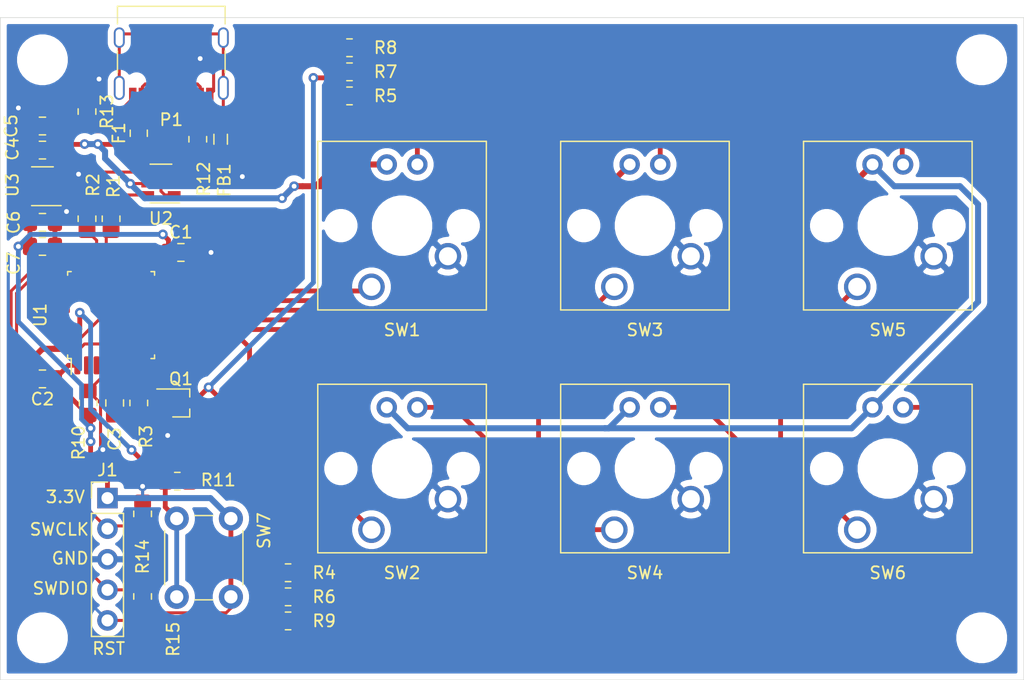
<source format=kicad_pcb>
(kicad_pcb (version 20171130) (host pcbnew 5.1.11)

  (general
    (thickness 1.6)
    (drawings 11)
    (tracks 315)
    (zones 0)
    (modules 41)
    (nets 47)
  )

  (page A4)
  (title_block
    (title "6key business card")
    (date 2021-10-19)
    (rev 0.2)
    (company "by Jeffrey Conley")
  )

  (layers
    (0 F.Cu signal)
    (31 B.Cu signal)
    (32 B.Adhes user)
    (33 F.Adhes user)
    (34 B.Paste user)
    (35 F.Paste user)
    (36 B.SilkS user)
    (37 F.SilkS user)
    (38 B.Mask user)
    (39 F.Mask user)
    (40 Dwgs.User user hide)
    (41 Cmts.User user)
    (42 Eco1.User user)
    (43 Eco2.User user)
    (44 Edge.Cuts user)
    (45 Margin user)
    (46 B.CrtYd user)
    (47 F.CrtYd user)
    (48 B.Fab user hide)
    (49 F.Fab user hide)
  )

  (setup
    (last_trace_width 0.25)
    (user_trace_width 0.4)
    (user_trace_width 0.5)
    (trace_clearance 0.2)
    (zone_clearance 0.508)
    (zone_45_only no)
    (trace_min 0.2)
    (via_size 0.8)
    (via_drill 0.4)
    (via_min_size 0.4)
    (via_min_drill 0.3)
    (uvia_size 0.3)
    (uvia_drill 0.1)
    (uvias_allowed no)
    (uvia_min_size 0.2)
    (uvia_min_drill 0.1)
    (edge_width 0.05)
    (segment_width 0.2)
    (pcb_text_width 0.3)
    (pcb_text_size 1.5 1.5)
    (mod_edge_width 0.12)
    (mod_text_size 1 1)
    (mod_text_width 0.15)
    (pad_size 1.524 1.524)
    (pad_drill 0.762)
    (pad_to_mask_clearance 0)
    (aux_axis_origin 0 0)
    (visible_elements FFFFFF7F)
    (pcbplotparams
      (layerselection 0x010fc_ffffffff)
      (usegerberextensions false)
      (usegerberattributes true)
      (usegerberadvancedattributes true)
      (creategerberjobfile true)
      (excludeedgelayer true)
      (linewidth 0.100000)
      (plotframeref false)
      (viasonmask false)
      (mode 1)
      (useauxorigin false)
      (hpglpennumber 1)
      (hpglpenspeed 20)
      (hpglpendiameter 15.000000)
      (psnegative false)
      (psa4output false)
      (plotreference true)
      (plotvalue true)
      (plotinvisibletext false)
      (padsonsilk false)
      (subtractmaskfromsilk false)
      (outputformat 1)
      (mirror false)
      (drillshape 1)
      (scaleselection 1)
      (outputdirectory ""))
  )

  (net 0 "")
  (net 1 GND)
  (net 2 +3V3)
  (net 3 VBUS)
  (net 4 "Net-(P1-PadA5)")
  (net 5 /USB_D-)
  (net 6 "Net-(P1-PadB5)")
  (net 7 /USB_D+)
  (net 8 "Net-(R1-Pad2)")
  (net 9 "Net-(R2-Pad2)")
  (net 10 "Net-(U1-Pad30)")
  (net 11 "Net-(U1-Pad29)")
  (net 12 "Net-(U1-Pad28)")
  (net 13 "Net-(U1-Pad27)")
  (net 14 "Net-(U1-Pad26)")
  (net 15 "Net-(U1-Pad25)")
  (net 16 "Net-(U1-Pad20)")
  (net 17 "Net-(U1-Pad19)")
  (net 18 "Net-(U1-Pad18)")
  (net 19 "Net-(U1-Pad9)")
  (net 20 "Net-(U1-Pad8)")
  (net 21 "Net-(U1-Pad3)")
  (net 22 "Net-(U1-Pad2)")
  (net 23 "Net-(F1-Pad2)")
  (net 24 "Net-(FB1-Pad2)")
  (net 25 "Net-(P1-PadA7)")
  (net 26 "Net-(P1-PadA6)")
  (net 27 /SW1)
  (net 28 /SW2)
  (net 29 /SW3)
  (net 30 /SW4)
  (net 31 /SW5)
  (net 32 /SW6)
  (net 33 "Net-(U1-Pad7)")
  (net 34 /V_LED)
  (net 35 /LEDs)
  (net 36 "Net-(R4-Pad1)")
  (net 37 "Net-(R5-Pad1)")
  (net 38 "Net-(R6-Pad1)")
  (net 39 "Net-(R7-Pad1)")
  (net 40 "Net-(R8-Pad1)")
  (net 41 "Net-(R9-Pad1)")
  (net 42 "Net-(U3-Pad4)")
  (net 43 /Reset)
  (net 44 /SWCLK)
  (net 45 /SWDIO)
  (net 46 "Net-(R11-Pad2)")

  (net_class Default "This is the default net class."
    (clearance 0.2)
    (trace_width 0.25)
    (via_dia 0.8)
    (via_drill 0.4)
    (uvia_dia 0.3)
    (uvia_drill 0.1)
    (add_net +3V3)
    (add_net /LEDs)
    (add_net /Reset)
    (add_net /SW1)
    (add_net /SW2)
    (add_net /SW3)
    (add_net /SW4)
    (add_net /SW5)
    (add_net /SW6)
    (add_net /SWCLK)
    (add_net /SWDIO)
    (add_net /USB_D+)
    (add_net /USB_D-)
    (add_net /V_LED)
    (add_net GND)
    (add_net "Net-(F1-Pad2)")
    (add_net "Net-(FB1-Pad2)")
    (add_net "Net-(P1-PadA5)")
    (add_net "Net-(P1-PadA6)")
    (add_net "Net-(P1-PadA7)")
    (add_net "Net-(P1-PadB5)")
    (add_net "Net-(R1-Pad2)")
    (add_net "Net-(R11-Pad2)")
    (add_net "Net-(R2-Pad2)")
    (add_net "Net-(R4-Pad1)")
    (add_net "Net-(R5-Pad1)")
    (add_net "Net-(R6-Pad1)")
    (add_net "Net-(R7-Pad1)")
    (add_net "Net-(R8-Pad1)")
    (add_net "Net-(R9-Pad1)")
    (add_net "Net-(U1-Pad18)")
    (add_net "Net-(U1-Pad19)")
    (add_net "Net-(U1-Pad2)")
    (add_net "Net-(U1-Pad20)")
    (add_net "Net-(U1-Pad25)")
    (add_net "Net-(U1-Pad26)")
    (add_net "Net-(U1-Pad27)")
    (add_net "Net-(U1-Pad28)")
    (add_net "Net-(U1-Pad29)")
    (add_net "Net-(U1-Pad3)")
    (add_net "Net-(U1-Pad30)")
    (add_net "Net-(U1-Pad7)")
    (add_net "Net-(U1-Pad8)")
    (add_net "Net-(U1-Pad9)")
    (add_net "Net-(U3-Pad4)")
    (add_net VBUS)
  )

  (module Resistor_SMD:R_0805_2012Metric_Pad1.20x1.40mm_HandSolder (layer F.Cu) (tedit 5F68FEEE) (tstamp 6184723B)
    (at 67.818 163.068 90)
    (descr "Resistor SMD 0805 (2012 Metric), square (rectangular) end terminal, IPC_7351 nominal with elongated pad for handsoldering. (Body size source: IPC-SM-782 page 72, https://www.pcb-3d.com/wordpress/wp-content/uploads/ipc-sm-782a_amendment_1_and_2.pdf), generated with kicad-footprint-generator")
    (tags "resistor handsolder")
    (path /61853C73)
    (attr smd)
    (fp_text reference R15 (at -3.556 2.54 90) (layer F.SilkS)
      (effects (font (size 1 1) (thickness 0.15)))
    )
    (fp_text value 10k (at 0 1.65 90) (layer F.Fab)
      (effects (font (size 1 1) (thickness 0.15)))
    )
    (fp_text user %R (at 0 0 90) (layer F.Fab)
      (effects (font (size 0.5 0.5) (thickness 0.08)))
    )
    (fp_line (start -1 0.625) (end -1 -0.625) (layer F.Fab) (width 0.1))
    (fp_line (start -1 -0.625) (end 1 -0.625) (layer F.Fab) (width 0.1))
    (fp_line (start 1 -0.625) (end 1 0.625) (layer F.Fab) (width 0.1))
    (fp_line (start 1 0.625) (end -1 0.625) (layer F.Fab) (width 0.1))
    (fp_line (start -0.227064 -0.735) (end 0.227064 -0.735) (layer F.SilkS) (width 0.12))
    (fp_line (start -0.227064 0.735) (end 0.227064 0.735) (layer F.SilkS) (width 0.12))
    (fp_line (start -1.85 0.95) (end -1.85 -0.95) (layer F.CrtYd) (width 0.05))
    (fp_line (start -1.85 -0.95) (end 1.85 -0.95) (layer F.CrtYd) (width 0.05))
    (fp_line (start 1.85 -0.95) (end 1.85 0.95) (layer F.CrtYd) (width 0.05))
    (fp_line (start 1.85 0.95) (end -1.85 0.95) (layer F.CrtYd) (width 0.05))
    (pad 2 smd roundrect (at 1 0 90) (size 1.2 1.4) (layers F.Cu F.Paste F.Mask) (roundrect_rratio 0.208333)
      (net 45 /SWDIO))
    (pad 1 smd roundrect (at -1 0 90) (size 1.2 1.4) (layers F.Cu F.Paste F.Mask) (roundrect_rratio 0.208333)
      (net 2 +3V3))
    (model ${KISYS3DMOD}/Resistor_SMD.3dshapes/R_0805_2012Metric.wrl
      (at (xyz 0 0 0))
      (scale (xyz 1 1 1))
      (rotate (xyz 0 0 0))
    )
  )

  (module Resistor_SMD:R_0805_2012Metric_Pad1.20x1.40mm_HandSolder (layer F.Cu) (tedit 5F68FEEE) (tstamp 61846B52)
    (at 67.818 156.21 270)
    (descr "Resistor SMD 0805 (2012 Metric), square (rectangular) end terminal, IPC_7351 nominal with elongated pad for handsoldering. (Body size source: IPC-SM-782 page 72, https://www.pcb-3d.com/wordpress/wp-content/uploads/ipc-sm-782a_amendment_1_and_2.pdf), generated with kicad-footprint-generator")
    (tags "resistor handsolder")
    (path /61852CCA)
    (attr smd)
    (fp_text reference R14 (at 3.556 0 90) (layer F.SilkS)
      (effects (font (size 1 1) (thickness 0.15)))
    )
    (fp_text value 10k (at 0 1.65 90) (layer F.Fab)
      (effects (font (size 1 1) (thickness 0.15)))
    )
    (fp_text user %R (at 0 0 90) (layer F.Fab)
      (effects (font (size 0.5 0.5) (thickness 0.08)))
    )
    (fp_line (start -1 0.625) (end -1 -0.625) (layer F.Fab) (width 0.1))
    (fp_line (start -1 -0.625) (end 1 -0.625) (layer F.Fab) (width 0.1))
    (fp_line (start 1 -0.625) (end 1 0.625) (layer F.Fab) (width 0.1))
    (fp_line (start 1 0.625) (end -1 0.625) (layer F.Fab) (width 0.1))
    (fp_line (start -0.227064 -0.735) (end 0.227064 -0.735) (layer F.SilkS) (width 0.12))
    (fp_line (start -0.227064 0.735) (end 0.227064 0.735) (layer F.SilkS) (width 0.12))
    (fp_line (start -1.85 0.95) (end -1.85 -0.95) (layer F.CrtYd) (width 0.05))
    (fp_line (start -1.85 -0.95) (end 1.85 -0.95) (layer F.CrtYd) (width 0.05))
    (fp_line (start 1.85 -0.95) (end 1.85 0.95) (layer F.CrtYd) (width 0.05))
    (fp_line (start 1.85 0.95) (end -1.85 0.95) (layer F.CrtYd) (width 0.05))
    (pad 2 smd roundrect (at 1 0 270) (size 1.2 1.4) (layers F.Cu F.Paste F.Mask) (roundrect_rratio 0.208333)
      (net 44 /SWCLK))
    (pad 1 smd roundrect (at -1 0 270) (size 1.2 1.4) (layers F.Cu F.Paste F.Mask) (roundrect_rratio 0.208333)
      (net 2 +3V3))
    (model ${KISYS3DMOD}/Resistor_SMD.3dshapes/R_0805_2012Metric.wrl
      (at (xyz 0 0 0))
      (scale (xyz 1 1 1))
      (rotate (xyz 0 0 0))
    )
  )

  (module Package_TO_SOT_SMD:SOT-23-6 (layer F.Cu) (tedit 5A02FF57) (tstamp 61779494)
    (at 69.342 128.778 180)
    (descr "6-pin SOT-23 package")
    (tags SOT-23-6)
    (path /617CA8CA)
    (attr smd)
    (fp_text reference U2 (at 0 -2.9) (layer F.SilkS)
      (effects (font (size 1 1) (thickness 0.15)))
    )
    (fp_text value USBLC6-2SC6 (at 0 2.9) (layer F.Fab)
      (effects (font (size 1 1) (thickness 0.15)))
    )
    (fp_line (start 0.9 -1.55) (end 0.9 1.55) (layer F.Fab) (width 0.1))
    (fp_line (start 0.9 1.55) (end -0.9 1.55) (layer F.Fab) (width 0.1))
    (fp_line (start -0.9 -0.9) (end -0.9 1.55) (layer F.Fab) (width 0.1))
    (fp_line (start 0.9 -1.55) (end -0.25 -1.55) (layer F.Fab) (width 0.1))
    (fp_line (start -0.9 -0.9) (end -0.25 -1.55) (layer F.Fab) (width 0.1))
    (fp_line (start -1.9 -1.8) (end -1.9 1.8) (layer F.CrtYd) (width 0.05))
    (fp_line (start -1.9 1.8) (end 1.9 1.8) (layer F.CrtYd) (width 0.05))
    (fp_line (start 1.9 1.8) (end 1.9 -1.8) (layer F.CrtYd) (width 0.05))
    (fp_line (start 1.9 -1.8) (end -1.9 -1.8) (layer F.CrtYd) (width 0.05))
    (fp_line (start 0.9 -1.61) (end -1.55 -1.61) (layer F.SilkS) (width 0.12))
    (fp_line (start -0.9 1.61) (end 0.9 1.61) (layer F.SilkS) (width 0.12))
    (fp_text user %R (at 0 0 90) (layer F.Fab)
      (effects (font (size 0.5 0.5) (thickness 0.075)))
    )
    (pad 5 smd rect (at 1.1 0 180) (size 1.06 0.65) (layers F.Cu F.Paste F.Mask)
      (net 3 VBUS))
    (pad 6 smd rect (at 1.1 -0.95 180) (size 1.06 0.65) (layers F.Cu F.Paste F.Mask)
      (net 5 /USB_D-))
    (pad 4 smd rect (at 1.1 0.95 180) (size 1.06 0.65) (layers F.Cu F.Paste F.Mask)
      (net 7 /USB_D+))
    (pad 3 smd rect (at -1.1 0.95 180) (size 1.06 0.65) (layers F.Cu F.Paste F.Mask)
      (net 26 "Net-(P1-PadA6)"))
    (pad 2 smd rect (at -1.1 0 180) (size 1.06 0.65) (layers F.Cu F.Paste F.Mask)
      (net 1 GND))
    (pad 1 smd rect (at -1.1 -0.95 180) (size 1.06 0.65) (layers F.Cu F.Paste F.Mask)
      (net 25 "Net-(P1-PadA7)"))
    (model ${KISYS3DMOD}/Package_TO_SOT_SMD.3dshapes/SOT-23-6.wrl
      (at (xyz 0 0 0))
      (scale (xyz 1 1 1))
      (rotate (xyz 0 0 0))
    )
  )

  (module Resistor_SMD:R_0805_2012Metric_Pad1.20x1.40mm_HandSolder (layer F.Cu) (tedit 5F68FEEE) (tstamp 6177833E)
    (at 63.2 122.8 270)
    (descr "Resistor SMD 0805 (2012 Metric), square (rectangular) end terminal, IPC_7351 nominal with elongated pad for handsoldering. (Body size source: IPC-SM-782 page 72, https://www.pcb-3d.com/wordpress/wp-content/uploads/ipc-sm-782a_amendment_1_and_2.pdf), generated with kicad-footprint-generator")
    (tags "resistor handsolder")
    (path /61783DEF)
    (attr smd)
    (fp_text reference R13 (at 0 -1.65 90) (layer F.SilkS)
      (effects (font (size 1 1) (thickness 0.15)))
    )
    (fp_text value 5.1k (at 0 1.65 90) (layer F.Fab)
      (effects (font (size 1 1) (thickness 0.15)))
    )
    (fp_line (start -1 0.625) (end -1 -0.625) (layer F.Fab) (width 0.1))
    (fp_line (start -1 -0.625) (end 1 -0.625) (layer F.Fab) (width 0.1))
    (fp_line (start 1 -0.625) (end 1 0.625) (layer F.Fab) (width 0.1))
    (fp_line (start 1 0.625) (end -1 0.625) (layer F.Fab) (width 0.1))
    (fp_line (start -0.227064 -0.735) (end 0.227064 -0.735) (layer F.SilkS) (width 0.12))
    (fp_line (start -0.227064 0.735) (end 0.227064 0.735) (layer F.SilkS) (width 0.12))
    (fp_line (start -1.85 0.95) (end -1.85 -0.95) (layer F.CrtYd) (width 0.05))
    (fp_line (start -1.85 -0.95) (end 1.85 -0.95) (layer F.CrtYd) (width 0.05))
    (fp_line (start 1.85 -0.95) (end 1.85 0.95) (layer F.CrtYd) (width 0.05))
    (fp_line (start 1.85 0.95) (end -1.85 0.95) (layer F.CrtYd) (width 0.05))
    (fp_text user %R (at 0 0 90) (layer F.Fab)
      (effects (font (size 0.5 0.5) (thickness 0.08)))
    )
    (pad 2 smd roundrect (at 1 0 270) (size 1.2 1.4) (layers F.Cu F.Paste F.Mask) (roundrect_rratio 0.208333)
      (net 6 "Net-(P1-PadB5)"))
    (pad 1 smd roundrect (at -1 0 270) (size 1.2 1.4) (layers F.Cu F.Paste F.Mask) (roundrect_rratio 0.208333)
      (net 1 GND))
    (model ${KISYS3DMOD}/Resistor_SMD.3dshapes/R_0805_2012Metric.wrl
      (at (xyz 0 0 0))
      (scale (xyz 1 1 1))
      (rotate (xyz 0 0 0))
    )
  )

  (module Resistor_SMD:R_0805_2012Metric_Pad1.20x1.40mm_HandSolder (layer F.Cu) (tedit 5F68FEEE) (tstamp 617782DD)
    (at 72.4 125.1 90)
    (descr "Resistor SMD 0805 (2012 Metric), square (rectangular) end terminal, IPC_7351 nominal with elongated pad for handsoldering. (Body size source: IPC-SM-782 page 72, https://www.pcb-3d.com/wordpress/wp-content/uploads/ipc-sm-782a_amendment_1_and_2.pdf), generated with kicad-footprint-generator")
    (tags "resistor handsolder")
    (path /617771B9)
    (attr smd)
    (fp_text reference R12 (at -3.3 0.5 90) (layer F.SilkS)
      (effects (font (size 1 1) (thickness 0.15)))
    )
    (fp_text value 5.1k (at 0 1.65 90) (layer F.Fab)
      (effects (font (size 1 1) (thickness 0.15)))
    )
    (fp_line (start -1 0.625) (end -1 -0.625) (layer F.Fab) (width 0.1))
    (fp_line (start -1 -0.625) (end 1 -0.625) (layer F.Fab) (width 0.1))
    (fp_line (start 1 -0.625) (end 1 0.625) (layer F.Fab) (width 0.1))
    (fp_line (start 1 0.625) (end -1 0.625) (layer F.Fab) (width 0.1))
    (fp_line (start -0.227064 -0.735) (end 0.227064 -0.735) (layer F.SilkS) (width 0.12))
    (fp_line (start -0.227064 0.735) (end 0.227064 0.735) (layer F.SilkS) (width 0.12))
    (fp_line (start -1.85 0.95) (end -1.85 -0.95) (layer F.CrtYd) (width 0.05))
    (fp_line (start -1.85 -0.95) (end 1.85 -0.95) (layer F.CrtYd) (width 0.05))
    (fp_line (start 1.85 -0.95) (end 1.85 0.95) (layer F.CrtYd) (width 0.05))
    (fp_line (start 1.85 0.95) (end -1.85 0.95) (layer F.CrtYd) (width 0.05))
    (fp_text user %R (at 0 0 90) (layer F.Fab)
      (effects (font (size 0.5 0.5) (thickness 0.08)))
    )
    (pad 2 smd roundrect (at 1 0 90) (size 1.2 1.4) (layers F.Cu F.Paste F.Mask) (roundrect_rratio 0.208333)
      (net 4 "Net-(P1-PadA5)"))
    (pad 1 smd roundrect (at -1 0 90) (size 1.2 1.4) (layers F.Cu F.Paste F.Mask) (roundrect_rratio 0.208333)
      (net 1 GND))
    (model ${KISYS3DMOD}/Resistor_SMD.3dshapes/R_0805_2012Metric.wrl
      (at (xyz 0 0 0))
      (scale (xyz 1 1 1))
      (rotate (xyz 0 0 0))
    )
  )

  (module Connector_PinHeader_2.54mm:PinHeader_1x05_P2.54mm_Vertical (layer F.Cu) (tedit 59FED5CC) (tstamp 6171DC13)
    (at 64.9 154.9)
    (descr "Through hole straight pin header, 1x05, 2.54mm pitch, single row")
    (tags "Through hole pin header THT 1x05 2.54mm single row")
    (path /617330EC)
    (fp_text reference J1 (at 0 -2.33) (layer F.SilkS)
      (effects (font (size 1 1) (thickness 0.15)))
    )
    (fp_text value SWD (at 0 12.49) (layer F.Fab)
      (effects (font (size 1 1) (thickness 0.15)))
    )
    (fp_line (start 1.8 -1.8) (end -1.8 -1.8) (layer F.CrtYd) (width 0.05))
    (fp_line (start 1.8 11.95) (end 1.8 -1.8) (layer F.CrtYd) (width 0.05))
    (fp_line (start -1.8 11.95) (end 1.8 11.95) (layer F.CrtYd) (width 0.05))
    (fp_line (start -1.8 -1.8) (end -1.8 11.95) (layer F.CrtYd) (width 0.05))
    (fp_line (start -1.33 -1.33) (end 0 -1.33) (layer F.SilkS) (width 0.12))
    (fp_line (start -1.33 0) (end -1.33 -1.33) (layer F.SilkS) (width 0.12))
    (fp_line (start -1.33 1.27) (end 1.33 1.27) (layer F.SilkS) (width 0.12))
    (fp_line (start 1.33 1.27) (end 1.33 11.49) (layer F.SilkS) (width 0.12))
    (fp_line (start -1.33 1.27) (end -1.33 11.49) (layer F.SilkS) (width 0.12))
    (fp_line (start -1.33 11.49) (end 1.33 11.49) (layer F.SilkS) (width 0.12))
    (fp_line (start -1.27 -0.635) (end -0.635 -1.27) (layer F.Fab) (width 0.1))
    (fp_line (start -1.27 11.43) (end -1.27 -0.635) (layer F.Fab) (width 0.1))
    (fp_line (start 1.27 11.43) (end -1.27 11.43) (layer F.Fab) (width 0.1))
    (fp_line (start 1.27 -1.27) (end 1.27 11.43) (layer F.Fab) (width 0.1))
    (fp_line (start -0.635 -1.27) (end 1.27 -1.27) (layer F.Fab) (width 0.1))
    (fp_text user %R (at 0 5.08 90) (layer F.Fab)
      (effects (font (size 1 1) (thickness 0.15)))
    )
    (pad 1 thru_hole rect (at 0 0) (size 1.7 1.7) (drill 1) (layers *.Cu *.Mask)
      (net 2 +3V3))
    (pad 2 thru_hole oval (at 0 2.54) (size 1.7 1.7) (drill 1) (layers *.Cu *.Mask)
      (net 44 /SWCLK))
    (pad 3 thru_hole oval (at 0 5.08) (size 1.7 1.7) (drill 1) (layers *.Cu *.Mask)
      (net 1 GND))
    (pad 4 thru_hole oval (at 0 7.62) (size 1.7 1.7) (drill 1) (layers *.Cu *.Mask)
      (net 45 /SWDIO))
    (pad 5 thru_hole oval (at 0 10.16) (size 1.7 1.7) (drill 1) (layers *.Cu *.Mask)
      (net 43 /Reset))
    (model ${KISYS3DMOD}/Connector_PinHeader_2.54mm.3dshapes/PinHeader_1x05_P2.54mm_Vertical.wrl
      (at (xyz 0 0 0))
      (scale (xyz 1 1 1))
      (rotate (xyz 0 0 0))
    )
  )

  (module Connector_USB:USB_C_Receptacle_Palconn_UTC16-G (layer F.Cu) (tedit 5CF432E0) (tstamp 615B8622)
    (at 70.2 118.9 180)
    (descr http://www.palpilot.com/wp-content/uploads/2017/05/UTC027-GKN-OR-Rev-A.pdf)
    (tags "USB C Type-C Receptacle USB2.0")
    (path /614A0F6B)
    (attr smd)
    (fp_text reference P1 (at 0 -4.58) (layer F.SilkS)
      (effects (font (size 1 1) (thickness 0.15)))
    )
    (fp_text value USB_C_Plug_USB2.0 (at 0 6.24) (layer F.Fab)
      (effects (font (size 1 1) (thickness 0.15)))
    )
    (fp_line (start 4.47 4.84) (end -4.47 4.84) (layer F.SilkS) (width 0.12))
    (fp_line (start 4.47 -0.67) (end 4.47 1.13) (layer F.SilkS) (width 0.12))
    (fp_line (start 4.47 4.84) (end 4.47 3.38) (layer F.SilkS) (width 0.12))
    (fp_line (start -4.47 4.84) (end -4.47 3.38) (layer F.SilkS) (width 0.12))
    (fp_line (start -4.47 -0.67) (end -4.47 1.13) (layer F.SilkS) (width 0.12))
    (fp_line (start -4.47 4.34) (end 4.47 4.34) (layer Dwgs.User) (width 0.1))
    (fp_line (start 5.27 5.34) (end 5.27 -3.59) (layer F.CrtYd) (width 0.05))
    (fp_line (start 5.27 -3.59) (end -5.27 -3.59) (layer F.CrtYd) (width 0.05))
    (fp_line (start -5.27 -3.59) (end -5.27 5.34) (layer F.CrtYd) (width 0.05))
    (fp_line (start -5.27 5.34) (end 5.27 5.34) (layer F.CrtYd) (width 0.05))
    (fp_line (start -4.47 -2.48) (end -4.47 4.84) (layer F.Fab) (width 0.1))
    (fp_line (start 4.47 4.84) (end -4.47 4.84) (layer F.Fab) (width 0.1))
    (fp_line (start 4.47 -2.48) (end 4.47 4.84) (layer F.Fab) (width 0.1))
    (fp_line (start -4.47 -2.48) (end 4.47 -2.48) (layer F.Fab) (width 0.1))
    (fp_text user "PCB Edge" (at 0 3.43) (layer Dwgs.User)
      (effects (font (size 1 1) (thickness 0.15)))
    )
    (fp_text user %R (at 0 1.18) (layer F.Fab)
      (effects (font (size 1 1) (thickness 0.15)))
    )
    (pad A12 smd rect (at 3.2 -2.51 180) (size 0.6 1.16) (layers F.Cu F.Paste F.Mask)
      (net 1 GND))
    (pad A9 smd rect (at 2.4 -2.51 180) (size 0.6 1.16) (layers F.Cu F.Paste F.Mask)
      (net 23 "Net-(F1-Pad2)"))
    (pad B1 smd rect (at 3.2 -2.51 180) (size 0.6 1.16) (layers F.Cu F.Paste F.Mask)
      (net 1 GND))
    (pad B4 smd rect (at 2.4 -2.51 180) (size 0.6 1.16) (layers F.Cu F.Paste F.Mask)
      (net 23 "Net-(F1-Pad2)"))
    (pad B12 smd rect (at -3.2 -2.51 180) (size 0.6 1.16) (layers F.Cu F.Paste F.Mask)
      (net 1 GND))
    (pad A1 smd rect (at -3.2 -2.51 180) (size 0.6 1.16) (layers F.Cu F.Paste F.Mask)
      (net 1 GND))
    (pad B9 smd rect (at -2.4 -2.51 180) (size 0.6 1.16) (layers F.Cu F.Paste F.Mask)
      (net 23 "Net-(F1-Pad2)"))
    (pad A4 smd rect (at -2.4 -2.51 180) (size 0.6 1.16) (layers F.Cu F.Paste F.Mask)
      (net 23 "Net-(F1-Pad2)"))
    (pad "" np_thru_hole circle (at -2.89 -1.45) (size 0.6 0.6) (drill 0.6) (layers *.Cu *.Mask))
    (pad "" np_thru_hole circle (at 2.89 -1.45) (size 0.6 0.6) (drill 0.6) (layers *.Cu *.Mask))
    (pad B5 smd rect (at 1.75 -2.51) (size 0.3 1.16) (layers F.Cu F.Paste F.Mask)
      (net 6 "Net-(P1-PadB5)"))
    (pad B6 smd rect (at 0.75 -2.51) (size 0.3 1.16) (layers F.Cu F.Paste F.Mask))
    (pad A8 smd rect (at 1.25 -2.51) (size 0.3 1.16) (layers F.Cu F.Paste F.Mask))
    (pad A5 smd rect (at -1.25 -2.51) (size 0.3 1.16) (layers F.Cu F.Paste F.Mask)
      (net 4 "Net-(P1-PadA5)"))
    (pad B8 smd rect (at -1.75 -2.51) (size 0.3 1.16) (layers F.Cu F.Paste F.Mask))
    (pad A7 smd rect (at 0.25 -2.51) (size 0.3 1.16) (layers F.Cu F.Paste F.Mask)
      (net 25 "Net-(P1-PadA7)"))
    (pad A6 smd rect (at -0.25 -2.51) (size 0.3 1.16) (layers F.Cu F.Paste F.Mask)
      (net 26 "Net-(P1-PadA6)"))
    (pad B7 smd rect (at -0.75 -2.51) (size 0.3 1.16) (layers F.Cu F.Paste F.Mask))
    (pad S1 thru_hole oval (at 4.32 2.24 270) (size 1.7 0.9) (drill oval 1.4 0.6) (layers *.Cu *.Mask)
      (net 24 "Net-(FB1-Pad2)"))
    (pad S1 thru_hole oval (at -4.32 2.24 270) (size 1.7 0.9) (drill oval 1.4 0.6) (layers *.Cu *.Mask)
      (net 24 "Net-(FB1-Pad2)"))
    (pad S1 thru_hole oval (at 4.32 -1.93 270) (size 2 0.9) (drill oval 1.7 0.6) (layers *.Cu *.Mask)
      (net 24 "Net-(FB1-Pad2)"))
    (pad S1 thru_hole oval (at -4.32 -1.93 270) (size 2 0.9) (drill oval 1.7 0.6) (layers *.Cu *.Mask)
      (net 24 "Net-(FB1-Pad2)"))
    (model ${KISYS3DMOD}/Connector_USB.3dshapes/USB_C_Receptacle_Palconn_UTC16-G.wrl
      (at (xyz 0 0 0))
      (scale (xyz 1 1 1))
      (rotate (xyz 0 0 0))
    )
  )

  (module Package_TO_SOT_SMD:SOT-323_SC-70_Handsoldering (layer F.Cu) (tedit 5A02FF57) (tstamp 615C1DD2)
    (at 71 147)
    (descr "SOT-323, SC-70 Handsoldering")
    (tags "SOT-323 SC-70 Handsoldering")
    (path /6166BB9D)
    (attr smd)
    (fp_text reference Q1 (at 0 -2) (layer F.SilkS)
      (effects (font (size 1 1) (thickness 0.15)))
    )
    (fp_text value DMG1012T (at 0 2.05) (layer F.Fab)
      (effects (font (size 1 1) (thickness 0.15)))
    )
    (fp_line (start -0.175 -1.1) (end -0.675 -0.6) (layer F.Fab) (width 0.1))
    (fp_line (start 0.675 1.1) (end -0.675 1.1) (layer F.Fab) (width 0.1))
    (fp_line (start 0.675 -1.1) (end 0.675 1.1) (layer F.Fab) (width 0.1))
    (fp_line (start -0.675 -0.6) (end -0.675 1.1) (layer F.Fab) (width 0.1))
    (fp_line (start 0.675 -1.1) (end -0.175 -1.1) (layer F.Fab) (width 0.1))
    (fp_line (start -0.675 1.16) (end 0.735 1.16) (layer F.SilkS) (width 0.12))
    (fp_line (start 0.735 -1.16) (end -2 -1.16) (layer F.SilkS) (width 0.12))
    (fp_line (start -2.4 1.3) (end -2.4 -1.3) (layer F.CrtYd) (width 0.05))
    (fp_line (start -2.4 -1.3) (end 2.4 -1.3) (layer F.CrtYd) (width 0.05))
    (fp_line (start 2.4 -1.3) (end 2.4 1.3) (layer F.CrtYd) (width 0.05))
    (fp_line (start 2.4 1.3) (end -2.4 1.3) (layer F.CrtYd) (width 0.05))
    (fp_line (start 0.735 -1.17) (end 0.735 -0.5) (layer F.SilkS) (width 0.12))
    (fp_line (start 0.735 0.5) (end 0.735 1.16) (layer F.SilkS) (width 0.12))
    (fp_text user %R (at 0 0 90) (layer F.Fab)
      (effects (font (size 0.5 0.5) (thickness 0.075)))
    )
    (pad 3 smd rect (at 1.33 0 270) (size 0.45 1.5) (layers F.Cu F.Paste F.Mask)
      (net 34 /V_LED))
    (pad 2 smd rect (at -1.33 0.65 270) (size 0.45 1.5) (layers F.Cu F.Paste F.Mask)
      (net 1 GND))
    (pad 1 smd rect (at -1.33 -0.65 270) (size 0.45 1.5) (layers F.Cu F.Paste F.Mask)
      (net 35 /LEDs))
    (model ${KISYS3DMOD}/Package_TO_SOT_SMD.3dshapes/SOT-323_SC-70.wrl
      (at (xyz 0 0 0))
      (scale (xyz 1 1 1))
      (rotate (xyz 0 0 0))
    )
  )

  (module Button_Switch_THT:SW_PUSH_6mm (layer F.Cu) (tedit 5A02FE31) (tstamp 616CBFA3)
    (at 75.15 156.6 270)
    (descr https://www.omron.com/ecb/products/pdf/en-b3f.pdf)
    (tags "tact sw push 6mm")
    (path /616D6470)
    (fp_text reference SW7 (at 1 -2.75 90) (layer F.SilkS)
      (effects (font (size 1 1) (thickness 0.15)))
    )
    (fp_text value Boot (at 3.75 6.7 90) (layer F.Fab)
      (effects (font (size 1 1) (thickness 0.15)))
    )
    (fp_line (start 3.25 -0.75) (end 6.25 -0.75) (layer F.Fab) (width 0.1))
    (fp_line (start 6.25 -0.75) (end 6.25 5.25) (layer F.Fab) (width 0.1))
    (fp_line (start 6.25 5.25) (end 0.25 5.25) (layer F.Fab) (width 0.1))
    (fp_line (start 0.25 5.25) (end 0.25 -0.75) (layer F.Fab) (width 0.1))
    (fp_line (start 0.25 -0.75) (end 3.25 -0.75) (layer F.Fab) (width 0.1))
    (fp_line (start 7.75 6) (end 8 6) (layer F.CrtYd) (width 0.05))
    (fp_line (start 8 6) (end 8 5.75) (layer F.CrtYd) (width 0.05))
    (fp_line (start 7.75 -1.5) (end 8 -1.5) (layer F.CrtYd) (width 0.05))
    (fp_line (start 8 -1.5) (end 8 -1.25) (layer F.CrtYd) (width 0.05))
    (fp_line (start -1.5 -1.25) (end -1.5 -1.5) (layer F.CrtYd) (width 0.05))
    (fp_line (start -1.5 -1.5) (end -1.25 -1.5) (layer F.CrtYd) (width 0.05))
    (fp_line (start -1.5 5.75) (end -1.5 6) (layer F.CrtYd) (width 0.05))
    (fp_line (start -1.5 6) (end -1.25 6) (layer F.CrtYd) (width 0.05))
    (fp_line (start -1.25 -1.5) (end 7.75 -1.5) (layer F.CrtYd) (width 0.05))
    (fp_line (start -1.5 5.75) (end -1.5 -1.25) (layer F.CrtYd) (width 0.05))
    (fp_line (start 7.75 6) (end -1.25 6) (layer F.CrtYd) (width 0.05))
    (fp_line (start 8 -1.25) (end 8 5.75) (layer F.CrtYd) (width 0.05))
    (fp_line (start 1 5.5) (end 5.5 5.5) (layer F.SilkS) (width 0.12))
    (fp_line (start -0.25 1.5) (end -0.25 3) (layer F.SilkS) (width 0.12))
    (fp_line (start 5.5 -1) (end 1 -1) (layer F.SilkS) (width 0.12))
    (fp_line (start 6.75 3) (end 6.75 1.5) (layer F.SilkS) (width 0.12))
    (fp_circle (center 3.25 2.25) (end 1.25 2.5) (layer F.Fab) (width 0.1))
    (fp_text user %R (at 3.25 2.25 90) (layer F.Fab)
      (effects (font (size 1 1) (thickness 0.15)))
    )
    (pad 1 thru_hole circle (at 6.5 0) (size 2 2) (drill 1.1) (layers *.Cu *.Mask)
      (net 2 +3V3))
    (pad 2 thru_hole circle (at 6.5 4.5) (size 2 2) (drill 1.1) (layers *.Cu *.Mask)
      (net 46 "Net-(R11-Pad2)"))
    (pad 1 thru_hole circle (at 0 0) (size 2 2) (drill 1.1) (layers *.Cu *.Mask)
      (net 2 +3V3))
    (pad 2 thru_hole circle (at 0 4.5) (size 2 2) (drill 1.1) (layers *.Cu *.Mask)
      (net 46 "Net-(R11-Pad2)"))
    (model ${KISYS3DMOD}/Button_Switch_THT.3dshapes/SW_PUSH_6mm.wrl
      (at (xyz 0 0 0))
      (scale (xyz 1 1 1))
      (rotate (xyz 0 0 0))
    )
  )

  (module Resistor_SMD:R_0805_2012Metric_Pad1.20x1.40mm_HandSolder (layer F.Cu) (tedit 5F68FEEE) (tstamp 616CBE7C)
    (at 70.7 153.5 180)
    (descr "Resistor SMD 0805 (2012 Metric), square (rectangular) end terminal, IPC_7351 nominal with elongated pad for handsoldering. (Body size source: IPC-SM-782 page 72, https://www.pcb-3d.com/wordpress/wp-content/uploads/ipc-sm-782a_amendment_1_and_2.pdf), generated with kicad-footprint-generator")
    (tags "resistor handsolder")
    (path /616E3F66)
    (attr smd)
    (fp_text reference R11 (at -3.4 0.1) (layer F.SilkS)
      (effects (font (size 1 1) (thickness 0.15)))
    )
    (fp_text value 10k (at 0 1.65) (layer F.Fab)
      (effects (font (size 1 1) (thickness 0.15)))
    )
    (fp_line (start -1 0.625) (end -1 -0.625) (layer F.Fab) (width 0.1))
    (fp_line (start -1 -0.625) (end 1 -0.625) (layer F.Fab) (width 0.1))
    (fp_line (start 1 -0.625) (end 1 0.625) (layer F.Fab) (width 0.1))
    (fp_line (start 1 0.625) (end -1 0.625) (layer F.Fab) (width 0.1))
    (fp_line (start -0.227064 -0.735) (end 0.227064 -0.735) (layer F.SilkS) (width 0.12))
    (fp_line (start -0.227064 0.735) (end 0.227064 0.735) (layer F.SilkS) (width 0.12))
    (fp_line (start -1.85 0.95) (end -1.85 -0.95) (layer F.CrtYd) (width 0.05))
    (fp_line (start -1.85 -0.95) (end 1.85 -0.95) (layer F.CrtYd) (width 0.05))
    (fp_line (start 1.85 -0.95) (end 1.85 0.95) (layer F.CrtYd) (width 0.05))
    (fp_line (start 1.85 0.95) (end -1.85 0.95) (layer F.CrtYd) (width 0.05))
    (fp_text user %R (at 0 0) (layer F.Fab)
      (effects (font (size 0.5 0.5) (thickness 0.08)))
    )
    (pad 2 smd roundrect (at 1 0 180) (size 1.2 1.4) (layers F.Cu F.Paste F.Mask) (roundrect_rratio 0.208333)
      (net 46 "Net-(R11-Pad2)"))
    (pad 1 smd roundrect (at -1 0 180) (size 1.2 1.4) (layers F.Cu F.Paste F.Mask) (roundrect_rratio 0.208333)
      (net 1 GND))
    (model ${KISYS3DMOD}/Resistor_SMD.3dshapes/R_0805_2012Metric.wrl
      (at (xyz 0 0 0))
      (scale (xyz 1 1 1))
      (rotate (xyz 0 0 0))
    )
  )

  (module Resistor_SMD:R_0805_2012Metric_Pad1.20x1.40mm_HandSolder (layer F.Cu) (tedit 5F68FEEE) (tstamp 6167B08F)
    (at 63.3 147 270)
    (descr "Resistor SMD 0805 (2012 Metric), square (rectangular) end terminal, IPC_7351 nominal with elongated pad for handsoldering. (Body size source: IPC-SM-782 page 72, https://www.pcb-3d.com/wordpress/wp-content/uploads/ipc-sm-782a_amendment_1_and_2.pdf), generated with kicad-footprint-generator")
    (tags "resistor handsolder")
    (path /6171071E)
    (attr smd)
    (fp_text reference R10 (at 3.3 0.8 90) (layer F.SilkS)
      (effects (font (size 1 1) (thickness 0.15)))
    )
    (fp_text value 10k (at 0 1.65 90) (layer F.Fab)
      (effects (font (size 1 1) (thickness 0.15)))
    )
    (fp_line (start 1.85 0.95) (end -1.85 0.95) (layer F.CrtYd) (width 0.05))
    (fp_line (start 1.85 -0.95) (end 1.85 0.95) (layer F.CrtYd) (width 0.05))
    (fp_line (start -1.85 -0.95) (end 1.85 -0.95) (layer F.CrtYd) (width 0.05))
    (fp_line (start -1.85 0.95) (end -1.85 -0.95) (layer F.CrtYd) (width 0.05))
    (fp_line (start -0.227064 0.735) (end 0.227064 0.735) (layer F.SilkS) (width 0.12))
    (fp_line (start -0.227064 -0.735) (end 0.227064 -0.735) (layer F.SilkS) (width 0.12))
    (fp_line (start 1 0.625) (end -1 0.625) (layer F.Fab) (width 0.1))
    (fp_line (start 1 -0.625) (end 1 0.625) (layer F.Fab) (width 0.1))
    (fp_line (start -1 -0.625) (end 1 -0.625) (layer F.Fab) (width 0.1))
    (fp_line (start -1 0.625) (end -1 -0.625) (layer F.Fab) (width 0.1))
    (fp_text user %R (at 0 0 90) (layer F.Fab)
      (effects (font (size 0.5 0.5) (thickness 0.08)))
    )
    (pad 2 smd roundrect (at 1 0 270) (size 1.2 1.4) (layers F.Cu F.Paste F.Mask) (roundrect_rratio 0.208333)
      (net 2 +3V3))
    (pad 1 smd roundrect (at -1 0 270) (size 1.2 1.4) (layers F.Cu F.Paste F.Mask) (roundrect_rratio 0.208333)
      (net 43 /Reset))
    (model ${KISYS3DMOD}/Resistor_SMD.3dshapes/R_0805_2012Metric.wrl
      (at (xyz 0 0 0))
      (scale (xyz 1 1 1))
      (rotate (xyz 0 0 0))
    )
  )

  (module CherryMX_PCB_LED:CherryMX_1.00u_PCB_LED (layer F.Cu) (tedit 5E866FEB) (tstamp 615C1464)
    (at 109.535 152.445 180)
    (descr "Cherry MX switch footprint. Size: 1.00u, Mount type: PCB, Using Kailh Socket: no, Stabilizer: n/a, Lighting: 2 pin LED")
    (tags "CherryMX 1.00u PCB LED")
    (path /61636DE6)
    (fp_text reference SW4 (at 0 -8.6625) (layer F.SilkS)
      (effects (font (size 1 1) (thickness 0.15)))
    )
    (fp_text value CherryMX_LED (at 0 8.6625) (layer F.Fab)
      (effects (font (size 1 1) (thickness 0.15)))
    )
    (fp_line (start 7 7) (end -7 7) (layer F.SilkS) (width 0.12))
    (fp_line (start 7 -7) (end 7 7) (layer F.SilkS) (width 0.12))
    (fp_line (start -7 -7) (end 7 -7) (layer F.SilkS) (width 0.12))
    (fp_line (start -7 -7) (end -7 7) (layer F.SilkS) (width 0.12))
    (fp_line (start -7.8 -7.8) (end 7.8 -7.8) (layer F.Fab) (width 0.12))
    (fp_line (start -7.8 -7.8) (end -7.8 7.8) (layer F.Fab) (width 0.12))
    (fp_line (start 7.8 -7.8) (end 7.8 7.8) (layer F.Fab) (width 0.12))
    (fp_line (start -7.8 7.8) (end 7.8 7.8) (layer F.Fab) (width 0.12))
    (fp_line (start -9.525 9.525) (end -9.525 -9.525) (layer Dwgs.User) (width 0.12))
    (fp_line (start 9.525 9.525) (end -9.525 9.525) (layer Dwgs.User) (width 0.12))
    (fp_line (start 9.525 -9.525) (end 9.525 9.525) (layer Dwgs.User) (width 0.12))
    (fp_line (start -9.525 -9.525) (end 9.525 -9.525) (layer Dwgs.User) (width 0.12))
    (pad 4 thru_hole circle (at 1.27 5.08 180) (size 1.6906 1.6906) (drill 0.9906) (layers *.Cu *.Mask)
      (net 3 VBUS))
    (pad 3 thru_hole circle (at -1.27 5.08 180) (size 1.6906 1.6906) (drill 0.9906) (layers *.Cu *.Mask)
      (net 38 "Net-(R6-Pad1)"))
    (pad 2 thru_hole circle (at 2.54 -5.08 180) (size 2.2 2.2) (drill 1.5) (layers *.Cu *.Mask)
      (net 30 /SW4))
    (pad 1 thru_hole circle (at -3.81 -2.54 180) (size 2.2 2.2) (drill 1.5) (layers *.Cu *.Mask)
      (net 1 GND))
    (pad "" np_thru_hole circle (at 5.08 0 180) (size 1.75 1.75) (drill 1.75) (layers *.Cu *.Mask))
    (pad "" np_thru_hole circle (at -5.08 0 180) (size 1.75 1.75) (drill 1.75) (layers *.Cu *.Mask))
    (pad "" np_thru_hole circle (at 0 0 180) (size 4 4) (drill 4) (layers *.Cu *.Mask))
  )

  (module Package_TO_SOT_SMD:SOT-23-5 (layer F.Cu) (tedit 5A02FF57) (tstamp 615C2064)
    (at 59.5 129 180)
    (descr "5-pin SOT23 package")
    (tags SOT-23-5)
    (path /616CF412)
    (attr smd)
    (fp_text reference U3 (at 2.5 0.1 90) (layer F.SilkS)
      (effects (font (size 1 1) (thickness 0.15)))
    )
    (fp_text value TLV70033_SOT23-5 (at 0 2.9) (layer F.Fab)
      (effects (font (size 1 1) (thickness 0.15)))
    )
    (fp_line (start -0.9 1.61) (end 0.9 1.61) (layer F.SilkS) (width 0.12))
    (fp_line (start 0.9 -1.61) (end -1.55 -1.61) (layer F.SilkS) (width 0.12))
    (fp_line (start -1.9 -1.8) (end 1.9 -1.8) (layer F.CrtYd) (width 0.05))
    (fp_line (start 1.9 -1.8) (end 1.9 1.8) (layer F.CrtYd) (width 0.05))
    (fp_line (start 1.9 1.8) (end -1.9 1.8) (layer F.CrtYd) (width 0.05))
    (fp_line (start -1.9 1.8) (end -1.9 -1.8) (layer F.CrtYd) (width 0.05))
    (fp_line (start -0.9 -0.9) (end -0.25 -1.55) (layer F.Fab) (width 0.1))
    (fp_line (start 0.9 -1.55) (end -0.25 -1.55) (layer F.Fab) (width 0.1))
    (fp_line (start -0.9 -0.9) (end -0.9 1.55) (layer F.Fab) (width 0.1))
    (fp_line (start 0.9 1.55) (end -0.9 1.55) (layer F.Fab) (width 0.1))
    (fp_line (start 0.9 -1.55) (end 0.9 1.55) (layer F.Fab) (width 0.1))
    (fp_text user %R (at 0 0 90) (layer F.Fab)
      (effects (font (size 0.5 0.5) (thickness 0.075)))
    )
    (pad 5 smd rect (at 1.1 -0.95 180) (size 1.06 0.65) (layers F.Cu F.Paste F.Mask)
      (net 2 +3V3))
    (pad 4 smd rect (at 1.1 0.95 180) (size 1.06 0.65) (layers F.Cu F.Paste F.Mask)
      (net 42 "Net-(U3-Pad4)"))
    (pad 3 smd rect (at -1.1 0.95 180) (size 1.06 0.65) (layers F.Cu F.Paste F.Mask)
      (net 3 VBUS))
    (pad 2 smd rect (at -1.1 0 180) (size 1.06 0.65) (layers F.Cu F.Paste F.Mask)
      (net 1 GND))
    (pad 1 smd rect (at -1.1 -0.95 180) (size 1.06 0.65) (layers F.Cu F.Paste F.Mask)
      (net 3 VBUS))
    (model ${KISYS3DMOD}/Package_TO_SOT_SMD.3dshapes/SOT-23-5.wrl
      (at (xyz 0 0 0))
      (scale (xyz 1 1 1))
      (rotate (xyz 0 0 0))
    )
  )

  (module Resistor_SMD:R_0805_2012Metric_Pad1.20x1.40mm_HandSolder (layer F.Cu) (tedit 5F68FEEE) (tstamp 61709519)
    (at 79.9 165.1 180)
    (descr "Resistor SMD 0805 (2012 Metric), square (rectangular) end terminal, IPC_7351 nominal with elongated pad for handsoldering. (Body size source: IPC-SM-782 page 72, https://www.pcb-3d.com/wordpress/wp-content/uploads/ipc-sm-782a_amendment_1_and_2.pdf), generated with kicad-footprint-generator")
    (tags "resistor handsolder")
    (path /616A192C)
    (attr smd)
    (fp_text reference R9 (at -3 0) (layer F.SilkS)
      (effects (font (size 1 1) (thickness 0.15)))
    )
    (fp_text value 100 (at 0 1.65) (layer F.Fab)
      (effects (font (size 1 1) (thickness 0.15)))
    )
    (fp_line (start -1 0.625) (end -1 -0.625) (layer F.Fab) (width 0.1))
    (fp_line (start -1 -0.625) (end 1 -0.625) (layer F.Fab) (width 0.1))
    (fp_line (start 1 -0.625) (end 1 0.625) (layer F.Fab) (width 0.1))
    (fp_line (start 1 0.625) (end -1 0.625) (layer F.Fab) (width 0.1))
    (fp_line (start -0.227064 -0.735) (end 0.227064 -0.735) (layer F.SilkS) (width 0.12))
    (fp_line (start -0.227064 0.735) (end 0.227064 0.735) (layer F.SilkS) (width 0.12))
    (fp_line (start -1.85 0.95) (end -1.85 -0.95) (layer F.CrtYd) (width 0.05))
    (fp_line (start -1.85 -0.95) (end 1.85 -0.95) (layer F.CrtYd) (width 0.05))
    (fp_line (start 1.85 -0.95) (end 1.85 0.95) (layer F.CrtYd) (width 0.05))
    (fp_line (start 1.85 0.95) (end -1.85 0.95) (layer F.CrtYd) (width 0.05))
    (fp_text user %R (at 0 0) (layer F.Fab)
      (effects (font (size 0.5 0.5) (thickness 0.08)))
    )
    (pad 2 smd roundrect (at 1 0 180) (size 1.2 1.4) (layers F.Cu F.Paste F.Mask) (roundrect_rratio 0.208333)
      (net 34 /V_LED))
    (pad 1 smd roundrect (at -1 0 180) (size 1.2 1.4) (layers F.Cu F.Paste F.Mask) (roundrect_rratio 0.208333)
      (net 41 "Net-(R9-Pad1)"))
    (model ${KISYS3DMOD}/Resistor_SMD.3dshapes/R_0805_2012Metric.wrl
      (at (xyz 0 0 0))
      (scale (xyz 1 1 1))
      (rotate (xyz 0 0 0))
    )
  )

  (module Resistor_SMD:R_0805_2012Metric_Pad1.20x1.40mm_HandSolder (layer F.Cu) (tedit 5F68FEEE) (tstamp 615C1E78)
    (at 85 117.5 180)
    (descr "Resistor SMD 0805 (2012 Metric), square (rectangular) end terminal, IPC_7351 nominal with elongated pad for handsoldering. (Body size source: IPC-SM-782 page 72, https://www.pcb-3d.com/wordpress/wp-content/uploads/ipc-sm-782a_amendment_1_and_2.pdf), generated with kicad-footprint-generator")
    (tags "resistor handsolder")
    (path /616A3D1C)
    (attr smd)
    (fp_text reference R8 (at -3 0) (layer F.SilkS)
      (effects (font (size 1 1) (thickness 0.15)))
    )
    (fp_text value 100 (at 0 1.65) (layer F.Fab)
      (effects (font (size 1 1) (thickness 0.15)))
    )
    (fp_line (start -1 0.625) (end -1 -0.625) (layer F.Fab) (width 0.1))
    (fp_line (start -1 -0.625) (end 1 -0.625) (layer F.Fab) (width 0.1))
    (fp_line (start 1 -0.625) (end 1 0.625) (layer F.Fab) (width 0.1))
    (fp_line (start 1 0.625) (end -1 0.625) (layer F.Fab) (width 0.1))
    (fp_line (start -0.227064 -0.735) (end 0.227064 -0.735) (layer F.SilkS) (width 0.12))
    (fp_line (start -0.227064 0.735) (end 0.227064 0.735) (layer F.SilkS) (width 0.12))
    (fp_line (start -1.85 0.95) (end -1.85 -0.95) (layer F.CrtYd) (width 0.05))
    (fp_line (start -1.85 -0.95) (end 1.85 -0.95) (layer F.CrtYd) (width 0.05))
    (fp_line (start 1.85 -0.95) (end 1.85 0.95) (layer F.CrtYd) (width 0.05))
    (fp_line (start 1.85 0.95) (end -1.85 0.95) (layer F.CrtYd) (width 0.05))
    (fp_text user %R (at 0 0) (layer F.Fab)
      (effects (font (size 0.5 0.5) (thickness 0.08)))
    )
    (pad 2 smd roundrect (at 1 0 180) (size 1.2 1.4) (layers F.Cu F.Paste F.Mask) (roundrect_rratio 0.208333)
      (net 34 /V_LED))
    (pad 1 smd roundrect (at -1 0 180) (size 1.2 1.4) (layers F.Cu F.Paste F.Mask) (roundrect_rratio 0.208333)
      (net 40 "Net-(R8-Pad1)"))
    (model ${KISYS3DMOD}/Resistor_SMD.3dshapes/R_0805_2012Metric.wrl
      (at (xyz 0 0 0))
      (scale (xyz 1 1 1))
      (rotate (xyz 0 0 0))
    )
  )

  (module Resistor_SMD:R_0805_2012Metric_Pad1.20x1.40mm_HandSolder (layer F.Cu) (tedit 5F68FEEE) (tstamp 615C1E67)
    (at 85 119.5 180)
    (descr "Resistor SMD 0805 (2012 Metric), square (rectangular) end terminal, IPC_7351 nominal with elongated pad for handsoldering. (Body size source: IPC-SM-782 page 72, https://www.pcb-3d.com/wordpress/wp-content/uploads/ipc-sm-782a_amendment_1_and_2.pdf), generated with kicad-footprint-generator")
    (tags "resistor handsolder")
    (path /61697613)
    (attr smd)
    (fp_text reference R7 (at -3 0) (layer F.SilkS)
      (effects (font (size 1 1) (thickness 0.15)))
    )
    (fp_text value 100 (at 0 1.65) (layer F.Fab)
      (effects (font (size 1 1) (thickness 0.15)))
    )
    (fp_line (start -1 0.625) (end -1 -0.625) (layer F.Fab) (width 0.1))
    (fp_line (start -1 -0.625) (end 1 -0.625) (layer F.Fab) (width 0.1))
    (fp_line (start 1 -0.625) (end 1 0.625) (layer F.Fab) (width 0.1))
    (fp_line (start 1 0.625) (end -1 0.625) (layer F.Fab) (width 0.1))
    (fp_line (start -0.227064 -0.735) (end 0.227064 -0.735) (layer F.SilkS) (width 0.12))
    (fp_line (start -0.227064 0.735) (end 0.227064 0.735) (layer F.SilkS) (width 0.12))
    (fp_line (start -1.85 0.95) (end -1.85 -0.95) (layer F.CrtYd) (width 0.05))
    (fp_line (start -1.85 -0.95) (end 1.85 -0.95) (layer F.CrtYd) (width 0.05))
    (fp_line (start 1.85 -0.95) (end 1.85 0.95) (layer F.CrtYd) (width 0.05))
    (fp_line (start 1.85 0.95) (end -1.85 0.95) (layer F.CrtYd) (width 0.05))
    (fp_text user %R (at 0 0) (layer F.Fab)
      (effects (font (size 0.5 0.5) (thickness 0.08)))
    )
    (pad 2 smd roundrect (at 1 0 180) (size 1.2 1.4) (layers F.Cu F.Paste F.Mask) (roundrect_rratio 0.208333)
      (net 34 /V_LED))
    (pad 1 smd roundrect (at -1 0 180) (size 1.2 1.4) (layers F.Cu F.Paste F.Mask) (roundrect_rratio 0.208333)
      (net 39 "Net-(R7-Pad1)"))
    (model ${KISYS3DMOD}/Resistor_SMD.3dshapes/R_0805_2012Metric.wrl
      (at (xyz 0 0 0))
      (scale (xyz 1 1 1))
      (rotate (xyz 0 0 0))
    )
  )

  (module Resistor_SMD:R_0805_2012Metric_Pad1.20x1.40mm_HandSolder (layer F.Cu) (tedit 5F68FEEE) (tstamp 617094E3)
    (at 79.9 163.1 180)
    (descr "Resistor SMD 0805 (2012 Metric), square (rectangular) end terminal, IPC_7351 nominal with elongated pad for handsoldering. (Body size source: IPC-SM-782 page 72, https://www.pcb-3d.com/wordpress/wp-content/uploads/ipc-sm-782a_amendment_1_and_2.pdf), generated with kicad-footprint-generator")
    (tags "resistor handsolder")
    (path /6169979E)
    (attr smd)
    (fp_text reference R6 (at -3 0) (layer F.SilkS)
      (effects (font (size 1 1) (thickness 0.15)))
    )
    (fp_text value 100 (at 0 1.65) (layer F.Fab)
      (effects (font (size 1 1) (thickness 0.15)))
    )
    (fp_line (start -1 0.625) (end -1 -0.625) (layer F.Fab) (width 0.1))
    (fp_line (start -1 -0.625) (end 1 -0.625) (layer F.Fab) (width 0.1))
    (fp_line (start 1 -0.625) (end 1 0.625) (layer F.Fab) (width 0.1))
    (fp_line (start 1 0.625) (end -1 0.625) (layer F.Fab) (width 0.1))
    (fp_line (start -0.227064 -0.735) (end 0.227064 -0.735) (layer F.SilkS) (width 0.12))
    (fp_line (start -0.227064 0.735) (end 0.227064 0.735) (layer F.SilkS) (width 0.12))
    (fp_line (start -1.85 0.95) (end -1.85 -0.95) (layer F.CrtYd) (width 0.05))
    (fp_line (start -1.85 -0.95) (end 1.85 -0.95) (layer F.CrtYd) (width 0.05))
    (fp_line (start 1.85 -0.95) (end 1.85 0.95) (layer F.CrtYd) (width 0.05))
    (fp_line (start 1.85 0.95) (end -1.85 0.95) (layer F.CrtYd) (width 0.05))
    (fp_text user %R (at 0 0) (layer F.Fab)
      (effects (font (size 0.5 0.5) (thickness 0.08)))
    )
    (pad 2 smd roundrect (at 1 0 180) (size 1.2 1.4) (layers F.Cu F.Paste F.Mask) (roundrect_rratio 0.208333)
      (net 34 /V_LED))
    (pad 1 smd roundrect (at -1 0 180) (size 1.2 1.4) (layers F.Cu F.Paste F.Mask) (roundrect_rratio 0.208333)
      (net 38 "Net-(R6-Pad1)"))
    (model ${KISYS3DMOD}/Resistor_SMD.3dshapes/R_0805_2012Metric.wrl
      (at (xyz 0 0 0))
      (scale (xyz 1 1 1))
      (rotate (xyz 0 0 0))
    )
  )

  (module Resistor_SMD:R_0805_2012Metric_Pad1.20x1.40mm_HandSolder (layer F.Cu) (tedit 5F68FEEE) (tstamp 615C1E45)
    (at 85 121.5 180)
    (descr "Resistor SMD 0805 (2012 Metric), square (rectangular) end terminal, IPC_7351 nominal with elongated pad for handsoldering. (Body size source: IPC-SM-782 page 72, https://www.pcb-3d.com/wordpress/wp-content/uploads/ipc-sm-782a_amendment_1_and_2.pdf), generated with kicad-footprint-generator")
    (tags "resistor handsolder")
    (path /61693EE6)
    (attr smd)
    (fp_text reference R5 (at -3 0) (layer F.SilkS)
      (effects (font (size 1 1) (thickness 0.15)))
    )
    (fp_text value 100 (at 0 1.65) (layer F.Fab)
      (effects (font (size 1 1) (thickness 0.15)))
    )
    (fp_line (start -1 0.625) (end -1 -0.625) (layer F.Fab) (width 0.1))
    (fp_line (start -1 -0.625) (end 1 -0.625) (layer F.Fab) (width 0.1))
    (fp_line (start 1 -0.625) (end 1 0.625) (layer F.Fab) (width 0.1))
    (fp_line (start 1 0.625) (end -1 0.625) (layer F.Fab) (width 0.1))
    (fp_line (start -0.227064 -0.735) (end 0.227064 -0.735) (layer F.SilkS) (width 0.12))
    (fp_line (start -0.227064 0.735) (end 0.227064 0.735) (layer F.SilkS) (width 0.12))
    (fp_line (start -1.85 0.95) (end -1.85 -0.95) (layer F.CrtYd) (width 0.05))
    (fp_line (start -1.85 -0.95) (end 1.85 -0.95) (layer F.CrtYd) (width 0.05))
    (fp_line (start 1.85 -0.95) (end 1.85 0.95) (layer F.CrtYd) (width 0.05))
    (fp_line (start 1.85 0.95) (end -1.85 0.95) (layer F.CrtYd) (width 0.05))
    (fp_text user %R (at 0 0) (layer F.Fab)
      (effects (font (size 0.5 0.5) (thickness 0.08)))
    )
    (pad 2 smd roundrect (at 1 0 180) (size 1.2 1.4) (layers F.Cu F.Paste F.Mask) (roundrect_rratio 0.208333)
      (net 34 /V_LED))
    (pad 1 smd roundrect (at -1 0 180) (size 1.2 1.4) (layers F.Cu F.Paste F.Mask) (roundrect_rratio 0.208333)
      (net 37 "Net-(R5-Pad1)"))
    (model ${KISYS3DMOD}/Resistor_SMD.3dshapes/R_0805_2012Metric.wrl
      (at (xyz 0 0 0))
      (scale (xyz 1 1 1))
      (rotate (xyz 0 0 0))
    )
  )

  (module Resistor_SMD:R_0805_2012Metric_Pad1.20x1.40mm_HandSolder (layer F.Cu) (tedit 5F68FEEE) (tstamp 615C1E34)
    (at 79.9 161.1 180)
    (descr "Resistor SMD 0805 (2012 Metric), square (rectangular) end terminal, IPC_7351 nominal with elongated pad for handsoldering. (Body size source: IPC-SM-782 page 72, https://www.pcb-3d.com/wordpress/wp-content/uploads/ipc-sm-782a_amendment_1_and_2.pdf), generated with kicad-footprint-generator")
    (tags "resistor handsolder")
    (path /6165433E)
    (attr smd)
    (fp_text reference R4 (at -3 0) (layer F.SilkS)
      (effects (font (size 1 1) (thickness 0.15)))
    )
    (fp_text value 100 (at 0 1.65) (layer F.Fab)
      (effects (font (size 1 1) (thickness 0.15)))
    )
    (fp_line (start -1 0.625) (end -1 -0.625) (layer F.Fab) (width 0.1))
    (fp_line (start -1 -0.625) (end 1 -0.625) (layer F.Fab) (width 0.1))
    (fp_line (start 1 -0.625) (end 1 0.625) (layer F.Fab) (width 0.1))
    (fp_line (start 1 0.625) (end -1 0.625) (layer F.Fab) (width 0.1))
    (fp_line (start -0.227064 -0.735) (end 0.227064 -0.735) (layer F.SilkS) (width 0.12))
    (fp_line (start -0.227064 0.735) (end 0.227064 0.735) (layer F.SilkS) (width 0.12))
    (fp_line (start -1.85 0.95) (end -1.85 -0.95) (layer F.CrtYd) (width 0.05))
    (fp_line (start -1.85 -0.95) (end 1.85 -0.95) (layer F.CrtYd) (width 0.05))
    (fp_line (start 1.85 -0.95) (end 1.85 0.95) (layer F.CrtYd) (width 0.05))
    (fp_line (start 1.85 0.95) (end -1.85 0.95) (layer F.CrtYd) (width 0.05))
    (fp_text user %R (at 0 0) (layer F.Fab)
      (effects (font (size 0.5 0.5) (thickness 0.08)))
    )
    (pad 2 smd roundrect (at 1 0 180) (size 1.2 1.4) (layers F.Cu F.Paste F.Mask) (roundrect_rratio 0.208333)
      (net 34 /V_LED))
    (pad 1 smd roundrect (at -1 0 180) (size 1.2 1.4) (layers F.Cu F.Paste F.Mask) (roundrect_rratio 0.208333)
      (net 36 "Net-(R4-Pad1)"))
    (model ${KISYS3DMOD}/Resistor_SMD.3dshapes/R_0805_2012Metric.wrl
      (at (xyz 0 0 0))
      (scale (xyz 1 1 1))
      (rotate (xyz 0 0 0))
    )
  )

  (module Resistor_SMD:R_0805_2012Metric_Pad1.20x1.40mm_HandSolder (layer F.Cu) (tedit 5F68FEEE) (tstamp 615C1E23)
    (at 67.5 147 90)
    (descr "Resistor SMD 0805 (2012 Metric), square (rectangular) end terminal, IPC_7351 nominal with elongated pad for handsoldering. (Body size source: IPC-SM-782 page 72, https://www.pcb-3d.com/wordpress/wp-content/uploads/ipc-sm-782a_amendment_1_and_2.pdf), generated with kicad-footprint-generator")
    (tags "resistor handsolder")
    (path /616B0595)
    (attr smd)
    (fp_text reference R3 (at -2.8 0.6 90) (layer F.SilkS)
      (effects (font (size 1 1) (thickness 0.15)))
    )
    (fp_text value 10k (at 0 1.65 90) (layer F.Fab)
      (effects (font (size 1 1) (thickness 0.15)))
    )
    (fp_line (start -1 0.625) (end -1 -0.625) (layer F.Fab) (width 0.1))
    (fp_line (start -1 -0.625) (end 1 -0.625) (layer F.Fab) (width 0.1))
    (fp_line (start 1 -0.625) (end 1 0.625) (layer F.Fab) (width 0.1))
    (fp_line (start 1 0.625) (end -1 0.625) (layer F.Fab) (width 0.1))
    (fp_line (start -0.227064 -0.735) (end 0.227064 -0.735) (layer F.SilkS) (width 0.12))
    (fp_line (start -0.227064 0.735) (end 0.227064 0.735) (layer F.SilkS) (width 0.12))
    (fp_line (start -1.85 0.95) (end -1.85 -0.95) (layer F.CrtYd) (width 0.05))
    (fp_line (start -1.85 -0.95) (end 1.85 -0.95) (layer F.CrtYd) (width 0.05))
    (fp_line (start 1.85 -0.95) (end 1.85 0.95) (layer F.CrtYd) (width 0.05))
    (fp_line (start 1.85 0.95) (end -1.85 0.95) (layer F.CrtYd) (width 0.05))
    (fp_text user %R (at 0 0 90) (layer F.Fab)
      (effects (font (size 0.5 0.5) (thickness 0.08)))
    )
    (pad 2 smd roundrect (at 1 0 90) (size 1.2 1.4) (layers F.Cu F.Paste F.Mask) (roundrect_rratio 0.208333)
      (net 35 /LEDs))
    (pad 1 smd roundrect (at -1 0 90) (size 1.2 1.4) (layers F.Cu F.Paste F.Mask) (roundrect_rratio 0.208333)
      (net 1 GND))
    (model ${KISYS3DMOD}/Resistor_SMD.3dshapes/R_0805_2012Metric.wrl
      (at (xyz 0 0 0))
      (scale (xyz 1 1 1))
      (rotate (xyz 0 0 0))
    )
  )

  (module Capacitor_SMD:C_0805_2012Metric_Pad1.18x1.45mm_HandSolder (layer F.Cu) (tedit 5F68FEEF) (tstamp 615C1CF9)
    (at 59.5 134)
    (descr "Capacitor SMD 0805 (2012 Metric), square (rectangular) end terminal, IPC_7351 nominal with elongated pad for handsoldering. (Body size source: IPC-SM-782 page 76, https://www.pcb-3d.com/wordpress/wp-content/uploads/ipc-sm-782a_amendment_1_and_2.pdf, https://docs.google.com/spreadsheets/d/1BsfQQcO9C6DZCsRaXUlFlo91Tg2WpOkGARC1WS5S8t0/edit?usp=sharing), generated with kicad-footprint-generator")
    (tags "capacitor handsolder")
    (path /617146B1)
    (attr smd)
    (fp_text reference C7 (at -2.4 1.4 90) (layer F.SilkS)
      (effects (font (size 1 1) (thickness 0.15)))
    )
    (fp_text value 1uF (at 0 1.68) (layer F.Fab)
      (effects (font (size 1 1) (thickness 0.15)))
    )
    (fp_line (start -1 0.625) (end -1 -0.625) (layer F.Fab) (width 0.1))
    (fp_line (start -1 -0.625) (end 1 -0.625) (layer F.Fab) (width 0.1))
    (fp_line (start 1 -0.625) (end 1 0.625) (layer F.Fab) (width 0.1))
    (fp_line (start 1 0.625) (end -1 0.625) (layer F.Fab) (width 0.1))
    (fp_line (start -0.261252 -0.735) (end 0.261252 -0.735) (layer F.SilkS) (width 0.12))
    (fp_line (start -0.261252 0.735) (end 0.261252 0.735) (layer F.SilkS) (width 0.12))
    (fp_line (start -1.88 0.98) (end -1.88 -0.98) (layer F.CrtYd) (width 0.05))
    (fp_line (start -1.88 -0.98) (end 1.88 -0.98) (layer F.CrtYd) (width 0.05))
    (fp_line (start 1.88 -0.98) (end 1.88 0.98) (layer F.CrtYd) (width 0.05))
    (fp_line (start 1.88 0.98) (end -1.88 0.98) (layer F.CrtYd) (width 0.05))
    (fp_text user %R (at 0 0) (layer F.Fab)
      (effects (font (size 0.5 0.5) (thickness 0.08)))
    )
    (pad 2 smd roundrect (at 1.0375 0) (size 1.175 1.45) (layers F.Cu F.Paste F.Mask) (roundrect_rratio 0.212766)
      (net 1 GND))
    (pad 1 smd roundrect (at -1.0375 0) (size 1.175 1.45) (layers F.Cu F.Paste F.Mask) (roundrect_rratio 0.212766)
      (net 2 +3V3))
    (model ${KISYS3DMOD}/Capacitor_SMD.3dshapes/C_0805_2012Metric.wrl
      (at (xyz 0 0 0))
      (scale (xyz 1 1 1))
      (rotate (xyz 0 0 0))
    )
  )

  (module Capacitor_SMD:C_0805_2012Metric_Pad1.18x1.45mm_HandSolder (layer F.Cu) (tedit 5F68FEEF) (tstamp 615C38CC)
    (at 59.5 132)
    (descr "Capacitor SMD 0805 (2012 Metric), square (rectangular) end terminal, IPC_7351 nominal with elongated pad for handsoldering. (Body size source: IPC-SM-782 page 76, https://www.pcb-3d.com/wordpress/wp-content/uploads/ipc-sm-782a_amendment_1_and_2.pdf, https://docs.google.com/spreadsheets/d/1BsfQQcO9C6DZCsRaXUlFlo91Tg2WpOkGARC1WS5S8t0/edit?usp=sharing), generated with kicad-footprint-generator")
    (tags "capacitor handsolder")
    (path /617146B7)
    (attr smd)
    (fp_text reference C6 (at -2.4 0 90) (layer F.SilkS)
      (effects (font (size 1 1) (thickness 0.15)))
    )
    (fp_text value 0.01uF (at 0 1.68) (layer F.Fab)
      (effects (font (size 1 1) (thickness 0.15)))
    )
    (fp_line (start -1 0.625) (end -1 -0.625) (layer F.Fab) (width 0.1))
    (fp_line (start -1 -0.625) (end 1 -0.625) (layer F.Fab) (width 0.1))
    (fp_line (start 1 -0.625) (end 1 0.625) (layer F.Fab) (width 0.1))
    (fp_line (start 1 0.625) (end -1 0.625) (layer F.Fab) (width 0.1))
    (fp_line (start -0.261252 -0.735) (end 0.261252 -0.735) (layer F.SilkS) (width 0.12))
    (fp_line (start -0.261252 0.735) (end 0.261252 0.735) (layer F.SilkS) (width 0.12))
    (fp_line (start -1.88 0.98) (end -1.88 -0.98) (layer F.CrtYd) (width 0.05))
    (fp_line (start -1.88 -0.98) (end 1.88 -0.98) (layer F.CrtYd) (width 0.05))
    (fp_line (start 1.88 -0.98) (end 1.88 0.98) (layer F.CrtYd) (width 0.05))
    (fp_line (start 1.88 0.98) (end -1.88 0.98) (layer F.CrtYd) (width 0.05))
    (fp_text user %R (at 0 0) (layer F.Fab)
      (effects (font (size 0.5 0.5) (thickness 0.08)))
    )
    (pad 2 smd roundrect (at 1.0375 0) (size 1.175 1.45) (layers F.Cu F.Paste F.Mask) (roundrect_rratio 0.212766)
      (net 1 GND))
    (pad 1 smd roundrect (at -1.0375 0) (size 1.175 1.45) (layers F.Cu F.Paste F.Mask) (roundrect_rratio 0.212766)
      (net 2 +3V3))
    (model ${KISYS3DMOD}/Capacitor_SMD.3dshapes/C_0805_2012Metric.wrl
      (at (xyz 0 0 0))
      (scale (xyz 1 1 1))
      (rotate (xyz 0 0 0))
    )
  )

  (module Capacitor_SMD:C_0805_2012Metric_Pad1.18x1.45mm_HandSolder (layer F.Cu) (tedit 5F68FEEF) (tstamp 615C1CD7)
    (at 59.5 124 180)
    (descr "Capacitor SMD 0805 (2012 Metric), square (rectangular) end terminal, IPC_7351 nominal with elongated pad for handsoldering. (Body size source: IPC-SM-782 page 76, https://www.pcb-3d.com/wordpress/wp-content/uploads/ipc-sm-782a_amendment_1_and_2.pdf, https://docs.google.com/spreadsheets/d/1BsfQQcO9C6DZCsRaXUlFlo91Tg2WpOkGARC1WS5S8t0/edit?usp=sharing), generated with kicad-footprint-generator")
    (tags "capacitor handsolder")
    (path /616DEE1F)
    (attr smd)
    (fp_text reference C5 (at 2.6 0 90) (layer F.SilkS)
      (effects (font (size 1 1) (thickness 0.15)))
    )
    (fp_text value 1uF (at 0 1.68) (layer F.Fab)
      (effects (font (size 1 1) (thickness 0.15)))
    )
    (fp_line (start -1 0.625) (end -1 -0.625) (layer F.Fab) (width 0.1))
    (fp_line (start -1 -0.625) (end 1 -0.625) (layer F.Fab) (width 0.1))
    (fp_line (start 1 -0.625) (end 1 0.625) (layer F.Fab) (width 0.1))
    (fp_line (start 1 0.625) (end -1 0.625) (layer F.Fab) (width 0.1))
    (fp_line (start -0.261252 -0.735) (end 0.261252 -0.735) (layer F.SilkS) (width 0.12))
    (fp_line (start -0.261252 0.735) (end 0.261252 0.735) (layer F.SilkS) (width 0.12))
    (fp_line (start -1.88 0.98) (end -1.88 -0.98) (layer F.CrtYd) (width 0.05))
    (fp_line (start -1.88 -0.98) (end 1.88 -0.98) (layer F.CrtYd) (width 0.05))
    (fp_line (start 1.88 -0.98) (end 1.88 0.98) (layer F.CrtYd) (width 0.05))
    (fp_line (start 1.88 0.98) (end -1.88 0.98) (layer F.CrtYd) (width 0.05))
    (fp_text user %R (at 0 0) (layer F.Fab)
      (effects (font (size 0.5 0.5) (thickness 0.08)))
    )
    (pad 2 smd roundrect (at 1.0375 0 180) (size 1.175 1.45) (layers F.Cu F.Paste F.Mask) (roundrect_rratio 0.212766)
      (net 1 GND))
    (pad 1 smd roundrect (at -1.0375 0 180) (size 1.175 1.45) (layers F.Cu F.Paste F.Mask) (roundrect_rratio 0.212766)
      (net 3 VBUS))
    (model ${KISYS3DMOD}/Capacitor_SMD.3dshapes/C_0805_2012Metric.wrl
      (at (xyz 0 0 0))
      (scale (xyz 1 1 1))
      (rotate (xyz 0 0 0))
    )
  )

  (module Capacitor_SMD:C_0805_2012Metric_Pad1.18x1.45mm_HandSolder (layer F.Cu) (tedit 5F68FEEF) (tstamp 615C1CC6)
    (at 59.5 126 180)
    (descr "Capacitor SMD 0805 (2012 Metric), square (rectangular) end terminal, IPC_7351 nominal with elongated pad for handsoldering. (Body size source: IPC-SM-782 page 76, https://www.pcb-3d.com/wordpress/wp-content/uploads/ipc-sm-782a_amendment_1_and_2.pdf, https://docs.google.com/spreadsheets/d/1BsfQQcO9C6DZCsRaXUlFlo91Tg2WpOkGARC1WS5S8t0/edit?usp=sharing), generated with kicad-footprint-generator")
    (tags "capacitor handsolder")
    (path /616E55B5)
    (attr smd)
    (fp_text reference C4 (at 2.5 0.1 90) (layer F.SilkS)
      (effects (font (size 1 1) (thickness 0.15)))
    )
    (fp_text value 0.01uF (at 0 1.68) (layer F.Fab)
      (effects (font (size 1 1) (thickness 0.15)))
    )
    (fp_line (start -1 0.625) (end -1 -0.625) (layer F.Fab) (width 0.1))
    (fp_line (start -1 -0.625) (end 1 -0.625) (layer F.Fab) (width 0.1))
    (fp_line (start 1 -0.625) (end 1 0.625) (layer F.Fab) (width 0.1))
    (fp_line (start 1 0.625) (end -1 0.625) (layer F.Fab) (width 0.1))
    (fp_line (start -0.261252 -0.735) (end 0.261252 -0.735) (layer F.SilkS) (width 0.12))
    (fp_line (start -0.261252 0.735) (end 0.261252 0.735) (layer F.SilkS) (width 0.12))
    (fp_line (start -1.88 0.98) (end -1.88 -0.98) (layer F.CrtYd) (width 0.05))
    (fp_line (start -1.88 -0.98) (end 1.88 -0.98) (layer F.CrtYd) (width 0.05))
    (fp_line (start 1.88 -0.98) (end 1.88 0.98) (layer F.CrtYd) (width 0.05))
    (fp_line (start 1.88 0.98) (end -1.88 0.98) (layer F.CrtYd) (width 0.05))
    (fp_text user %R (at 0 0) (layer F.Fab)
      (effects (font (size 0.5 0.5) (thickness 0.08)))
    )
    (pad 2 smd roundrect (at 1.0375 0 180) (size 1.175 1.45) (layers F.Cu F.Paste F.Mask) (roundrect_rratio 0.212766)
      (net 1 GND))
    (pad 1 smd roundrect (at -1.0375 0 180) (size 1.175 1.45) (layers F.Cu F.Paste F.Mask) (roundrect_rratio 0.212766)
      (net 3 VBUS))
    (model ${KISYS3DMOD}/Capacitor_SMD.3dshapes/C_0805_2012Metric.wrl
      (at (xyz 0 0 0))
      (scale (xyz 1 1 1))
      (rotate (xyz 0 0 0))
    )
  )

  (module CherryMX_PCB_LED:CherryMX_1.00u_PCB_LED (layer F.Cu) (tedit 5E866FEB) (tstamp 615C144D)
    (at 109.535 132.275 180)
    (descr "Cherry MX switch footprint. Size: 1.00u, Mount type: PCB, Using Kailh Socket: no, Stabilizer: n/a, Lighting: 2 pin LED")
    (tags "CherryMX 1.00u PCB LED")
    (path /61634218)
    (fp_text reference SW3 (at 0 -8.6625) (layer F.SilkS)
      (effects (font (size 1 1) (thickness 0.15)))
    )
    (fp_text value CherryMX_LED (at 0 8.6625) (layer F.Fab)
      (effects (font (size 1 1) (thickness 0.15)))
    )
    (fp_line (start 7 7) (end -7 7) (layer F.SilkS) (width 0.12))
    (fp_line (start 7 -7) (end 7 7) (layer F.SilkS) (width 0.12))
    (fp_line (start -7 -7) (end 7 -7) (layer F.SilkS) (width 0.12))
    (fp_line (start -7 -7) (end -7 7) (layer F.SilkS) (width 0.12))
    (fp_line (start -7.8 -7.8) (end 7.8 -7.8) (layer F.Fab) (width 0.12))
    (fp_line (start -7.8 -7.8) (end -7.8 7.8) (layer F.Fab) (width 0.12))
    (fp_line (start 7.8 -7.8) (end 7.8 7.8) (layer F.Fab) (width 0.12))
    (fp_line (start -7.8 7.8) (end 7.8 7.8) (layer F.Fab) (width 0.12))
    (fp_line (start -9.525 9.525) (end -9.525 -9.525) (layer Dwgs.User) (width 0.12))
    (fp_line (start 9.525 9.525) (end -9.525 9.525) (layer Dwgs.User) (width 0.12))
    (fp_line (start 9.525 -9.525) (end 9.525 9.525) (layer Dwgs.User) (width 0.12))
    (fp_line (start -9.525 -9.525) (end 9.525 -9.525) (layer Dwgs.User) (width 0.12))
    (pad 4 thru_hole circle (at 1.27 5.08 180) (size 1.6906 1.6906) (drill 0.9906) (layers *.Cu *.Mask)
      (net 3 VBUS))
    (pad 3 thru_hole circle (at -1.27 5.08 180) (size 1.6906 1.6906) (drill 0.9906) (layers *.Cu *.Mask)
      (net 39 "Net-(R7-Pad1)"))
    (pad 2 thru_hole circle (at 2.54 -5.08 180) (size 2.2 2.2) (drill 1.5) (layers *.Cu *.Mask)
      (net 29 /SW3))
    (pad 1 thru_hole circle (at -3.81 -2.54 180) (size 2.2 2.2) (drill 1.5) (layers *.Cu *.Mask)
      (net 1 GND))
    (pad "" np_thru_hole circle (at 5.08 0 180) (size 1.75 1.75) (drill 1.75) (layers *.Cu *.Mask))
    (pad "" np_thru_hole circle (at -5.08 0 180) (size 1.75 1.75) (drill 1.75) (layers *.Cu *.Mask))
    (pad "" np_thru_hole circle (at 0 0 180) (size 4 4) (drill 4) (layers *.Cu *.Mask))
  )

  (module CherryMX_PCB_LED:CherryMX_1.00u_PCB_LED (layer F.Cu) (tedit 5E866FEB) (tstamp 615C147B)
    (at 129.705 132.275 180)
    (descr "Cherry MX switch footprint. Size: 1.00u, Mount type: PCB, Using Kailh Socket: no, Stabilizer: n/a, Lighting: 2 pin LED")
    (tags "CherryMX 1.00u PCB LED")
    (path /6163AD9D)
    (fp_text reference SW5 (at 0 -8.6625) (layer F.SilkS)
      (effects (font (size 1 1) (thickness 0.15)))
    )
    (fp_text value CherryMX_LED (at 0 8.6625) (layer F.Fab)
      (effects (font (size 1 1) (thickness 0.15)))
    )
    (fp_line (start 7 7) (end -7 7) (layer F.SilkS) (width 0.12))
    (fp_line (start 7 -7) (end 7 7) (layer F.SilkS) (width 0.12))
    (fp_line (start -7 -7) (end 7 -7) (layer F.SilkS) (width 0.12))
    (fp_line (start -7 -7) (end -7 7) (layer F.SilkS) (width 0.12))
    (fp_line (start -7.8 -7.8) (end 7.8 -7.8) (layer F.Fab) (width 0.12))
    (fp_line (start -7.8 -7.8) (end -7.8 7.8) (layer F.Fab) (width 0.12))
    (fp_line (start 7.8 -7.8) (end 7.8 7.8) (layer F.Fab) (width 0.12))
    (fp_line (start -7.8 7.8) (end 7.8 7.8) (layer F.Fab) (width 0.12))
    (fp_line (start -9.525 9.525) (end -9.525 -9.525) (layer Dwgs.User) (width 0.12))
    (fp_line (start 9.525 9.525) (end -9.525 9.525) (layer Dwgs.User) (width 0.12))
    (fp_line (start 9.525 -9.525) (end 9.525 9.525) (layer Dwgs.User) (width 0.12))
    (fp_line (start -9.525 -9.525) (end 9.525 -9.525) (layer Dwgs.User) (width 0.12))
    (pad 4 thru_hole circle (at 1.27 5.08 180) (size 1.6906 1.6906) (drill 0.9906) (layers *.Cu *.Mask)
      (net 3 VBUS))
    (pad 3 thru_hole circle (at -1.27 5.08 180) (size 1.6906 1.6906) (drill 0.9906) (layers *.Cu *.Mask)
      (net 40 "Net-(R8-Pad1)"))
    (pad 2 thru_hole circle (at 2.54 -5.08 180) (size 2.2 2.2) (drill 1.5) (layers *.Cu *.Mask)
      (net 31 /SW5))
    (pad 1 thru_hole circle (at -3.81 -2.54 180) (size 2.2 2.2) (drill 1.5) (layers *.Cu *.Mask)
      (net 1 GND))
    (pad "" np_thru_hole circle (at 5.08 0 180) (size 1.75 1.75) (drill 1.75) (layers *.Cu *.Mask))
    (pad "" np_thru_hole circle (at -5.08 0 180) (size 1.75 1.75) (drill 1.75) (layers *.Cu *.Mask))
    (pad "" np_thru_hole circle (at 0 0 180) (size 4 4) (drill 4) (layers *.Cu *.Mask))
  )

  (module CherryMX_PCB_LED:CherryMX_1.00u_PCB_LED (layer F.Cu) (tedit 5E866FEB) (tstamp 615C1492)
    (at 129.705 152.445 180)
    (descr "Cherry MX switch footprint. Size: 1.00u, Mount type: PCB, Using Kailh Socket: no, Stabilizer: n/a, Lighting: 2 pin LED")
    (tags "CherryMX 1.00u PCB LED")
    (path /6163D687)
    (fp_text reference SW6 (at 0 -8.6625) (layer F.SilkS)
      (effects (font (size 1 1) (thickness 0.15)))
    )
    (fp_text value CherryMX_LED (at 0 8.6625) (layer F.Fab)
      (effects (font (size 1 1) (thickness 0.15)))
    )
    (fp_line (start 7 7) (end -7 7) (layer F.SilkS) (width 0.12))
    (fp_line (start 7 -7) (end 7 7) (layer F.SilkS) (width 0.12))
    (fp_line (start -7 -7) (end 7 -7) (layer F.SilkS) (width 0.12))
    (fp_line (start -7 -7) (end -7 7) (layer F.SilkS) (width 0.12))
    (fp_line (start -7.8 -7.8) (end 7.8 -7.8) (layer F.Fab) (width 0.12))
    (fp_line (start -7.8 -7.8) (end -7.8 7.8) (layer F.Fab) (width 0.12))
    (fp_line (start 7.8 -7.8) (end 7.8 7.8) (layer F.Fab) (width 0.12))
    (fp_line (start -7.8 7.8) (end 7.8 7.8) (layer F.Fab) (width 0.12))
    (fp_line (start -9.525 9.525) (end -9.525 -9.525) (layer Dwgs.User) (width 0.12))
    (fp_line (start 9.525 9.525) (end -9.525 9.525) (layer Dwgs.User) (width 0.12))
    (fp_line (start 9.525 -9.525) (end 9.525 9.525) (layer Dwgs.User) (width 0.12))
    (fp_line (start -9.525 -9.525) (end 9.525 -9.525) (layer Dwgs.User) (width 0.12))
    (pad 4 thru_hole circle (at 1.27 5.08 180) (size 1.6906 1.6906) (drill 0.9906) (layers *.Cu *.Mask)
      (net 3 VBUS))
    (pad 3 thru_hole circle (at -1.27 5.08 180) (size 1.6906 1.6906) (drill 0.9906) (layers *.Cu *.Mask)
      (net 41 "Net-(R9-Pad1)"))
    (pad 2 thru_hole circle (at 2.54 -5.08 180) (size 2.2 2.2) (drill 1.5) (layers *.Cu *.Mask)
      (net 32 /SW6))
    (pad 1 thru_hole circle (at -3.81 -2.54 180) (size 2.2 2.2) (drill 1.5) (layers *.Cu *.Mask)
      (net 1 GND))
    (pad "" np_thru_hole circle (at 5.08 0 180) (size 1.75 1.75) (drill 1.75) (layers *.Cu *.Mask))
    (pad "" np_thru_hole circle (at -5.08 0 180) (size 1.75 1.75) (drill 1.75) (layers *.Cu *.Mask))
    (pad "" np_thru_hole circle (at 0 0 180) (size 4 4) (drill 4) (layers *.Cu *.Mask))
  )

  (module CherryMX_PCB_LED:CherryMX_1.00u_PCB_LED (layer F.Cu) (tedit 5E866FEB) (tstamp 615C1436)
    (at 89.365 152.445 180)
    (descr "Cherry MX switch footprint. Size: 1.00u, Mount type: PCB, Using Kailh Socket: no, Stabilizer: n/a, Lighting: 2 pin LED")
    (tags "CherryMX 1.00u PCB LED")
    (path /6162F270)
    (fp_text reference SW2 (at 0 -8.6625) (layer F.SilkS)
      (effects (font (size 1 1) (thickness 0.15)))
    )
    (fp_text value CherryMX_LED (at 0 8.6625) (layer F.Fab)
      (effects (font (size 1 1) (thickness 0.15)))
    )
    (fp_line (start 7 7) (end -7 7) (layer F.SilkS) (width 0.12))
    (fp_line (start 7 -7) (end 7 7) (layer F.SilkS) (width 0.12))
    (fp_line (start -7 -7) (end 7 -7) (layer F.SilkS) (width 0.12))
    (fp_line (start -7 -7) (end -7 7) (layer F.SilkS) (width 0.12))
    (fp_line (start -7.8 -7.8) (end 7.8 -7.8) (layer F.Fab) (width 0.12))
    (fp_line (start -7.8 -7.8) (end -7.8 7.8) (layer F.Fab) (width 0.12))
    (fp_line (start 7.8 -7.8) (end 7.8 7.8) (layer F.Fab) (width 0.12))
    (fp_line (start -7.8 7.8) (end 7.8 7.8) (layer F.Fab) (width 0.12))
    (fp_line (start -9.525 9.525) (end -9.525 -9.525) (layer Dwgs.User) (width 0.12))
    (fp_line (start 9.525 9.525) (end -9.525 9.525) (layer Dwgs.User) (width 0.12))
    (fp_line (start 9.525 -9.525) (end 9.525 9.525) (layer Dwgs.User) (width 0.12))
    (fp_line (start -9.525 -9.525) (end 9.525 -9.525) (layer Dwgs.User) (width 0.12))
    (pad 4 thru_hole circle (at 1.27 5.08 180) (size 1.6906 1.6906) (drill 0.9906) (layers *.Cu *.Mask)
      (net 3 VBUS))
    (pad 3 thru_hole circle (at -1.27 5.08 180) (size 1.6906 1.6906) (drill 0.9906) (layers *.Cu *.Mask)
      (net 36 "Net-(R4-Pad1)"))
    (pad 2 thru_hole circle (at 2.54 -5.08 180) (size 2.2 2.2) (drill 1.5) (layers *.Cu *.Mask)
      (net 28 /SW2))
    (pad 1 thru_hole circle (at -3.81 -2.54 180) (size 2.2 2.2) (drill 1.5) (layers *.Cu *.Mask)
      (net 1 GND))
    (pad "" np_thru_hole circle (at 5.08 0 180) (size 1.75 1.75) (drill 1.75) (layers *.Cu *.Mask))
    (pad "" np_thru_hole circle (at -5.08 0 180) (size 1.75 1.75) (drill 1.75) (layers *.Cu *.Mask))
    (pad "" np_thru_hole circle (at 0 0 180) (size 4 4) (drill 4) (layers *.Cu *.Mask))
  )

  (module CherryMX_PCB_LED:CherryMX_1.00u_PCB_LED (layer F.Cu) (tedit 5E866FEB) (tstamp 615C141F)
    (at 89.365 132.275 180)
    (descr "Cherry MX switch footprint. Size: 1.00u, Mount type: PCB, Using Kailh Socket: no, Stabilizer: n/a, Lighting: 2 pin LED")
    (tags "CherryMX 1.00u PCB LED")
    (path /6161F144)
    (fp_text reference SW1 (at 0 -8.6625) (layer F.SilkS)
      (effects (font (size 1 1) (thickness 0.15)))
    )
    (fp_text value CherryMX_LED (at 0 8.6625) (layer F.Fab)
      (effects (font (size 1 1) (thickness 0.15)))
    )
    (fp_line (start 7 7) (end -7 7) (layer F.SilkS) (width 0.12))
    (fp_line (start 7 -7) (end 7 7) (layer F.SilkS) (width 0.12))
    (fp_line (start -7 -7) (end 7 -7) (layer F.SilkS) (width 0.12))
    (fp_line (start -7 -7) (end -7 7) (layer F.SilkS) (width 0.12))
    (fp_line (start -7.8 -7.8) (end 7.8 -7.8) (layer F.Fab) (width 0.12))
    (fp_line (start -7.8 -7.8) (end -7.8 7.8) (layer F.Fab) (width 0.12))
    (fp_line (start 7.8 -7.8) (end 7.8 7.8) (layer F.Fab) (width 0.12))
    (fp_line (start -7.8 7.8) (end 7.8 7.8) (layer F.Fab) (width 0.12))
    (fp_line (start -9.525 9.525) (end -9.525 -9.525) (layer Dwgs.User) (width 0.12))
    (fp_line (start 9.525 9.525) (end -9.525 9.525) (layer Dwgs.User) (width 0.12))
    (fp_line (start 9.525 -9.525) (end 9.525 9.525) (layer Dwgs.User) (width 0.12))
    (fp_line (start -9.525 -9.525) (end 9.525 -9.525) (layer Dwgs.User) (width 0.12))
    (pad 4 thru_hole circle (at 1.27 5.08 180) (size 1.6906 1.6906) (drill 0.9906) (layers *.Cu *.Mask)
      (net 3 VBUS))
    (pad 3 thru_hole circle (at -1.27 5.08 180) (size 1.6906 1.6906) (drill 0.9906) (layers *.Cu *.Mask)
      (net 37 "Net-(R5-Pad1)"))
    (pad 2 thru_hole circle (at 2.54 -5.08 180) (size 2.2 2.2) (drill 1.5) (layers *.Cu *.Mask)
      (net 27 /SW1))
    (pad 1 thru_hole circle (at -3.81 -2.54 180) (size 2.2 2.2) (drill 1.5) (layers *.Cu *.Mask)
      (net 1 GND))
    (pad "" np_thru_hole circle (at 5.08 0 180) (size 1.75 1.75) (drill 1.75) (layers *.Cu *.Mask))
    (pad "" np_thru_hole circle (at -5.08 0 180) (size 1.75 1.75) (drill 1.75) (layers *.Cu *.Mask))
    (pad "" np_thru_hole circle (at 0 0 180) (size 4 4) (drill 4) (layers *.Cu *.Mask))
  )

  (module Package_QFP:LQFP-32_7x7mm_P0.8mm (layer F.Cu) (tedit 5D9F72AF) (tstamp 61491AD5)
    (at 65.2 139.7 90)
    (descr "LQFP, 32 Pin (https://www.nxp.com/docs/en/package-information/SOT358-1.pdf), generated with kicad-footprint-generator ipc_gullwing_generator.py")
    (tags "LQFP QFP")
    (path /612E9172)
    (attr smd)
    (fp_text reference U1 (at 0 -5.88 90) (layer F.SilkS)
      (effects (font (size 1 1) (thickness 0.15)))
    )
    (fp_text value STM32F042K6Tx (at 0 5.88 90) (layer F.Fab)
      (effects (font (size 1 1) (thickness 0.15)))
    )
    (fp_line (start 3.31 3.61) (end 3.61 3.61) (layer F.SilkS) (width 0.12))
    (fp_line (start 3.61 3.61) (end 3.61 3.31) (layer F.SilkS) (width 0.12))
    (fp_line (start -3.31 3.61) (end -3.61 3.61) (layer F.SilkS) (width 0.12))
    (fp_line (start -3.61 3.61) (end -3.61 3.31) (layer F.SilkS) (width 0.12))
    (fp_line (start 3.31 -3.61) (end 3.61 -3.61) (layer F.SilkS) (width 0.12))
    (fp_line (start 3.61 -3.61) (end 3.61 -3.31) (layer F.SilkS) (width 0.12))
    (fp_line (start -3.31 -3.61) (end -3.61 -3.61) (layer F.SilkS) (width 0.12))
    (fp_line (start -3.61 -3.61) (end -3.61 -3.31) (layer F.SilkS) (width 0.12))
    (fp_line (start -3.61 -3.31) (end -4.925 -3.31) (layer F.SilkS) (width 0.12))
    (fp_line (start -2.5 -3.5) (end 3.5 -3.5) (layer F.Fab) (width 0.1))
    (fp_line (start 3.5 -3.5) (end 3.5 3.5) (layer F.Fab) (width 0.1))
    (fp_line (start 3.5 3.5) (end -3.5 3.5) (layer F.Fab) (width 0.1))
    (fp_line (start -3.5 3.5) (end -3.5 -2.5) (layer F.Fab) (width 0.1))
    (fp_line (start -3.5 -2.5) (end -2.5 -3.5) (layer F.Fab) (width 0.1))
    (fp_line (start 0 -5.18) (end -3.3 -5.18) (layer F.CrtYd) (width 0.05))
    (fp_line (start -3.3 -5.18) (end -3.3 -3.75) (layer F.CrtYd) (width 0.05))
    (fp_line (start -3.3 -3.75) (end -3.75 -3.75) (layer F.CrtYd) (width 0.05))
    (fp_line (start -3.75 -3.75) (end -3.75 -3.3) (layer F.CrtYd) (width 0.05))
    (fp_line (start -3.75 -3.3) (end -5.18 -3.3) (layer F.CrtYd) (width 0.05))
    (fp_line (start -5.18 -3.3) (end -5.18 0) (layer F.CrtYd) (width 0.05))
    (fp_line (start 0 -5.18) (end 3.3 -5.18) (layer F.CrtYd) (width 0.05))
    (fp_line (start 3.3 -5.18) (end 3.3 -3.75) (layer F.CrtYd) (width 0.05))
    (fp_line (start 3.3 -3.75) (end 3.75 -3.75) (layer F.CrtYd) (width 0.05))
    (fp_line (start 3.75 -3.75) (end 3.75 -3.3) (layer F.CrtYd) (width 0.05))
    (fp_line (start 3.75 -3.3) (end 5.18 -3.3) (layer F.CrtYd) (width 0.05))
    (fp_line (start 5.18 -3.3) (end 5.18 0) (layer F.CrtYd) (width 0.05))
    (fp_line (start 0 5.18) (end -3.3 5.18) (layer F.CrtYd) (width 0.05))
    (fp_line (start -3.3 5.18) (end -3.3 3.75) (layer F.CrtYd) (width 0.05))
    (fp_line (start -3.3 3.75) (end -3.75 3.75) (layer F.CrtYd) (width 0.05))
    (fp_line (start -3.75 3.75) (end -3.75 3.3) (layer F.CrtYd) (width 0.05))
    (fp_line (start -3.75 3.3) (end -5.18 3.3) (layer F.CrtYd) (width 0.05))
    (fp_line (start -5.18 3.3) (end -5.18 0) (layer F.CrtYd) (width 0.05))
    (fp_line (start 0 5.18) (end 3.3 5.18) (layer F.CrtYd) (width 0.05))
    (fp_line (start 3.3 5.18) (end 3.3 3.75) (layer F.CrtYd) (width 0.05))
    (fp_line (start 3.3 3.75) (end 3.75 3.75) (layer F.CrtYd) (width 0.05))
    (fp_line (start 3.75 3.75) (end 3.75 3.3) (layer F.CrtYd) (width 0.05))
    (fp_line (start 3.75 3.3) (end 5.18 3.3) (layer F.CrtYd) (width 0.05))
    (fp_line (start 5.18 3.3) (end 5.18 0) (layer F.CrtYd) (width 0.05))
    (fp_text user %R (at 0 0 90) (layer F.Fab)
      (effects (font (size 1 1) (thickness 0.15)))
    )
    (pad 32 smd roundrect (at -2.8 -4.175 90) (size 0.5 1.5) (layers F.Cu F.Paste F.Mask) (roundrect_rratio 0.25)
      (net 1 GND))
    (pad 31 smd roundrect (at -2 -4.175 90) (size 0.5 1.5) (layers F.Cu F.Paste F.Mask) (roundrect_rratio 0.25)
      (net 46 "Net-(R11-Pad2)"))
    (pad 30 smd roundrect (at -1.2 -4.175 90) (size 0.5 1.5) (layers F.Cu F.Paste F.Mask) (roundrect_rratio 0.25)
      (net 10 "Net-(U1-Pad30)"))
    (pad 29 smd roundrect (at -0.4 -4.175 90) (size 0.5 1.5) (layers F.Cu F.Paste F.Mask) (roundrect_rratio 0.25)
      (net 11 "Net-(U1-Pad29)"))
    (pad 28 smd roundrect (at 0.4 -4.175 90) (size 0.5 1.5) (layers F.Cu F.Paste F.Mask) (roundrect_rratio 0.25)
      (net 12 "Net-(U1-Pad28)"))
    (pad 27 smd roundrect (at 1.2 -4.175 90) (size 0.5 1.5) (layers F.Cu F.Paste F.Mask) (roundrect_rratio 0.25)
      (net 13 "Net-(U1-Pad27)"))
    (pad 26 smd roundrect (at 2 -4.175 90) (size 0.5 1.5) (layers F.Cu F.Paste F.Mask) (roundrect_rratio 0.25)
      (net 14 "Net-(U1-Pad26)"))
    (pad 25 smd roundrect (at 2.8 -4.175 90) (size 0.5 1.5) (layers F.Cu F.Paste F.Mask) (roundrect_rratio 0.25)
      (net 15 "Net-(U1-Pad25)"))
    (pad 24 smd roundrect (at 4.175 -2.8 90) (size 1.5 0.5) (layers F.Cu F.Paste F.Mask) (roundrect_rratio 0.25)
      (net 44 /SWCLK))
    (pad 23 smd roundrect (at 4.175 -2 90) (size 1.5 0.5) (layers F.Cu F.Paste F.Mask) (roundrect_rratio 0.25)
      (net 45 /SWDIO))
    (pad 22 smd roundrect (at 4.175 -1.2 90) (size 1.5 0.5) (layers F.Cu F.Paste F.Mask) (roundrect_rratio 0.25)
      (net 9 "Net-(R2-Pad2)"))
    (pad 21 smd roundrect (at 4.175 -0.4 90) (size 1.5 0.5) (layers F.Cu F.Paste F.Mask) (roundrect_rratio 0.25)
      (net 8 "Net-(R1-Pad2)"))
    (pad 20 smd roundrect (at 4.175 0.4 90) (size 1.5 0.5) (layers F.Cu F.Paste F.Mask) (roundrect_rratio 0.25)
      (net 16 "Net-(U1-Pad20)"))
    (pad 19 smd roundrect (at 4.175 1.2 90) (size 1.5 0.5) (layers F.Cu F.Paste F.Mask) (roundrect_rratio 0.25)
      (net 17 "Net-(U1-Pad19)"))
    (pad 18 smd roundrect (at 4.175 2 90) (size 1.5 0.5) (layers F.Cu F.Paste F.Mask) (roundrect_rratio 0.25)
      (net 18 "Net-(U1-Pad18)"))
    (pad 17 smd roundrect (at 4.175 2.8 90) (size 1.5 0.5) (layers F.Cu F.Paste F.Mask) (roundrect_rratio 0.25)
      (net 2 +3V3))
    (pad 16 smd roundrect (at 2.8 4.175 90) (size 0.5 1.5) (layers F.Cu F.Paste F.Mask) (roundrect_rratio 0.25)
      (net 1 GND))
    (pad 15 smd roundrect (at 2 4.175 90) (size 0.5 1.5) (layers F.Cu F.Paste F.Mask) (roundrect_rratio 0.25)
      (net 27 /SW1))
    (pad 14 smd roundrect (at 1.2 4.175 90) (size 0.5 1.5) (layers F.Cu F.Paste F.Mask) (roundrect_rratio 0.25)
      (net 29 /SW3))
    (pad 13 smd roundrect (at 0.4 4.175 90) (size 0.5 1.5) (layers F.Cu F.Paste F.Mask) (roundrect_rratio 0.25)
      (net 31 /SW5))
    (pad 12 smd roundrect (at -0.4 4.175 90) (size 0.5 1.5) (layers F.Cu F.Paste F.Mask) (roundrect_rratio 0.25)
      (net 32 /SW6))
    (pad 11 smd roundrect (at -1.2 4.175 90) (size 0.5 1.5) (layers F.Cu F.Paste F.Mask) (roundrect_rratio 0.25)
      (net 30 /SW4))
    (pad 10 smd roundrect (at -2 4.175 90) (size 0.5 1.5) (layers F.Cu F.Paste F.Mask) (roundrect_rratio 0.25)
      (net 28 /SW2))
    (pad 9 smd roundrect (at -2.8 4.175 90) (size 0.5 1.5) (layers F.Cu F.Paste F.Mask) (roundrect_rratio 0.25)
      (net 19 "Net-(U1-Pad9)"))
    (pad 8 smd roundrect (at -4.175 2.8 90) (size 1.5 0.5) (layers F.Cu F.Paste F.Mask) (roundrect_rratio 0.25)
      (net 20 "Net-(U1-Pad8)"))
    (pad 7 smd roundrect (at -4.175 2 90) (size 1.5 0.5) (layers F.Cu F.Paste F.Mask) (roundrect_rratio 0.25)
      (net 33 "Net-(U1-Pad7)"))
    (pad 6 smd roundrect (at -4.175 1.2 90) (size 1.5 0.5) (layers F.Cu F.Paste F.Mask) (roundrect_rratio 0.25)
      (net 35 /LEDs))
    (pad 5 smd roundrect (at -4.175 0.4 90) (size 1.5 0.5) (layers F.Cu F.Paste F.Mask) (roundrect_rratio 0.25)
      (net 2 +3V3))
    (pad 4 smd roundrect (at -4.175 -0.4 90) (size 1.5 0.5) (layers F.Cu F.Paste F.Mask) (roundrect_rratio 0.25)
      (net 43 /Reset))
    (pad 3 smd roundrect (at -4.175 -1.2 90) (size 1.5 0.5) (layers F.Cu F.Paste F.Mask) (roundrect_rratio 0.25)
      (net 21 "Net-(U1-Pad3)"))
    (pad 2 smd roundrect (at -4.175 -2 90) (size 1.5 0.5) (layers F.Cu F.Paste F.Mask) (roundrect_rratio 0.25)
      (net 22 "Net-(U1-Pad2)"))
    (pad 1 smd roundrect (at -4.175 -2.8 90) (size 1.5 0.5) (layers F.Cu F.Paste F.Mask) (roundrect_rratio 0.25)
      (net 2 +3V3))
    (model ${KISYS3DMOD}/Package_QFP.3dshapes/LQFP-32_7x7mm_P0.8mm.wrl
      (at (xyz 0 0 0))
      (scale (xyz 1 1 1))
      (rotate (xyz 0 0 0))
    )
  )

  (module Resistor_SMD:R_0805_2012Metric_Pad1.20x1.40mm_HandSolder (layer F.Cu) (tedit 5F68FEEE) (tstamp 614D0A8C)
    (at 65.2 131.7 270)
    (descr "Resistor SMD 0805 (2012 Metric), square (rectangular) end terminal, IPC_7351 nominal with elongated pad for handsoldering. (Body size source: IPC-SM-782 page 72, https://www.pcb-3d.com/wordpress/wp-content/uploads/ipc-sm-782a_amendment_1_and_2.pdf), generated with kicad-footprint-generator")
    (tags "resistor handsolder")
    (path /612EADD9)
    (attr smd)
    (fp_text reference R1 (at -2.7 -0.2 90) (layer F.SilkS)
      (effects (font (size 1 1) (thickness 0.15)))
    )
    (fp_text value 27 (at 0 1.65 90) (layer F.Fab)
      (effects (font (size 1 1) (thickness 0.15)))
    )
    (fp_line (start -1 0.625) (end -1 -0.625) (layer F.Fab) (width 0.1))
    (fp_line (start -1 -0.625) (end 1 -0.625) (layer F.Fab) (width 0.1))
    (fp_line (start 1 -0.625) (end 1 0.625) (layer F.Fab) (width 0.1))
    (fp_line (start 1 0.625) (end -1 0.625) (layer F.Fab) (width 0.1))
    (fp_line (start -0.227064 -0.735) (end 0.227064 -0.735) (layer F.SilkS) (width 0.12))
    (fp_line (start -0.227064 0.735) (end 0.227064 0.735) (layer F.SilkS) (width 0.12))
    (fp_line (start -1.85 0.95) (end -1.85 -0.95) (layer F.CrtYd) (width 0.05))
    (fp_line (start -1.85 -0.95) (end 1.85 -0.95) (layer F.CrtYd) (width 0.05))
    (fp_line (start 1.85 -0.95) (end 1.85 0.95) (layer F.CrtYd) (width 0.05))
    (fp_line (start 1.85 0.95) (end -1.85 0.95) (layer F.CrtYd) (width 0.05))
    (fp_text user %R (at 0 0 90) (layer F.Fab)
      (effects (font (size 0.5 0.5) (thickness 0.08)))
    )
    (pad 2 smd roundrect (at 1 0 270) (size 1.2 1.4) (layers F.Cu F.Paste F.Mask) (roundrect_rratio 0.208333)
      (net 8 "Net-(R1-Pad2)"))
    (pad 1 smd roundrect (at -1 0 270) (size 1.2 1.4) (layers F.Cu F.Paste F.Mask) (roundrect_rratio 0.208333)
      (net 5 /USB_D-))
    (model ${KISYS3DMOD}/Resistor_SMD.3dshapes/R_0805_2012Metric.wrl
      (at (xyz 0 0 0))
      (scale (xyz 1 1 1))
      (rotate (xyz 0 0 0))
    )
  )

  (module Resistor_SMD:R_0805_2012Metric_Pad1.20x1.40mm_HandSolder (layer F.Cu) (tedit 5F68FEEE) (tstamp 614919BA)
    (at 63.2 131.7 270)
    (descr "Resistor SMD 0805 (2012 Metric), square (rectangular) end terminal, IPC_7351 nominal with elongated pad for handsoldering. (Body size source: IPC-SM-782 page 72, https://www.pcb-3d.com/wordpress/wp-content/uploads/ipc-sm-782a_amendment_1_and_2.pdf), generated with kicad-footprint-generator")
    (tags "resistor handsolder")
    (path /612EA649)
    (attr smd)
    (fp_text reference R2 (at -2.8 -0.5 90) (layer F.SilkS)
      (effects (font (size 1 1) (thickness 0.15)))
    )
    (fp_text value 27 (at 0 1.65 90) (layer F.Fab)
      (effects (font (size 1 1) (thickness 0.15)))
    )
    (fp_line (start -1 0.625) (end -1 -0.625) (layer F.Fab) (width 0.1))
    (fp_line (start -1 -0.625) (end 1 -0.625) (layer F.Fab) (width 0.1))
    (fp_line (start 1 -0.625) (end 1 0.625) (layer F.Fab) (width 0.1))
    (fp_line (start 1 0.625) (end -1 0.625) (layer F.Fab) (width 0.1))
    (fp_line (start -0.227064 -0.735) (end 0.227064 -0.735) (layer F.SilkS) (width 0.12))
    (fp_line (start -0.227064 0.735) (end 0.227064 0.735) (layer F.SilkS) (width 0.12))
    (fp_line (start -1.85 0.95) (end -1.85 -0.95) (layer F.CrtYd) (width 0.05))
    (fp_line (start -1.85 -0.95) (end 1.85 -0.95) (layer F.CrtYd) (width 0.05))
    (fp_line (start 1.85 -0.95) (end 1.85 0.95) (layer F.CrtYd) (width 0.05))
    (fp_line (start 1.85 0.95) (end -1.85 0.95) (layer F.CrtYd) (width 0.05))
    (fp_text user %R (at 0 0 90) (layer F.Fab)
      (effects (font (size 0.5 0.5) (thickness 0.08)))
    )
    (pad 2 smd roundrect (at 1 0 270) (size 1.2 1.4) (layers F.Cu F.Paste F.Mask) (roundrect_rratio 0.208333)
      (net 9 "Net-(R2-Pad2)"))
    (pad 1 smd roundrect (at -1 0 270) (size 1.2 1.4) (layers F.Cu F.Paste F.Mask) (roundrect_rratio 0.208333)
      (net 7 /USB_D+))
    (model ${KISYS3DMOD}/Resistor_SMD.3dshapes/R_0805_2012Metric.wrl
      (at (xyz 0 0 0))
      (scale (xyz 1 1 1))
      (rotate (xyz 0 0 0))
    )
  )

  (module Capacitor_SMD:C_0805_2012Metric_Pad1.18x1.45mm_HandSolder (layer F.Cu) (tedit 5F68FEEF) (tstamp 614929E0)
    (at 65.5 147 270)
    (descr "Capacitor SMD 0805 (2012 Metric), square (rectangular) end terminal, IPC_7351 nominal with elongated pad for handsoldering. (Body size source: IPC-SM-782 page 76, https://www.pcb-3d.com/wordpress/wp-content/uploads/ipc-sm-782a_amendment_1_and_2.pdf, https://docs.google.com/spreadsheets/d/1BsfQQcO9C6DZCsRaXUlFlo91Tg2WpOkGARC1WS5S8t0/edit?usp=sharing), generated with kicad-footprint-generator")
    (tags "capacitor handsolder")
    (path /61312F54)
    (attr smd)
    (fp_text reference C3 (at 3 0 90) (layer F.SilkS)
      (effects (font (size 1 1) (thickness 0.15)))
    )
    (fp_text value 0.1uF (at 0 1.68 90) (layer F.Fab)
      (effects (font (size 1 1) (thickness 0.15)))
    )
    (fp_line (start -1 0.625) (end -1 -0.625) (layer F.Fab) (width 0.1))
    (fp_line (start -1 -0.625) (end 1 -0.625) (layer F.Fab) (width 0.1))
    (fp_line (start 1 -0.625) (end 1 0.625) (layer F.Fab) (width 0.1))
    (fp_line (start 1 0.625) (end -1 0.625) (layer F.Fab) (width 0.1))
    (fp_line (start -0.261252 -0.735) (end 0.261252 -0.735) (layer F.SilkS) (width 0.12))
    (fp_line (start -0.261252 0.735) (end 0.261252 0.735) (layer F.SilkS) (width 0.12))
    (fp_line (start -1.88 0.98) (end -1.88 -0.98) (layer F.CrtYd) (width 0.05))
    (fp_line (start -1.88 -0.98) (end 1.88 -0.98) (layer F.CrtYd) (width 0.05))
    (fp_line (start 1.88 -0.98) (end 1.88 0.98) (layer F.CrtYd) (width 0.05))
    (fp_line (start 1.88 0.98) (end -1.88 0.98) (layer F.CrtYd) (width 0.05))
    (fp_text user %R (at 0 0 90) (layer F.Fab)
      (effects (font (size 0.5 0.5) (thickness 0.08)))
    )
    (pad 2 smd roundrect (at 1.0375 0 270) (size 1.175 1.45) (layers F.Cu F.Paste F.Mask) (roundrect_rratio 0.212766)
      (net 1 GND))
    (pad 1 smd roundrect (at -1.0375 0 270) (size 1.175 1.45) (layers F.Cu F.Paste F.Mask) (roundrect_rratio 0.212766)
      (net 2 +3V3))
    (model ${KISYS3DMOD}/Capacitor_SMD.3dshapes/C_0805_2012Metric.wrl
      (at (xyz 0 0 0))
      (scale (xyz 1 1 1))
      (rotate (xyz 0 0 0))
    )
  )

  (module Capacitor_SMD:C_0805_2012Metric_Pad1.18x1.45mm_HandSolder (layer F.Cu) (tedit 5F68FEEF) (tstamp 615B8514)
    (at 59.5 145 180)
    (descr "Capacitor SMD 0805 (2012 Metric), square (rectangular) end terminal, IPC_7351 nominal with elongated pad for handsoldering. (Body size source: IPC-SM-782 page 76, https://www.pcb-3d.com/wordpress/wp-content/uploads/ipc-sm-782a_amendment_1_and_2.pdf, https://docs.google.com/spreadsheets/d/1BsfQQcO9C6DZCsRaXUlFlo91Tg2WpOkGARC1WS5S8t0/edit?usp=sharing), generated with kicad-footprint-generator")
    (tags "capacitor handsolder")
    (path /61312A9D)
    (attr smd)
    (fp_text reference C2 (at 0 -1.68 180) (layer F.SilkS)
      (effects (font (size 1 1) (thickness 0.15)))
    )
    (fp_text value 0.1uF (at 0 1.68 180) (layer F.Fab)
      (effects (font (size 1 1) (thickness 0.15)))
    )
    (fp_line (start -1 0.625) (end -1 -0.625) (layer F.Fab) (width 0.1))
    (fp_line (start -1 -0.625) (end 1 -0.625) (layer F.Fab) (width 0.1))
    (fp_line (start 1 -0.625) (end 1 0.625) (layer F.Fab) (width 0.1))
    (fp_line (start 1 0.625) (end -1 0.625) (layer F.Fab) (width 0.1))
    (fp_line (start -0.261252 -0.735) (end 0.261252 -0.735) (layer F.SilkS) (width 0.12))
    (fp_line (start -0.261252 0.735) (end 0.261252 0.735) (layer F.SilkS) (width 0.12))
    (fp_line (start -1.88 0.98) (end -1.88 -0.98) (layer F.CrtYd) (width 0.05))
    (fp_line (start -1.88 -0.98) (end 1.88 -0.98) (layer F.CrtYd) (width 0.05))
    (fp_line (start 1.88 -0.98) (end 1.88 0.98) (layer F.CrtYd) (width 0.05))
    (fp_line (start 1.88 0.98) (end -1.88 0.98) (layer F.CrtYd) (width 0.05))
    (fp_text user %R (at 0 0 180) (layer F.Fab)
      (effects (font (size 0.5 0.5) (thickness 0.08)))
    )
    (pad 2 smd roundrect (at 1.0375 0 180) (size 1.175 1.45) (layers F.Cu F.Paste F.Mask) (roundrect_rratio 0.212766)
      (net 1 GND))
    (pad 1 smd roundrect (at -1.0375 0 180) (size 1.175 1.45) (layers F.Cu F.Paste F.Mask) (roundrect_rratio 0.212766)
      (net 2 +3V3))
    (model ${KISYS3DMOD}/Capacitor_SMD.3dshapes/C_0805_2012Metric.wrl
      (at (xyz 0 0 0))
      (scale (xyz 1 1 1))
      (rotate (xyz 0 0 0))
    )
  )

  (module Capacitor_SMD:C_0805_2012Metric_Pad1.18x1.45mm_HandSolder (layer F.Cu) (tedit 5F68FEEF) (tstamp 6149194E)
    (at 71 134.5)
    (descr "Capacitor SMD 0805 (2012 Metric), square (rectangular) end terminal, IPC_7351 nominal with elongated pad for handsoldering. (Body size source: IPC-SM-782 page 76, https://www.pcb-3d.com/wordpress/wp-content/uploads/ipc-sm-782a_amendment_1_and_2.pdf, https://docs.google.com/spreadsheets/d/1BsfQQcO9C6DZCsRaXUlFlo91Tg2WpOkGARC1WS5S8t0/edit?usp=sharing), generated with kicad-footprint-generator")
    (tags "capacitor handsolder")
    (path /613127D6)
    (attr smd)
    (fp_text reference C1 (at 0 -1.68) (layer F.SilkS)
      (effects (font (size 1 1) (thickness 0.15)))
    )
    (fp_text value 0.1uF (at 0 1.68) (layer F.Fab)
      (effects (font (size 1 1) (thickness 0.15)))
    )
    (fp_line (start -1 0.625) (end -1 -0.625) (layer F.Fab) (width 0.1))
    (fp_line (start -1 -0.625) (end 1 -0.625) (layer F.Fab) (width 0.1))
    (fp_line (start 1 -0.625) (end 1 0.625) (layer F.Fab) (width 0.1))
    (fp_line (start 1 0.625) (end -1 0.625) (layer F.Fab) (width 0.1))
    (fp_line (start -0.261252 -0.735) (end 0.261252 -0.735) (layer F.SilkS) (width 0.12))
    (fp_line (start -0.261252 0.735) (end 0.261252 0.735) (layer F.SilkS) (width 0.12))
    (fp_line (start -1.88 0.98) (end -1.88 -0.98) (layer F.CrtYd) (width 0.05))
    (fp_line (start -1.88 -0.98) (end 1.88 -0.98) (layer F.CrtYd) (width 0.05))
    (fp_line (start 1.88 -0.98) (end 1.88 0.98) (layer F.CrtYd) (width 0.05))
    (fp_line (start 1.88 0.98) (end -1.88 0.98) (layer F.CrtYd) (width 0.05))
    (fp_text user %R (at 0 0) (layer F.Fab)
      (effects (font (size 0.5 0.5) (thickness 0.08)))
    )
    (pad 2 smd roundrect (at 1.0375 0) (size 1.175 1.45) (layers F.Cu F.Paste F.Mask) (roundrect_rratio 0.212766)
      (net 1 GND))
    (pad 1 smd roundrect (at -1.0375 0) (size 1.175 1.45) (layers F.Cu F.Paste F.Mask) (roundrect_rratio 0.212766)
      (net 2 +3V3))
    (model ${KISYS3DMOD}/Capacitor_SMD.3dshapes/C_0805_2012Metric.wrl
      (at (xyz 0 0 0))
      (scale (xyz 1 1 1))
      (rotate (xyz 0 0 0))
    )
  )

  (module MountingHole:MountingHole_3.2mm_M3 (layer F.Cu) (tedit 56D1B4CB) (tstamp 614921CC)
    (at 59.5 118.5)
    (descr "Mounting Hole 3.2mm, no annular, M3")
    (tags "mounting hole 3.2mm no annular m3")
    (path /614C63B7)
    (attr virtual)
    (fp_text reference H4 (at 0 -4.2) (layer F.SilkS) hide
      (effects (font (size 1 1) (thickness 0.15)))
    )
    (fp_text value MountingHole (at 0 4.2) (layer F.Fab)
      (effects (font (size 1 1) (thickness 0.15)))
    )
    (fp_circle (center 0 0) (end 3.2 0) (layer Cmts.User) (width 0.15))
    (fp_circle (center 0 0) (end 3.45 0) (layer F.CrtYd) (width 0.05))
    (fp_text user %R (at 0.3 0) (layer F.Fab)
      (effects (font (size 1 1) (thickness 0.15)))
    )
    (pad 1 np_thru_hole circle (at 0 0) (size 3.2 3.2) (drill 3.2) (layers *.Cu *.Mask))
  )

  (module MountingHole:MountingHole_3.2mm_M3 (layer F.Cu) (tedit 56D1B4CB) (tstamp 614921C4)
    (at 137.5 166.5)
    (descr "Mounting Hole 3.2mm, no annular, M3")
    (tags "mounting hole 3.2mm no annular m3")
    (path /614C6894)
    (attr virtual)
    (fp_text reference H3 (at 0 -4.2) (layer F.SilkS) hide
      (effects (font (size 1 1) (thickness 0.15)))
    )
    (fp_text value MountingHole (at 0 4.2) (layer F.Fab)
      (effects (font (size 1 1) (thickness 0.15)))
    )
    (fp_circle (center 0 0) (end 3.2 0) (layer Cmts.User) (width 0.15))
    (fp_circle (center 0 0) (end 3.45 0) (layer F.CrtYd) (width 0.05))
    (fp_text user %R (at 0.3 0) (layer F.Fab)
      (effects (font (size 1 1) (thickness 0.15)))
    )
    (pad 1 np_thru_hole circle (at 0 0) (size 3.2 3.2) (drill 3.2) (layers *.Cu *.Mask))
  )

  (module MountingHole:MountingHole_3.2mm_M3 (layer F.Cu) (tedit 56D1B4CB) (tstamp 614921BC)
    (at 59.5 166.5)
    (descr "Mounting Hole 3.2mm, no annular, M3")
    (tags "mounting hole 3.2mm no annular m3")
    (path /614C5E14)
    (attr virtual)
    (fp_text reference H2 (at 0 -4.2) (layer F.SilkS) hide
      (effects (font (size 1 1) (thickness 0.15)))
    )
    (fp_text value MountingHole (at 0 4.2) (layer F.Fab)
      (effects (font (size 1 1) (thickness 0.15)))
    )
    (fp_circle (center 0 0) (end 3.2 0) (layer Cmts.User) (width 0.15))
    (fp_circle (center 0 0) (end 3.45 0) (layer F.CrtYd) (width 0.05))
    (fp_text user %R (at 0.3 0) (layer F.Fab)
      (effects (font (size 1 1) (thickness 0.15)))
    )
    (pad 1 np_thru_hole circle (at 0 0) (size 3.2 3.2) (drill 3.2) (layers *.Cu *.Mask))
  )

  (module MountingHole:MountingHole_3.2mm_M3 (layer F.Cu) (tedit 56D1B4CB) (tstamp 614924C9)
    (at 137.5 118.5)
    (descr "Mounting Hole 3.2mm, no annular, M3")
    (tags "mounting hole 3.2mm no annular m3")
    (path /614C6D93)
    (attr virtual)
    (fp_text reference H1 (at 0 -4.2) (layer F.SilkS) hide
      (effects (font (size 1 1) (thickness 0.15)))
    )
    (fp_text value MountingHole (at 0 4.2) (layer F.Fab)
      (effects (font (size 1 1) (thickness 0.15)))
    )
    (fp_circle (center 0 0) (end 3.2 0) (layer Cmts.User) (width 0.15))
    (fp_circle (center 0 0) (end 3.45 0) (layer F.CrtYd) (width 0.05))
    (fp_text user %R (at 0.3 0) (layer F.Fab)
      (effects (font (size 1 1) (thickness 0.15)))
    )
    (pad 1 np_thru_hole circle (at 0 0) (size 3.2 3.2) (drill 3.2) (layers *.Cu *.Mask))
  )

  (module Inductor_SMD:L_0805_2012Metric_Pad1.05x1.20mm_HandSolder (layer F.Cu) (tedit 5F68FEF0) (tstamp 615B67DD)
    (at 74.3 125.1 90)
    (descr "Inductor SMD 0805 (2012 Metric), square (rectangular) end terminal, IPC_7351 nominal with elongated pad for handsoldering. (Body size source: IPC-SM-782 page 80, https://www.pcb-3d.com/wordpress/wp-content/uploads/ipc-sm-782a_amendment_1_and_2.pdf), generated with kicad-footprint-generator")
    (tags "inductor handsolder")
    (path /614F60C5)
    (attr smd)
    (fp_text reference FB1 (at -3.4 0.3 90) (layer F.SilkS)
      (effects (font (size 1 1) (thickness 0.15)))
    )
    (fp_text value val (at 0 1.55 90) (layer F.Fab)
      (effects (font (size 1 1) (thickness 0.15)))
    )
    (fp_line (start -1 0.45) (end -1 -0.45) (layer F.Fab) (width 0.1))
    (fp_line (start -1 -0.45) (end 1 -0.45) (layer F.Fab) (width 0.1))
    (fp_line (start 1 -0.45) (end 1 0.45) (layer F.Fab) (width 0.1))
    (fp_line (start 1 0.45) (end -1 0.45) (layer F.Fab) (width 0.1))
    (fp_line (start -0.410242 -0.56) (end 0.410242 -0.56) (layer F.SilkS) (width 0.12))
    (fp_line (start -0.410242 0.56) (end 0.410242 0.56) (layer F.SilkS) (width 0.12))
    (fp_line (start -1.92 0.85) (end -1.92 -0.85) (layer F.CrtYd) (width 0.05))
    (fp_line (start -1.92 -0.85) (end 1.92 -0.85) (layer F.CrtYd) (width 0.05))
    (fp_line (start 1.92 -0.85) (end 1.92 0.85) (layer F.CrtYd) (width 0.05))
    (fp_line (start 1.92 0.85) (end -1.92 0.85) (layer F.CrtYd) (width 0.05))
    (fp_text user %R (at 0 0 90) (layer F.Fab)
      (effects (font (size 0.5 0.5) (thickness 0.08)))
    )
    (pad 2 smd roundrect (at 1.15 0 90) (size 1.05 1.2) (layers F.Cu F.Paste F.Mask) (roundrect_rratio 0.238095)
      (net 24 "Net-(FB1-Pad2)"))
    (pad 1 smd roundrect (at -1.15 0 90) (size 1.05 1.2) (layers F.Cu F.Paste F.Mask) (roundrect_rratio 0.238095)
      (net 1 GND))
    (model ${KISYS3DMOD}/Inductor_SMD.3dshapes/L_0805_2012Metric.wrl
      (at (xyz 0 0 0))
      (scale (xyz 1 1 1))
      (rotate (xyz 0 0 0))
    )
  )

  (module Fuse:Fuse_0805_2012Metric_Pad1.15x1.40mm_HandSolder (layer F.Cu) (tedit 5F68FEF1) (tstamp 6164D395)
    (at 67.5 124.6 90)
    (descr "Fuse SMD 0805 (2012 Metric), square (rectangular) end terminal, IPC_7351 nominal with elongated pad for handsoldering. (Body size source: https://docs.google.com/spreadsheets/d/1BsfQQcO9C6DZCsRaXUlFlo91Tg2WpOkGARC1WS5S8t0/edit?usp=sharing), generated with kicad-footprint-generator")
    (tags "fuse handsolder")
    (path /614F2940)
    (attr smd)
    (fp_text reference F1 (at 0 -1.65 90) (layer F.SilkS)
      (effects (font (size 1 1) (thickness 0.15)))
    )
    (fp_text value Polyfuse_Small (at 0 1.65 90) (layer F.Fab)
      (effects (font (size 1 1) (thickness 0.15)))
    )
    (fp_line (start -1 0.6) (end -1 -0.6) (layer F.Fab) (width 0.1))
    (fp_line (start -1 -0.6) (end 1 -0.6) (layer F.Fab) (width 0.1))
    (fp_line (start 1 -0.6) (end 1 0.6) (layer F.Fab) (width 0.1))
    (fp_line (start 1 0.6) (end -1 0.6) (layer F.Fab) (width 0.1))
    (fp_line (start -0.261252 -0.71) (end 0.261252 -0.71) (layer F.SilkS) (width 0.12))
    (fp_line (start -0.261252 0.71) (end 0.261252 0.71) (layer F.SilkS) (width 0.12))
    (fp_line (start -1.85 0.95) (end -1.85 -0.95) (layer F.CrtYd) (width 0.05))
    (fp_line (start -1.85 -0.95) (end 1.85 -0.95) (layer F.CrtYd) (width 0.05))
    (fp_line (start 1.85 -0.95) (end 1.85 0.95) (layer F.CrtYd) (width 0.05))
    (fp_line (start 1.85 0.95) (end -1.85 0.95) (layer F.CrtYd) (width 0.05))
    (fp_text user %R (at 0 0 90) (layer F.Fab)
      (effects (font (size 0.5 0.5) (thickness 0.08)))
    )
    (pad 2 smd roundrect (at 1.025 0 90) (size 1.15 1.4) (layers F.Cu F.Paste F.Mask) (roundrect_rratio 0.217391)
      (net 23 "Net-(F1-Pad2)"))
    (pad 1 smd roundrect (at -1.025 0 90) (size 1.15 1.4) (layers F.Cu F.Paste F.Mask) (roundrect_rratio 0.217391)
      (net 3 VBUS))
    (model ${KISYS3DMOD}/Fuse.3dshapes/Fuse_0805_2012Metric.wrl
      (at (xyz 0 0 0))
      (scale (xyz 1 1 1))
      (rotate (xyz 0 0 0))
    )
  )

  (gr_text RST (at 65 167.4) (layer F.SilkS)
    (effects (font (size 1 1) (thickness 0.15)))
  )
  (gr_text SWDIO (at 61 162.4) (layer F.SilkS)
    (effects (font (size 1 1) (thickness 0.15)))
  )
  (gr_text GND (at 61.8 159.9) (layer F.SilkS)
    (effects (font (size 1 1) (thickness 0.15)))
  )
  (gr_text 3.3V (at 61.4 154.8) (layer F.SilkS)
    (effects (font (size 1 1) (thickness 0.15)))
  )
  (gr_text SWCLK (at 60.9 157.5) (layer F.SilkS)
    (effects (font (size 1 1) (thickness 0.15)))
  )
  (dimension 27.5 (width 0.15) (layer Dwgs.User)
    (gr_text "27.500 mm" (at 51.2 156.25 90) (layer Dwgs.User)
      (effects (font (size 1 1) (thickness 0.15)))
    )
    (feature1 (pts (xy 56 142.5) (xy 51.913579 142.5)))
    (feature2 (pts (xy 56 170) (xy 51.913579 170)))
    (crossbar (pts (xy 52.5 170) (xy 52.5 142.5)))
    (arrow1a (pts (xy 52.5 142.5) (xy 53.086421 143.626504)))
    (arrow1b (pts (xy 52.5 142.5) (xy 51.913579 143.626504)))
    (arrow2a (pts (xy 52.5 170) (xy 53.086421 168.873496)))
    (arrow2b (pts (xy 52.5 170) (xy 51.913579 168.873496)))
  )
  (dimension 55 (width 0.15) (layer Dwgs.User)
    (gr_text "55.000 mm" (at 48.7 142.5 90) (layer Dwgs.User)
      (effects (font (size 1 1) (thickness 0.15)))
    )
    (feature1 (pts (xy 56 115) (xy 49.413579 115)))
    (feature2 (pts (xy 56 170) (xy 49.413579 170)))
    (crossbar (pts (xy 50 170) (xy 50 115)))
    (arrow1a (pts (xy 50 115) (xy 50.586421 116.126504)))
    (arrow1b (pts (xy 50 115) (xy 49.413579 116.126504)))
    (arrow2a (pts (xy 50 170) (xy 50.586421 168.873496)))
    (arrow2b (pts (xy 50 170) (xy 49.413579 168.873496)))
  )
  (gr_line (start 56 170) (end 56 115) (layer Edge.Cuts) (width 0.05) (tstamp 61491C60))
  (gr_line (start 141 170) (end 56 170) (layer Edge.Cuts) (width 0.05))
  (gr_line (start 141 115) (end 141 170) (layer Edge.Cuts) (width 0.05))
  (gr_line (start 56 115) (end 141 115) (layer Edge.Cuts) (width 0.05))

  (segment (start 69.375 136.9) (end 71.1 136.9) (width 0.5) (layer F.Cu) (net 1))
  (segment (start 72.0375 135.9625) (end 72.0375 134.5) (width 0.5) (layer F.Cu) (net 1))
  (segment (start 71.1 136.9) (end 72.0375 135.9625) (width 0.5) (layer F.Cu) (net 1))
  (segment (start 61.025 142.5) (end 59.5 142.5) (width 0.5) (layer F.Cu) (net 1))
  (segment (start 58.4625 143.5375) (end 58.4625 145) (width 0.5) (layer F.Cu) (net 1))
  (segment (start 59.5 142.5) (end 58.4625 143.5375) (width 0.5) (layer F.Cu) (net 1))
  (via (at 73.5 134.5) (size 0.8) (drill 0.4) (layers F.Cu B.Cu) (net 1))
  (segment (start 72.0375 134.5) (end 73.5 134.5) (width 0.4) (layer F.Cu) (net 1))
  (segment (start 67.4625 148.0375) (end 67.5 148) (width 0.4) (layer F.Cu) (net 1))
  (segment (start 65.5 148.0375) (end 67.4625 148.0375) (width 0.4) (layer F.Cu) (net 1))
  (segment (start 60.5375 132) (end 60.5375 134) (width 0.4) (layer F.Cu) (net 1))
  (segment (start 58.4625 124) (end 58.4625 126) (width 0.4) (layer F.Cu) (net 1))
  (via (at 57.5 122.5) (size 0.8) (drill 0.4) (layers F.Cu B.Cu) (net 1))
  (segment (start 58.4625 123.4625) (end 57.5 122.5) (width 0.4) (layer F.Cu) (net 1))
  (segment (start 58.4625 124) (end 58.4625 123.4625) (width 0.4) (layer F.Cu) (net 1))
  (via (at 62.5 128) (size 0.8) (drill 0.4) (layers F.Cu B.Cu) (net 1))
  (segment (start 61.5 129) (end 62.5 128) (width 0.4) (layer F.Cu) (net 1))
  (segment (start 60.6 129) (end 61.5 129) (width 0.4) (layer F.Cu) (net 1))
  (segment (start 58.4625 145) (end 58.4625 145.537476) (width 0.4) (layer F.Cu) (net 1))
  (via (at 61.5 131.1) (size 0.8) (drill 0.4) (layers F.Cu B.Cu) (net 1))
  (segment (start 60.6 132) (end 61.5 131.1) (width 0.4) (layer F.Cu) (net 1))
  (segment (start 60.5375 132) (end 60.6 132) (width 0.4) (layer F.Cu) (net 1))
  (segment (start 67.375 136.9) (end 69.375 136.9) (width 0.25) (layer F.Cu) (net 1))
  (segment (start 61.775 142.5) (end 67.375 136.9) (width 0.25) (layer F.Cu) (net 1))
  (segment (start 61.025 142.5) (end 61.775 142.5) (width 0.25) (layer F.Cu) (net 1))
  (segment (start 71.7 151.5) (end 69.9 149.7) (width 0.4) (layer F.Cu) (net 1))
  (segment (start 71.7 153.5) (end 71.7 151.5) (width 0.4) (layer F.Cu) (net 1))
  (via (at 69.9 149.7) (size 0.8) (drill 0.4) (layers F.Cu B.Cu) (net 1))
  (segment (start 92.66 155.5) (end 93 155.5) (width 0.4) (layer B.Cu) (net 1))
  (segment (start 67.85 147.65) (end 67.5 148) (width 0.4) (layer F.Cu) (net 1))
  (segment (start 69 147.9) (end 68.75 147.65) (width 0.4) (layer F.Cu) (net 1))
  (segment (start 69 148.8) (end 69 147.9) (width 0.4) (layer F.Cu) (net 1))
  (segment (start 69.9 149.7) (end 69 148.8) (width 0.4) (layer F.Cu) (net 1))
  (segment (start 68.75 147.65) (end 67.85 147.65) (width 0.4) (layer F.Cu) (net 1))
  (segment (start 69.67 147.65) (end 68.75 147.65) (width 0.4) (layer F.Cu) (net 1))
  (segment (start 63.2 121.8) (end 64 121.8) (width 0.25) (layer F.Cu) (net 1))
  (segment (start 64 121.8) (end 64.9 122.7) (width 0.25) (layer F.Cu) (net 1))
  (segment (start 67 121.7) (end 66 122.7) (width 0.25) (layer F.Cu) (net 1))
  (segment (start 67 121.41) (end 67 121.7) (width 0.25) (layer F.Cu) (net 1))
  (segment (start 64.9 122.7) (end 66 122.7) (width 0.25) (layer F.Cu) (net 1))
  (via (at 64.2 120.1) (size 0.8) (drill 0.4) (layers F.Cu B.Cu) (net 1))
  (segment (start 63.2 121.1) (end 64.2 120.1) (width 0.25) (layer F.Cu) (net 1))
  (segment (start 63.2 121.8) (end 63.2 121.1) (width 0.25) (layer F.Cu) (net 1))
  (segment (start 74.15 126.1) (end 74.3 126.25) (width 0.25) (layer F.Cu) (net 1))
  (segment (start 72.4 126.1) (end 74.15 126.1) (width 0.25) (layer F.Cu) (net 1))
  (via (at 76.1 128.2) (size 0.8) (drill 0.4) (layers F.Cu B.Cu) (net 1))
  (segment (start 74.3 126.4) (end 76.1 128.2) (width 0.25) (layer F.Cu) (net 1))
  (segment (start 74.3 126.25) (end 74.3 126.4) (width 0.25) (layer F.Cu) (net 1))
  (via (at 72.6 118.4) (size 0.8) (drill 0.4) (layers F.Cu B.Cu) (net 1))
  (segment (start 73.715001 121.094999) (end 73.715001 119.515001) (width 0.25) (layer F.Cu) (net 1))
  (segment (start 73.715001 119.515001) (end 72.6 118.4) (width 0.25) (layer F.Cu) (net 1))
  (segment (start 73.4 121.41) (end 73.715001 121.094999) (width 0.25) (layer F.Cu) (net 1))
  (segment (start 72.4 126.1) (end 72.4 128.006) (width 0.25) (layer F.Cu) (net 1))
  (segment (start 71.628 128.778) (end 70.442 128.778) (width 0.25) (layer F.Cu) (net 1))
  (segment (start 72.4 128.006) (end 71.628 128.778) (width 0.25) (layer F.Cu) (net 1))
  (segment (start 68.9375 135.525) (end 69.9625 134.5) (width 0.5) (layer F.Cu) (net 2))
  (segment (start 68 135.525) (end 68.9375 135.525) (width 0.5) (layer F.Cu) (net 2))
  (segment (start 65.6 145.8625) (end 65.5 145.9625) (width 0.4) (layer F.Cu) (net 2))
  (segment (start 65.6 143.875) (end 65.6 145.8625) (width 0.4) (layer F.Cu) (net 2))
  (via (at 69.5 133) (size 0.8) (drill 0.4) (layers F.Cu B.Cu) (net 2))
  (segment (start 69.9625 133.4625) (end 69.5 133) (width 0.4) (layer F.Cu) (net 2))
  (segment (start 69.9625 134.5) (end 69.9625 133.4625) (width 0.4) (layer F.Cu) (net 2))
  (segment (start 58.4625 134) (end 58.4625 132) (width 0.4) (layer F.Cu) (net 2))
  (segment (start 58.4 131.9375) (end 58.4625 132) (width 0.4) (layer F.Cu) (net 2))
  (segment (start 58.4 129.95) (end 58.4 131.9375) (width 0.4) (layer F.Cu) (net 2))
  (segment (start 58.4625 134) (end 57.499996 134) (width 0.4) (layer F.Cu) (net 2))
  (via (at 57.499996 134) (size 0.8) (drill 0.4) (layers F.Cu B.Cu) (net 2))
  (segment (start 62.749994 145.5) (end 57.499996 140.250002) (width 0.4) (layer B.Cu) (net 2))
  (segment (start 69.5 133) (end 58.499996 133) (width 0.4) (layer B.Cu) (net 2))
  (segment (start 58.499996 133) (end 57.499996 134) (width 0.4) (layer B.Cu) (net 2))
  (segment (start 57.499996 140.250002) (end 57.499996 134) (width 0.4) (layer B.Cu) (net 2))
  (segment (start 63.5 148) (end 63.5 147.9625) (width 0.25) (layer F.Cu) (net 2))
  (segment (start 63.5 148) (end 63.5 148.1) (width 0.25) (layer F.Cu) (net 2))
  (segment (start 62.749994 148.349994) (end 63.5 149.1) (width 0.4) (layer B.Cu) (net 2))
  (segment (start 62.749994 145.5) (end 62.749994 148.349994) (width 0.4) (layer B.Cu) (net 2))
  (segment (start 65.6 142.5) (end 65.6 143.875) (width 0.25) (layer F.Cu) (net 2))
  (segment (start 62.4 142.7) (end 63 142.1) (width 0.25) (layer F.Cu) (net 2))
  (segment (start 65.2 142.1) (end 65.6 142.5) (width 0.25) (layer F.Cu) (net 2))
  (segment (start 63 142.1) (end 65.2 142.1) (width 0.25) (layer F.Cu) (net 2))
  (segment (start 62.4 143.875) (end 62.4 142.7) (width 0.25) (layer F.Cu) (net 2))
  (segment (start 61.6625 143.875) (end 60.5375 145) (width 0.4) (layer F.Cu) (net 2))
  (segment (start 62.4 143.875) (end 61.6625 143.875) (width 0.4) (layer F.Cu) (net 2))
  (segment (start 60.5375 145.2375) (end 63.3 148) (width 0.4) (layer F.Cu) (net 2))
  (segment (start 60.5375 145) (end 60.5375 145.2375) (width 0.4) (layer F.Cu) (net 2))
  (segment (start 75.15 159.75) (end 75.15 156.6) (width 0.4) (layer F.Cu) (net 2))
  (segment (start 75.15 163.1) (end 75.15 159.75) (width 0.4) (layer F.Cu) (net 2))
  (segment (start 63.5 148) (end 63.5 149.4) (width 0.4) (layer F.Cu) (net 2))
  (segment (start 63.5 149.4) (end 63.5 149.1) (width 0.4) (layer F.Cu) (net 2))
  (via (at 63.5 149.1) (size 0.8) (drill 0.4) (layers F.Cu B.Cu) (net 2))
  (segment (start 63.5 149.1) (end 63.5 150.2) (width 0.4) (layer B.Cu) (net 2))
  (via (at 63.5 150.2) (size 0.8) (drill 0.4) (layers F.Cu B.Cu) (net 2))
  (segment (start 63.5 149.4) (end 63.5 150.2) (width 0.4) (layer F.Cu) (net 2))
  (segment (start 63.5 150.2) (end 63.5 151.8) (width 0.4) (layer F.Cu) (net 2))
  (segment (start 64.9 153.2) (end 64.9 154.9) (width 0.4) (layer F.Cu) (net 2))
  (segment (start 63.5 151.8) (end 64.9 153.2) (width 0.4) (layer F.Cu) (net 2))
  (segment (start 73.45 154.9) (end 75.15 156.6) (width 0.5) (layer B.Cu) (net 2))
  (via (at 67.818 153.924) (size 0.8) (drill 0.4) (layers F.Cu B.Cu) (net 2))
  (segment (start 67.818 155.21) (end 67.818 153.924) (width 0.25) (layer F.Cu) (net 2))
  (segment (start 67.818 154.686) (end 68.032 154.9) (width 0.25) (layer B.Cu) (net 2))
  (segment (start 67.818 153.924) (end 67.818 154.686) (width 0.25) (layer B.Cu) (net 2))
  (segment (start 68.032 154.9) (end 73.45 154.9) (width 0.5) (layer B.Cu) (net 2))
  (segment (start 64.9 154.9) (end 68.032 154.9) (width 0.5) (layer B.Cu) (net 2))
  (segment (start 67.818 164.068) (end 68.31 164.068) (width 0.25) (layer F.Cu) (net 2))
  (segment (start 68.667001 164.425001) (end 74.763001 164.425001) (width 0.25) (layer F.Cu) (net 2))
  (segment (start 68.31 164.068) (end 68.667001 164.425001) (width 0.25) (layer F.Cu) (net 2))
  (segment (start 75.15 164.038002) (end 75.15 163.1) (width 0.25) (layer F.Cu) (net 2))
  (segment (start 74.763001 164.425001) (end 75.15 164.038002) (width 0.25) (layer F.Cu) (net 2))
  (segment (start 60.5375 124) (end 60.5375 126) (width 0.4) (layer F.Cu) (net 3))
  (segment (start 60.5375 127.9875) (end 60.6 128.05) (width 0.4) (layer F.Cu) (net 3))
  (segment (start 60.5375 126) (end 60.5375 127.9875) (width 0.4) (layer F.Cu) (net 3))
  (segment (start 61.0125 125.525) (end 60.5375 126) (width 0.4) (layer F.Cu) (net 3))
  (segment (start 60.109998 128.05) (end 60.6 128.05) (width 0.25) (layer F.Cu) (net 3))
  (segment (start 59.5 129.5) (end 59.5 128.659998) (width 0.25) (layer F.Cu) (net 3))
  (segment (start 59.5 128.659998) (end 60.109998 128.05) (width 0.25) (layer F.Cu) (net 3))
  (segment (start 59.95 129.95) (end 59.5 129.5) (width 0.25) (layer F.Cu) (net 3))
  (segment (start 60.6 129.95) (end 59.95 129.95) (width 0.25) (layer F.Cu) (net 3))
  (segment (start 88.095 127.195) (end 84.005 127.195) (width 0.5) (layer F.Cu) (net 3))
  (segment (start 84.005 127.195) (end 82.2 129) (width 0.5) (layer F.Cu) (net 3))
  (segment (start 126.63 129) (end 128.435 127.195) (width 0.5) (layer F.Cu) (net 3))
  (segment (start 106.46 129) (end 106 129) (width 0.4) (layer F.Cu) (net 3))
  (segment (start 108.265 127.195) (end 106.46 129) (width 0.5) (layer F.Cu) (net 3))
  (segment (start 106 129) (end 126.63 129) (width 0.5) (layer F.Cu) (net 3))
  (segment (start 82.2 129) (end 106 129) (width 0.5) (layer F.Cu) (net 3))
  (segment (start 88.095 147.365) (end 89.83 149.1) (width 0.5) (layer B.Cu) (net 3))
  (segment (start 126.7 149.1) (end 128.435 147.365) (width 0.5) (layer B.Cu) (net 3))
  (segment (start 128.435 147.365) (end 137.2 138.6) (width 0.5) (layer B.Cu) (net 3))
  (segment (start 137.2 138.6) (end 137.2 130.5) (width 0.5) (layer B.Cu) (net 3))
  (segment (start 137.2 130.5) (end 135.7 129) (width 0.5) (layer B.Cu) (net 3))
  (segment (start 130.24 129) (end 128.435 127.195) (width 0.5) (layer B.Cu) (net 3))
  (segment (start 135.7 129) (end 130.24 129) (width 0.5) (layer B.Cu) (net 3))
  (segment (start 108.265 147.365) (end 106.53 149.1) (width 0.5) (layer B.Cu) (net 3))
  (segment (start 106.53 149.1) (end 106.2 149.1) (width 0.5) (layer B.Cu) (net 3))
  (segment (start 106.2 149.1) (end 126.7 149.1) (width 0.5) (layer B.Cu) (net 3))
  (segment (start 89.83 149.1) (end 106.2 149.1) (width 0.5) (layer B.Cu) (net 3))
  (segment (start 64.075 125.525) (end 64.1 125.5) (width 0.5) (layer F.Cu) (net 3))
  (via (at 64.1 125.5) (size 0.8) (drill 0.4) (layers F.Cu B.Cu) (net 3))
  (segment (start 67.5 125.525) (end 64.075 125.525) (width 0.4) (layer F.Cu) (net 3))
  (via (at 63 125.5) (size 0.8) (drill 0.4) (layers F.Cu B.Cu) (net 3))
  (segment (start 62.975 125.525) (end 63 125.5) (width 0.5) (layer F.Cu) (net 3))
  (segment (start 64.075 125.525) (end 62.975 125.525) (width 0.4) (layer F.Cu) (net 3))
  (segment (start 62.975 125.525) (end 61.0125 125.525) (width 0.4) (layer F.Cu) (net 3))
  (segment (start 63 125.5) (end 64.1 125.5) (width 0.5) (layer B.Cu) (net 3))
  (segment (start 64.1 125.5) (end 64.7 126.1) (width 0.5) (layer B.Cu) (net 3))
  (segment (start 64.7 126.1) (end 64.7 126.7) (width 0.5) (layer B.Cu) (net 3))
  (via (at 80.4 129) (size 0.8) (drill 0.4) (layers F.Cu B.Cu) (net 3))
  (segment (start 81.1 129) (end 80.4 129) (width 0.5) (layer F.Cu) (net 3))
  (segment (start 81.1 129) (end 82.2 129) (width 0.5) (layer F.Cu) (net 3))
  (segment (start 68 130) (end 79.4 130) (width 0.5) (layer B.Cu) (net 3))
  (segment (start 80.4 129) (end 79.4 130) (width 0.5) (layer B.Cu) (net 3))
  (segment (start 80.4 129) (end 79.4 130) (width 0.5) (layer F.Cu) (net 3))
  (segment (start 79.4 130) (end 79.4 130) (width 0.5) (layer F.Cu) (net 3) (tstamp 6170929A))
  (via (at 79.4 130) (size 0.8) (drill 0.4) (layers F.Cu B.Cu) (net 3))
  (via (at 66.79 128.79) (size 0.8) (drill 0.4) (layers F.Cu B.Cu) (net 3))
  (segment (start 66.802 128.778) (end 66.79 128.79) (width 0.25) (layer F.Cu) (net 3))
  (segment (start 68.242 128.778) (end 66.802 128.778) (width 0.25) (layer F.Cu) (net 3))
  (segment (start 66.79 128.79) (end 68 130) (width 0.5) (layer B.Cu) (net 3))
  (segment (start 64.7 126.7) (end 66.79 128.79) (width 0.5) (layer B.Cu) (net 3))
  (segment (start 71.45 123.15) (end 72.4 124.1) (width 0.25) (layer F.Cu) (net 4))
  (segment (start 71.45 121.41) (end 71.45 123.15) (width 0.25) (layer F.Cu) (net 4))
  (segment (start 68.242 129.728) (end 66.482 129.728) (width 0.25) (layer F.Cu) (net 5))
  (segment (start 65.51 130.7) (end 65.2 130.7) (width 0.25) (layer F.Cu) (net 5))
  (segment (start 66.482 129.728) (end 65.51 130.7) (width 0.25) (layer F.Cu) (net 5))
  (segment (start 68.52501 124.13818) (end 68.18818 124.47501) (width 0.25) (layer F.Cu) (net 6))
  (segment (start 68.18818 124.47501) (end 63.87501 124.47501) (width 0.25) (layer F.Cu) (net 6))
  (segment (start 68.52501 122.240011) (end 68.52501 124.13818) (width 0.25) (layer F.Cu) (net 6))
  (segment (start 63.87501 124.47501) (end 63.2 123.8) (width 0.25) (layer F.Cu) (net 6))
  (segment (start 68.45 122.165001) (end 68.52501 122.240011) (width 0.25) (layer F.Cu) (net 6))
  (segment (start 68.45 121.41) (end 68.45 122.165001) (width 0.25) (layer F.Cu) (net 6))
  (segment (start 68.242 127.828) (end 64.704 127.828) (width 0.25) (layer F.Cu) (net 7))
  (segment (start 63.2 129.332) (end 63.2 130.7) (width 0.25) (layer F.Cu) (net 7))
  (segment (start 64.704 127.828) (end 63.2 129.332) (width 0.25) (layer F.Cu) (net 7))
  (segment (start 65.2 132.7) (end 64.8 133.1) (width 0.25) (layer F.Cu) (net 8))
  (segment (start 64.8 133.1) (end 64.8 135.525) (width 0.25) (layer F.Cu) (net 8))
  (segment (start 63.2 132.7) (end 64 133.5) (width 0.25) (layer F.Cu) (net 9))
  (segment (start 64 133.5) (end 64 135.525) (width 0.25) (layer F.Cu) (net 9))
  (segment (start 67.75 123.225) (end 67.5 123.475) (width 0.5) (layer F.Cu) (net 23))
  (segment (start 67.75 121.445) (end 67.75 123.225) (width 0.5) (layer F.Cu) (net 23))
  (segment (start 72.6 120.744998) (end 72.6 121.41) (width 0.25) (layer F.Cu) (net 23))
  (segment (start 72.360001 120.504999) (end 72.6 120.744998) (width 0.25) (layer F.Cu) (net 23))
  (segment (start 67.8 120.744998) (end 68.039999 120.504999) (width 0.25) (layer F.Cu) (net 23))
  (segment (start 68.039999 120.504999) (end 72.360001 120.504999) (width 0.25) (layer F.Cu) (net 23))
  (segment (start 67.8 121.41) (end 67.8 120.744998) (width 0.25) (layer F.Cu) (net 23))
  (segment (start 74.52 120.53) (end 74.52 116.35) (width 0.25) (layer F.Cu) (net 24))
  (segment (start 74.52 116.35) (end 65.88 116.35) (width 0.25) (layer F.Cu) (net 24))
  (segment (start 65.88 116.35) (end 65.88 120.53) (width 0.25) (layer F.Cu) (net 24))
  (segment (start 74.52 123.73) (end 74.3 123.95) (width 0.25) (layer F.Cu) (net 24))
  (segment (start 74.52 120.83) (end 74.52 123.73) (width 0.25) (layer F.Cu) (net 24))
  (segment (start 69.95 121.41) (end 69.95 125.63) (width 0.25) (layer F.Cu) (net 25))
  (segment (start 69.95 125.63) (end 69.342 126.238) (width 0.25) (layer F.Cu) (net 25))
  (segment (start 69.662 129.728) (end 70.442 129.728) (width 0.25) (layer F.Cu) (net 25))
  (segment (start 69.342 129.408) (end 69.662 129.728) (width 0.25) (layer F.Cu) (net 25))
  (segment (start 69.342 126.238) (end 69.342 129.408) (width 0.25) (layer F.Cu) (net 25))
  (segment (start 70.442 121.836) (end 70.442 127.828) (width 0.25) (layer F.Cu) (net 26))
  (segment (start 70.45 121.828) (end 70.442 121.836) (width 0.25) (layer F.Cu) (net 26))
  (segment (start 70.45 121.41) (end 70.45 121.828) (width 0.25) (layer F.Cu) (net 26))
  (segment (start 86.48 137.7) (end 86.825 137.355) (width 0.4) (layer F.Cu) (net 27))
  (segment (start 69.375 137.7) (end 86.48 137.7) (width 0.4) (layer F.Cu) (net 27))
  (segment (start 80.1 147.1) (end 76.7 143.7) (width 0.4) (layer F.Cu) (net 28))
  (segment (start 76.7 142.4) (end 76 141.7) (width 0.4) (layer F.Cu) (net 28))
  (segment (start 76 141.7) (end 69.375 141.7) (width 0.4) (layer F.Cu) (net 28))
  (segment (start 86.825 157.525) (end 80.1 150.8) (width 0.4) (layer F.Cu) (net 28))
  (segment (start 80.1 150.8) (end 80.1 147.1) (width 0.4) (layer F.Cu) (net 28))
  (segment (start 76.7 143.7) (end 76.7 142.4) (width 0.4) (layer F.Cu) (net 28))
  (segment (start 105.15 139.2) (end 106.995 137.355) (width 0.4) (layer F.Cu) (net 29))
  (segment (start 85.2 139.2) (end 105.15 139.2) (width 0.4) (layer F.Cu) (net 29))
  (segment (start 84.5 138.5) (end 85.2 139.2) (width 0.4) (layer F.Cu) (net 29))
  (segment (start 69.375 138.5) (end 84.5 138.5) (width 0.4) (layer F.Cu) (net 29))
  (segment (start 104.325 157.525) (end 106.995 157.525) (width 0.4) (layer F.Cu) (net 30))
  (segment (start 100.7 143.5) (end 100.7 153.9) (width 0.4) (layer F.Cu) (net 30))
  (segment (start 99.5 142.3) (end 100.7 143.5) (width 0.4) (layer F.Cu) (net 30))
  (segment (start 84.1 142.3) (end 99.5 142.3) (width 0.4) (layer F.Cu) (net 30))
  (segment (start 100.7 153.9) (end 104.325 157.525) (width 0.4) (layer F.Cu) (net 30))
  (segment (start 82.7 140.9) (end 84.1 142.3) (width 0.4) (layer F.Cu) (net 30))
  (segment (start 69.375 140.9) (end 82.7 140.9) (width 0.4) (layer F.Cu) (net 30))
  (segment (start 124.22 140.3) (end 127.165 137.355) (width 0.4) (layer F.Cu) (net 31))
  (segment (start 84.651457 140.3) (end 124.22 140.3) (width 0.4) (layer F.Cu) (net 31))
  (segment (start 83.651458 139.3) (end 84.651457 140.3) (width 0.4) (layer F.Cu) (net 31))
  (segment (start 69.375 139.3) (end 83.651458 139.3) (width 0.4) (layer F.Cu) (net 31))
  (segment (start 126.065001 156.425001) (end 127.165 157.525) (width 0.4) (layer F.Cu) (net 32))
  (segment (start 120.8 147.9) (end 120.8 151.16) (width 0.4) (layer F.Cu) (net 32))
  (segment (start 120.8 151.16) (end 126.065001 156.425001) (width 0.4) (layer F.Cu) (net 32))
  (segment (start 114.2 141.3) (end 120.8 147.9) (width 0.4) (layer F.Cu) (net 32))
  (segment (start 84.5 141.3) (end 114.2 141.3) (width 0.4) (layer F.Cu) (net 32))
  (segment (start 83.3 140.1) (end 84.5 141.3) (width 0.4) (layer F.Cu) (net 32))
  (segment (start 69.375 140.1) (end 83.3 140.1) (width 0.4) (layer F.Cu) (net 32))
  (segment (start 84 121.5) (end 84 117.5) (width 0.4) (layer F.Cu) (net 34))
  (via (at 82 120) (size 0.8) (drill 0.4) (layers F.Cu B.Cu) (net 34))
  (segment (start 83.5 120) (end 84 119.5) (width 0.4) (layer F.Cu) (net 34))
  (segment (start 82 120) (end 83.5 120) (width 0.4) (layer F.Cu) (net 34))
  (segment (start 82 137) (end 73.3 145.7) (width 0.4) (layer B.Cu) (net 34))
  (segment (start 82 120) (end 82 137) (width 0.4) (layer B.Cu) (net 34))
  (via (at 73.3 145.7) (size 0.8) (drill 0.4) (layers F.Cu B.Cu) (net 34))
  (segment (start 77.3 149.7) (end 77.7 150.1) (width 0.4) (layer F.Cu) (net 34))
  (segment (start 73.3 145.7) (end 77.3 149.7) (width 0.4) (layer F.Cu) (net 34))
  (segment (start 78.9 151.3) (end 77.3 149.7) (width 0.4) (layer F.Cu) (net 34))
  (segment (start 78.9 161.1) (end 78.9 151.3) (width 0.4) (layer F.Cu) (net 34))
  (segment (start 78.9 163.1) (end 78.9 165.1) (width 0.4) (layer F.Cu) (net 34) (tstamp 61709507))
  (segment (start 78.9 161.1) (end 78.9 163.1) (width 0.4) (layer F.Cu) (net 34) (tstamp 61709504))
  (segment (start 72.33 146.67) (end 73.3 145.7) (width 0.4) (layer F.Cu) (net 34))
  (segment (start 72.33 147) (end 72.33 146.67) (width 0.4) (layer F.Cu) (net 34))
  (segment (start 66.4 143.875) (end 66.4 144.625) (width 0.4) (layer F.Cu) (net 35))
  (segment (start 66.4 144.9) (end 66.4 143.875) (width 0.4) (layer F.Cu) (net 35))
  (segment (start 67.5 146) (end 66.4 144.9) (width 0.4) (layer F.Cu) (net 35))
  (segment (start 67.85 146.35) (end 67.5 146) (width 0.4) (layer F.Cu) (net 35))
  (segment (start 69.67 146.35) (end 67.85 146.35) (width 0.4) (layer F.Cu) (net 35))
  (segment (start 93.665 147.365) (end 90.635 147.365) (width 0.4) (layer F.Cu) (net 36))
  (segment (start 80.9 161.1) (end 94.2 161.1) (width 0.4) (layer F.Cu) (net 36))
  (segment (start 94.2 161.1) (end 97.3 158) (width 0.4) (layer F.Cu) (net 36))
  (segment (start 97.3 158) (end 97.3 151) (width 0.4) (layer F.Cu) (net 36))
  (segment (start 97.3 151) (end 93.665 147.365) (width 0.4) (layer F.Cu) (net 36))
  (segment (start 86 121.5) (end 87.9 121.5) (width 0.4) (layer F.Cu) (net 37))
  (segment (start 90.635 124.235) (end 90.635 127.195) (width 0.4) (layer F.Cu) (net 37))
  (segment (start 87.9 121.5) (end 90.635 124.235) (width 0.4) (layer F.Cu) (net 37))
  (segment (start 118.2 151.1) (end 114.465 147.365) (width 0.4) (layer F.Cu) (net 38))
  (segment (start 118.2 159.8) (end 118.2 151.1) (width 0.4) (layer F.Cu) (net 38))
  (segment (start 80.9 163.1) (end 114.9 163.1) (width 0.4) (layer F.Cu) (net 38))
  (segment (start 114.465 147.365) (end 110.805 147.365) (width 0.4) (layer F.Cu) (net 38))
  (segment (start 114.9 163.1) (end 118.2 159.8) (width 0.4) (layer F.Cu) (net 38))
  (segment (start 104.4 119.5) (end 106.6 119.5) (width 0.4) (layer F.Cu) (net 39))
  (segment (start 86 119.5) (end 104.4 119.5) (width 0.4) (layer F.Cu) (net 39))
  (segment (start 110.805 123.705) (end 110.805 127.195) (width 0.4) (layer F.Cu) (net 39))
  (segment (start 106.6 119.5) (end 110.805 123.705) (width 0.4) (layer F.Cu) (net 39))
  (segment (start 121.2 117.5) (end 125.6 117.5) (width 0.4) (layer F.Cu) (net 40))
  (segment (start 86 117.5) (end 121.2 117.5) (width 0.4) (layer F.Cu) (net 40))
  (segment (start 130.9 127.12) (end 130.975 127.195) (width 0.4) (layer F.Cu) (net 40))
  (segment (start 130.9 122.8) (end 130.9 127.12) (width 0.4) (layer F.Cu) (net 40))
  (segment (start 125.6 117.5) (end 130.9 122.8) (width 0.4) (layer F.Cu) (net 40))
  (segment (start 80.9 165.1) (end 132.8 165.1) (width 0.4) (layer F.Cu) (net 41))
  (segment (start 132.8 165.1) (end 137.2 160.7) (width 0.4) (layer F.Cu) (net 41))
  (segment (start 137.2 160.7) (end 137.2 150) (width 0.4) (layer F.Cu) (net 41))
  (segment (start 134.565 147.365) (end 130.975 147.365) (width 0.4) (layer F.Cu) (net 41))
  (segment (start 137.2 150) (end 134.565 147.365) (width 0.4) (layer F.Cu) (net 41))
  (segment (start 64.8 144.5) (end 63.3 146) (width 0.25) (layer F.Cu) (net 43))
  (segment (start 64.8 143.875) (end 64.8 144.5) (width 0.25) (layer F.Cu) (net 43))
  (segment (start 64.32501 147.02501) (end 64.32501 150.77501) (width 0.25) (layer F.Cu) (net 43))
  (segment (start 63.3 146) (end 64.32501 147.02501) (width 0.25) (layer F.Cu) (net 43))
  (segment (start 64.9 165.06) (end 62.738 162.898) (width 0.25) (layer B.Cu) (net 43))
  (via (at 64.516 150.876) (size 0.8) (drill 0.4) (layers F.Cu B.Cu) (net 43))
  (segment (start 62.738 152.654) (end 64.516 150.876) (width 0.25) (layer B.Cu) (net 43))
  (segment (start 62.738 162.898) (end 62.738 152.654) (width 0.25) (layer B.Cu) (net 43))
  (segment (start 64.9 165.06) (end 66.294 165.06) (width 0.25) (layer F.Cu) (net 43))
  (segment (start 57.35001 147.61001) (end 63.37 153.63) (width 0.25) (layer F.Cu) (net 44))
  (segment (start 57.35001 137.8864) (end 57.35001 147.61001) (width 0.25) (layer F.Cu) (net 44))
  (segment (start 59.43641 135.8) (end 57.35001 137.8864) (width 0.25) (layer F.Cu) (net 44))
  (segment (start 62.125 135.8) (end 59.43641 135.8) (width 0.25) (layer F.Cu) (net 44))
  (segment (start 62.4 135.525) (end 62.125 135.8) (width 0.25) (layer F.Cu) (net 44))
  (segment (start 63.37 155.91) (end 64.9 157.44) (width 0.25) (layer F.Cu) (net 44))
  (segment (start 63.37 153.63) (end 63.37 155.91) (width 0.25) (layer F.Cu) (net 44))
  (segment (start 65.13 157.21) (end 64.9 157.44) (width 0.25) (layer F.Cu) (net 44))
  (segment (start 67.818 157.21) (end 65.13 157.21) (width 0.25) (layer F.Cu) (net 44))
  (segment (start 56.9 137.7) (end 56.9 148.43) (width 0.25) (layer F.Cu) (net 45))
  (segment (start 59.4 135.2) (end 56.9 137.7) (width 0.25) (layer F.Cu) (net 45))
  (segment (start 61.95001 134.44999) (end 61.2 135.2) (width 0.25) (layer F.Cu) (net 45))
  (segment (start 62.87499 134.44999) (end 61.95001 134.44999) (width 0.25) (layer F.Cu) (net 45))
  (segment (start 56.9 148.43) (end 62.1 153.63) (width 0.25) (layer F.Cu) (net 45))
  (segment (start 63.2 134.775) (end 62.87499 134.44999) (width 0.25) (layer F.Cu) (net 45))
  (segment (start 61.2 135.2) (end 59.4 135.2) (width 0.25) (layer F.Cu) (net 45))
  (segment (start 63.2 135.525) (end 63.2 134.775) (width 0.25) (layer F.Cu) (net 45))
  (segment (start 62.1 159.72) (end 64.9 162.52) (width 0.25) (layer F.Cu) (net 45))
  (segment (start 62.1 153.63) (end 62.1 159.72) (width 0.25) (layer F.Cu) (net 45))
  (segment (start 67.366 162.52) (end 67.818 162.068) (width 0.25) (layer F.Cu) (net 45))
  (segment (start 64.9 162.52) (end 67.366 162.52) (width 0.25) (layer F.Cu) (net 45))
  (segment (start 69.7 155.65) (end 70.65 156.6) (width 0.4) (layer F.Cu) (net 46))
  (segment (start 69.7 153.5) (end 69.7 155.65) (width 0.4) (layer F.Cu) (net 46))
  (via (at 66.9 150.9) (size 0.8) (drill 0.4) (layers F.Cu B.Cu) (net 46))
  (segment (start 69.5 153.5) (end 66.9 150.9) (width 0.4) (layer F.Cu) (net 46))
  (segment (start 69.7 153.5) (end 69.5 153.5) (width 0.4) (layer F.Cu) (net 46))
  (segment (start 66.9 150.9) (end 63.5 147.5) (width 0.4) (layer B.Cu) (net 46))
  (via (at 62.6 139.5) (size 0.8) (drill 0.4) (layers F.Cu B.Cu) (net 46))
  (segment (start 63.5 140.4) (end 62.6 139.5) (width 0.4) (layer B.Cu) (net 46))
  (segment (start 63.5 147.5) (end 63.5 140.4) (width 0.4) (layer B.Cu) (net 46))
  (segment (start 61.775 141.7) (end 61.025 141.7) (width 0.4) (layer F.Cu) (net 46))
  (segment (start 62.6 140.875) (end 61.775 141.7) (width 0.4) (layer F.Cu) (net 46))
  (segment (start 62.6 139.5) (end 62.6 140.875) (width 0.4) (layer F.Cu) (net 46))
  (segment (start 70.65 156.6) (end 70.65 163.1) (width 0.4) (layer B.Cu) (net 46))

  (zone (net 1) (net_name GND) (layer B.Cu) (tstamp 6164D3CB) (hatch edge 0.508)
    (connect_pads (clearance 0.508))
    (min_thickness 0.254)
    (fill yes (arc_segments 32) (thermal_gap 0.508) (thermal_bridge_width 0.508))
    (polygon
      (pts
        (xy 141 170) (xy 56 170) (xy 56 115) (xy 141 115)
      )
    )
    (filled_polygon
      (pts
        (xy 64.872742 115.84278) (xy 64.8107 116.047303) (xy 64.795 116.206706) (xy 64.795 117.113293) (xy 64.8107 117.272696)
        (xy 64.872741 117.477219) (xy 64.973491 117.66571) (xy 65.109078 117.830922) (xy 65.27429 117.966509) (xy 65.46278 118.067259)
        (xy 65.667303 118.1293) (xy 65.88 118.150249) (xy 66.092696 118.1293) (xy 66.297219 118.067259) (xy 66.48571 117.966509)
        (xy 66.650922 117.830922) (xy 66.786509 117.66571) (xy 66.887259 117.47722) (xy 66.9493 117.272697) (xy 66.965 117.113294)
        (xy 66.965 116.206707) (xy 66.9493 116.047304) (xy 66.887259 115.84278) (xy 66.789561 115.66) (xy 73.61044 115.66)
        (xy 73.512742 115.84278) (xy 73.4507 116.047303) (xy 73.435 116.206706) (xy 73.435 117.113293) (xy 73.4507 117.272696)
        (xy 73.512741 117.477219) (xy 73.613491 117.66571) (xy 73.749078 117.830922) (xy 73.91429 117.966509) (xy 74.10278 118.067259)
        (xy 74.307303 118.1293) (xy 74.52 118.150249) (xy 74.732696 118.1293) (xy 74.937219 118.067259) (xy 75.12571 117.966509)
        (xy 75.290922 117.830922) (xy 75.426509 117.66571) (xy 75.527259 117.47722) (xy 75.5893 117.272697) (xy 75.605 117.113294)
        (xy 75.605 116.206707) (xy 75.5893 116.047304) (xy 75.527259 115.84278) (xy 75.429561 115.66) (xy 140.34 115.66)
        (xy 140.340001 169.34) (xy 56.66 169.34) (xy 56.66 166.279872) (xy 57.265 166.279872) (xy 57.265 166.720128)
        (xy 57.35089 167.151925) (xy 57.519369 167.558669) (xy 57.763962 167.924729) (xy 58.075271 168.236038) (xy 58.441331 168.480631)
        (xy 58.848075 168.64911) (xy 59.279872 168.735) (xy 59.720128 168.735) (xy 60.151925 168.64911) (xy 60.558669 168.480631)
        (xy 60.924729 168.236038) (xy 61.236038 167.924729) (xy 61.480631 167.558669) (xy 61.64911 167.151925) (xy 61.735 166.720128)
        (xy 61.735 166.279872) (xy 61.64911 165.848075) (xy 61.480631 165.441331) (xy 61.236038 165.075271) (xy 60.924729 164.763962)
        (xy 60.558669 164.519369) (xy 60.151925 164.35089) (xy 59.720128 164.265) (xy 59.279872 164.265) (xy 58.848075 164.35089)
        (xy 58.441331 164.519369) (xy 58.075271 164.763962) (xy 57.763962 165.075271) (xy 57.519369 165.441331) (xy 57.35089 165.848075)
        (xy 57.265 166.279872) (xy 56.66 166.279872) (xy 56.66 162.37374) (xy 63.415 162.37374) (xy 63.415 162.66626)
        (xy 63.472068 162.953158) (xy 63.58401 163.223411) (xy 63.746525 163.466632) (xy 63.953368 163.673475) (xy 64.12776 163.79)
        (xy 63.953368 163.906525) (xy 63.746525 164.113368) (xy 63.58401 164.356589) (xy 63.472068 164.626842) (xy 63.415 164.91374)
        (xy 63.415 165.20626) (xy 63.472068 165.493158) (xy 63.58401 165.763411) (xy 63.746525 166.006632) (xy 63.953368 166.213475)
        (xy 64.196589 166.37599) (xy 64.466842 166.487932) (xy 64.75374 166.545) (xy 65.04626 166.545) (xy 65.333158 166.487932)
        (xy 65.603411 166.37599) (xy 65.747261 166.279872) (xy 135.265 166.279872) (xy 135.265 166.720128) (xy 135.35089 167.151925)
        (xy 135.519369 167.558669) (xy 135.763962 167.924729) (xy 136.075271 168.236038) (xy 136.441331 168.480631) (xy 136.848075 168.64911)
        (xy 137.279872 168.735) (xy 137.720128 168.735) (xy 138.151925 168.64911) (xy 138.558669 168.480631) (xy 138.924729 168.236038)
        (xy 139.236038 167.924729) (xy 139.480631 167.558669) (xy 139.64911 167.151925) (xy 139.735 166.720128) (xy 139.735 166.279872)
        (xy 139.64911 165.848075) (xy 139.480631 165.441331) (xy 139.236038 165.075271) (xy 138.924729 164.763962) (xy 138.558669 164.519369)
        (xy 138.151925 164.35089) (xy 137.720128 164.265) (xy 137.279872 164.265) (xy 136.848075 164.35089) (xy 136.441331 164.519369)
        (xy 136.075271 164.763962) (xy 135.763962 165.075271) (xy 135.519369 165.441331) (xy 135.35089 165.848075) (xy 135.265 166.279872)
        (xy 65.747261 166.279872) (xy 65.846632 166.213475) (xy 66.053475 166.006632) (xy 66.21599 165.763411) (xy 66.327932 165.493158)
        (xy 66.385 165.20626) (xy 66.385 164.91374) (xy 66.327932 164.626842) (xy 66.21599 164.356589) (xy 66.053475 164.113368)
        (xy 65.846632 163.906525) (xy 65.67224 163.79) (xy 65.846632 163.673475) (xy 66.053475 163.466632) (xy 66.21599 163.223411)
        (xy 66.327932 162.953158) (xy 66.385 162.66626) (xy 66.385 162.37374) (xy 66.327932 162.086842) (xy 66.21599 161.816589)
        (xy 66.053475 161.573368) (xy 65.846632 161.366525) (xy 65.664466 161.244805) (xy 65.781355 161.175178) (xy 65.997588 160.980269)
        (xy 66.171641 160.74692) (xy 66.296825 160.484099) (xy 66.341476 160.33689) (xy 66.220155 160.107) (xy 65.027 160.107)
        (xy 65.027 160.127) (xy 64.773 160.127) (xy 64.773 160.107) (xy 63.579845 160.107) (xy 63.458524 160.33689)
        (xy 63.503175 160.484099) (xy 63.628359 160.74692) (xy 63.802412 160.980269) (xy 64.018645 161.175178) (xy 64.135534 161.244805)
        (xy 63.953368 161.366525) (xy 63.746525 161.573368) (xy 63.58401 161.816589) (xy 63.472068 162.086842) (xy 63.415 162.37374)
        (xy 56.66 162.37374) (xy 56.66 154.05) (xy 63.411928 154.05) (xy 63.411928 155.75) (xy 63.424188 155.874482)
        (xy 63.460498 155.99418) (xy 63.519463 156.104494) (xy 63.598815 156.201185) (xy 63.695506 156.280537) (xy 63.80582 156.339502)
        (xy 63.87838 156.361513) (xy 63.746525 156.493368) (xy 63.58401 156.736589) (xy 63.472068 157.006842) (xy 63.415 157.29374)
        (xy 63.415 157.58626) (xy 63.472068 157.873158) (xy 63.58401 158.143411) (xy 63.746525 158.386632) (xy 63.953368 158.593475)
        (xy 64.135534 158.715195) (xy 64.018645 158.784822) (xy 63.802412 158.979731) (xy 63.628359 159.21308) (xy 63.503175 159.475901)
        (xy 63.458524 159.62311) (xy 63.579845 159.853) (xy 64.773 159.853) (xy 64.773 159.833) (xy 65.027 159.833)
        (xy 65.027 159.853) (xy 66.220155 159.853) (xy 66.341476 159.62311) (xy 66.296825 159.475901) (xy 66.171641 159.21308)
        (xy 65.997588 158.979731) (xy 65.781355 158.784822) (xy 65.664466 158.715195) (xy 65.846632 158.593475) (xy 66.053475 158.386632)
        (xy 66.21599 158.143411) (xy 66.327932 157.873158) (xy 66.385 157.58626) (xy 66.385 157.29374) (xy 66.327932 157.006842)
        (xy 66.21599 156.736589) (xy 66.053475 156.493368) (xy 65.92162 156.361513) (xy 65.99418 156.339502) (xy 66.104494 156.280537)
        (xy 66.201185 156.201185) (xy 66.280537 156.104494) (xy 66.339502 155.99418) (xy 66.375812 155.874482) (xy 66.384625 155.785)
        (xy 69.228168 155.785) (xy 69.201082 155.825537) (xy 69.077832 156.123088) (xy 69.015 156.438967) (xy 69.015 156.761033)
        (xy 69.077832 157.076912) (xy 69.201082 157.374463) (xy 69.380013 157.642252) (xy 69.607748 157.869987) (xy 69.815 158.008469)
        (xy 69.815001 161.691531) (xy 69.607748 161.830013) (xy 69.380013 162.057748) (xy 69.201082 162.325537) (xy 69.077832 162.623088)
        (xy 69.015 162.938967) (xy 69.015 163.261033) (xy 69.077832 163.576912) (xy 69.201082 163.874463) (xy 69.380013 164.142252)
        (xy 69.607748 164.369987) (xy 69.875537 164.548918) (xy 70.173088 164.672168) (xy 70.488967 164.735) (xy 70.811033 164.735)
        (xy 71.126912 164.672168) (xy 71.424463 164.548918) (xy 71.692252 164.369987) (xy 71.919987 164.142252) (xy 72.098918 163.874463)
        (xy 72.222168 163.576912) (xy 72.285 163.261033) (xy 72.285 162.938967) (xy 73.515 162.938967) (xy 73.515 163.261033)
        (xy 73.577832 163.576912) (xy 73.701082 163.874463) (xy 73.880013 164.142252) (xy 74.107748 164.369987) (xy 74.375537 164.548918)
        (xy 74.673088 164.672168) (xy 74.988967 164.735) (xy 75.311033 164.735) (xy 75.626912 164.672168) (xy 75.924463 164.548918)
        (xy 76.192252 164.369987) (xy 76.419987 164.142252) (xy 76.598918 163.874463) (xy 76.722168 163.576912) (xy 76.785 163.261033)
        (xy 76.785 162.938967) (xy 76.722168 162.623088) (xy 76.598918 162.325537) (xy 76.419987 162.057748) (xy 76.192252 161.830013)
        (xy 75.924463 161.651082) (xy 75.626912 161.527832) (xy 75.311033 161.465) (xy 74.988967 161.465) (xy 74.673088 161.527832)
        (xy 74.375537 161.651082) (xy 74.107748 161.830013) (xy 73.880013 162.057748) (xy 73.701082 162.325537) (xy 73.577832 162.623088)
        (xy 73.515 162.938967) (xy 72.285 162.938967) (xy 72.222168 162.623088) (xy 72.098918 162.325537) (xy 71.919987 162.057748)
        (xy 71.692252 161.830013) (xy 71.485 161.691532) (xy 71.485 158.008468) (xy 71.692252 157.869987) (xy 71.919987 157.642252)
        (xy 72.098918 157.374463) (xy 72.222168 157.076912) (xy 72.285 156.761033) (xy 72.285 156.438967) (xy 72.222168 156.123088)
        (xy 72.098918 155.825537) (xy 72.071832 155.785) (xy 73.083422 155.785) (xy 73.551897 156.253475) (xy 73.515 156.438967)
        (xy 73.515 156.761033) (xy 73.577832 157.076912) (xy 73.701082 157.374463) (xy 73.880013 157.642252) (xy 74.107748 157.869987)
        (xy 74.375537 158.048918) (xy 74.673088 158.172168) (xy 74.988967 158.235) (xy 75.311033 158.235) (xy 75.626912 158.172168)
        (xy 75.924463 158.048918) (xy 76.192252 157.869987) (xy 76.419987 157.642252) (xy 76.598918 157.374463) (xy 76.607345 157.354117)
        (xy 85.09 157.354117) (xy 85.09 157.695883) (xy 85.156675 158.031081) (xy 85.287463 158.346831) (xy 85.477337 158.630998)
        (xy 85.719002 158.872663) (xy 86.003169 159.062537) (xy 86.318919 159.193325) (xy 86.654117 159.26) (xy 86.995883 159.26)
        (xy 87.331081 159.193325) (xy 87.646831 159.062537) (xy 87.930998 158.872663) (xy 88.172663 158.630998) (xy 88.362537 158.346831)
        (xy 88.493325 158.031081) (xy 88.56 157.695883) (xy 88.56 157.354117) (xy 105.26 157.354117) (xy 105.26 157.695883)
        (xy 105.326675 158.031081) (xy 105.457463 158.346831) (xy 105.647337 158.630998) (xy 105.889002 158.872663) (xy 106.173169 159.062537)
        (xy 106.488919 159.193325) (xy 106.824117 159.26) (xy 107.165883 159.26) (xy 107.501081 159.193325) (xy 107.816831 159.062537)
        (xy 108.100998 158.872663) (xy 108.342663 158.630998) (xy 108.532537 158.346831) (xy 108.663325 158.031081) (xy 108.73 157.695883)
        (xy 108.73 157.354117) (xy 125.43 157.354117) (xy 125.43 157.695883) (xy 125.496675 158.031081) (xy 125.627463 158.346831)
        (xy 125.817337 158.630998) (xy 126.059002 158.872663) (xy 126.343169 159.062537) (xy 126.658919 159.193325) (xy 126.994117 159.26)
        (xy 127.335883 159.26) (xy 127.671081 159.193325) (xy 127.986831 159.062537) (xy 128.270998 158.872663) (xy 128.512663 158.630998)
        (xy 128.702537 158.346831) (xy 128.833325 158.031081) (xy 128.9 157.695883) (xy 128.9 157.354117) (xy 128.833325 157.018919)
        (xy 128.702537 156.703169) (xy 128.512663 156.419002) (xy 128.285373 156.191712) (xy 132.487893 156.191712) (xy 132.595726 156.466338)
        (xy 132.902384 156.617216) (xy 133.232585 156.705369) (xy 133.573639 156.727409) (xy 133.912439 156.682489) (xy 134.235966 156.572336)
        (xy 134.434274 156.466338) (xy 134.542107 156.191712) (xy 133.515 155.164605) (xy 132.487893 156.191712) (xy 128.285373 156.191712)
        (xy 128.270998 156.177337) (xy 127.986831 155.987463) (xy 127.671081 155.856675) (xy 127.335883 155.79) (xy 126.994117 155.79)
        (xy 126.658919 155.856675) (xy 126.343169 155.987463) (xy 126.059002 156.177337) (xy 125.817337 156.419002) (xy 125.627463 156.703169)
        (xy 125.496675 157.018919) (xy 125.43 157.354117) (xy 108.73 157.354117) (xy 108.663325 157.018919) (xy 108.532537 156.703169)
        (xy 108.342663 156.419002) (xy 108.115373 156.191712) (xy 112.317893 156.191712) (xy 112.425726 156.466338) (xy 112.732384 156.617216)
        (xy 113.062585 156.705369) (xy 113.403639 156.727409) (xy 113.742439 156.682489) (xy 114.065966 156.572336) (xy 114.264274 156.466338)
        (xy 114.372107 156.191712) (xy 113.345 155.164605) (xy 112.317893 156.191712) (xy 108.115373 156.191712) (xy 108.100998 156.177337)
        (xy 107.816831 155.987463) (xy 107.501081 155.856675) (xy 107.165883 155.79) (xy 106.824117 155.79) (xy 106.488919 155.856675)
        (xy 106.173169 155.987463) (xy 105.889002 156.177337) (xy 105.647337 156.419002) (xy 105.457463 156.703169) (xy 105.326675 157.018919)
        (xy 105.26 157.354117) (xy 88.56 157.354117) (xy 88.493325 157.018919) (xy 88.362537 156.703169) (xy 88.172663 156.419002)
        (xy 87.945373 156.191712) (xy 92.147893 156.191712) (xy 92.255726 156.466338) (xy 92.562384 156.617216) (xy 92.892585 156.705369)
        (xy 93.233639 156.727409) (xy 93.572439 156.682489) (xy 93.895966 156.572336) (xy 94.094274 156.466338) (xy 94.202107 156.191712)
        (xy 93.175 155.164605) (xy 92.147893 156.191712) (xy 87.945373 156.191712) (xy 87.930998 156.177337) (xy 87.646831 155.987463)
        (xy 87.331081 155.856675) (xy 86.995883 155.79) (xy 86.654117 155.79) (xy 86.318919 155.856675) (xy 86.003169 155.987463)
        (xy 85.719002 156.177337) (xy 85.477337 156.419002) (xy 85.287463 156.703169) (xy 85.156675 157.018919) (xy 85.09 157.354117)
        (xy 76.607345 157.354117) (xy 76.722168 157.076912) (xy 76.785 156.761033) (xy 76.785 156.438967) (xy 76.722168 156.123088)
        (xy 76.598918 155.825537) (xy 76.419987 155.557748) (xy 76.192252 155.330013) (xy 75.924463 155.151082) (xy 75.626912 155.027832)
        (xy 75.311033 154.965) (xy 74.988967 154.965) (xy 74.803475 155.001897) (xy 74.106534 154.304956) (xy 74.078817 154.271183)
        (xy 73.944059 154.160589) (xy 73.790313 154.078411) (xy 73.62349 154.027805) (xy 73.493477 154.015) (xy 73.493469 154.015)
        (xy 73.45 154.010719) (xy 73.406531 154.015) (xy 66.384625 154.015) (xy 66.375812 153.925518) (xy 66.339502 153.80582)
        (xy 66.280537 153.695506) (xy 66.201185 153.598815) (xy 66.104494 153.519463) (xy 65.99418 153.460498) (xy 65.874482 153.424188)
        (xy 65.75 153.411928) (xy 64.05 153.411928) (xy 63.925518 153.424188) (xy 63.80582 153.460498) (xy 63.695506 153.519463)
        (xy 63.598815 153.598815) (xy 63.519463 153.695506) (xy 63.460498 153.80582) (xy 63.424188 153.925518) (xy 63.411928 154.05)
        (xy 56.66 154.05) (xy 56.66 152.296278) (xy 82.775 152.296278) (xy 82.775 152.593722) (xy 82.833029 152.885451)
        (xy 82.946856 153.160253) (xy 83.112107 153.407569) (xy 83.322431 153.617893) (xy 83.569747 153.783144) (xy 83.844549 153.896971)
        (xy 84.136278 153.955) (xy 84.433722 153.955) (xy 84.725451 153.896971) (xy 85.000253 153.783144) (xy 85.247569 153.617893)
        (xy 85.457893 153.407569) (xy 85.623144 153.160253) (xy 85.736971 152.885451) (xy 85.795 152.593722) (xy 85.795 152.296278)
        (xy 85.736971 152.004549) (xy 85.623144 151.729747) (xy 85.457893 151.482431) (xy 85.247569 151.272107) (xy 85.000253 151.106856)
        (xy 84.725451 150.993029) (xy 84.433722 150.935) (xy 84.136278 150.935) (xy 83.844549 150.993029) (xy 83.569747 151.106856)
        (xy 83.322431 151.272107) (xy 83.112107 151.482431) (xy 82.946856 151.729747) (xy 82.833029 152.004549) (xy 82.775 152.296278)
        (xy 56.66 152.296278) (xy 56.66 134.605808) (xy 56.664997 134.613286) (xy 56.664996 140.208983) (xy 56.660956 140.250002)
        (xy 56.664996 140.29102) (xy 56.677078 140.41369) (xy 56.724824 140.571088) (xy 56.80236 140.716147) (xy 56.906705 140.843293)
        (xy 56.938575 140.869448) (xy 61.914994 145.845868) (xy 61.914995 148.308966) (xy 61.910954 148.349994) (xy 61.927076 148.513682)
        (xy 61.974822 148.67108) (xy 62.042717 148.798102) (xy 62.052359 148.81614) (xy 62.156704 148.943285) (xy 62.188568 148.969435)
        (xy 62.475908 149.256775) (xy 62.504774 149.401898) (xy 62.582795 149.590256) (xy 62.622715 149.65) (xy 62.582795 149.709744)
        (xy 62.504774 149.898102) (xy 62.465 150.098061) (xy 62.465 150.301939) (xy 62.504774 150.501898) (xy 62.582795 150.690256)
        (xy 62.696063 150.859774) (xy 62.840226 151.003937) (xy 63.009744 151.117205) (xy 63.198102 151.195226) (xy 63.398061 151.235)
        (xy 63.601939 151.235) (xy 63.801898 151.195226) (xy 63.990256 151.117205) (xy 64.159774 151.003937) (xy 64.303937 150.859774)
        (xy 64.417205 150.690256) (xy 64.495226 150.501898) (xy 64.535 150.301939) (xy 64.535 150.098061) (xy 64.495226 149.898102)
        (xy 64.417205 149.709744) (xy 64.377285 149.65) (xy 64.414074 149.594942) (xy 65.875908 151.056775) (xy 65.904774 151.201898)
        (xy 65.982795 151.390256) (xy 66.096063 151.559774) (xy 66.240226 151.703937) (xy 66.409744 151.817205) (xy 66.598102 151.895226)
        (xy 66.798061 151.935) (xy 67.001939 151.935) (xy 67.201898 151.895226) (xy 67.390256 151.817205) (xy 67.559774 151.703937)
        (xy 67.703937 151.559774) (xy 67.817205 151.390256) (xy 67.895226 151.201898) (xy 67.935 151.001939) (xy 67.935 150.798061)
        (xy 67.895226 150.598102) (xy 67.817205 150.409744) (xy 67.703937 150.240226) (xy 67.559774 150.096063) (xy 67.390256 149.982795)
        (xy 67.201898 149.904774) (xy 67.056775 149.875908) (xy 64.40007 147.219203) (xy 86.6147 147.219203) (xy 86.6147 147.510797)
        (xy 86.671587 147.796788) (xy 86.783175 148.066185) (xy 86.945176 148.308637) (xy 87.151363 148.514824) (xy 87.393815 148.676825)
        (xy 87.663212 148.788413) (xy 87.949203 148.8453) (xy 88.240797 148.8453) (xy 88.309963 148.831542) (xy 89.17347 149.695049)
        (xy 89.201183 149.728817) (xy 89.234951 149.75653) (xy 89.234953 149.756532) (xy 89.300104 149.81) (xy 89.105475 149.81)
        (xy 88.596399 149.911261) (xy 88.116859 150.109893) (xy 87.685285 150.398262) (xy 87.318262 150.765285) (xy 87.029893 151.196859)
        (xy 86.831261 151.676399) (xy 86.73 152.185475) (xy 86.73 152.704525) (xy 86.831261 153.213601) (xy 87.029893 153.693141)
        (xy 87.318262 154.124715) (xy 87.685285 154.491738) (xy 88.116859 154.780107) (xy 88.596399 154.978739) (xy 89.105475 155.08)
        (xy 89.624525 155.08) (xy 89.807325 155.043639) (xy 91.432591 155.043639) (xy 91.477511 155.382439) (xy 91.587664 155.705966)
        (xy 91.693662 155.904274) (xy 91.968288 156.012107) (xy 92.995395 154.985) (xy 91.968288 153.957893) (xy 91.693662 154.065726)
        (xy 91.542784 154.372384) (xy 91.454631 154.702585) (xy 91.432591 155.043639) (xy 89.807325 155.043639) (xy 90.133601 154.978739)
        (xy 90.613141 154.780107) (xy 91.044715 154.491738) (xy 91.411738 154.124715) (xy 91.643213 153.778288) (xy 92.147893 153.778288)
        (xy 93.175 154.805395) (xy 93.189143 154.791253) (xy 93.368748 154.970858) (xy 93.354605 154.985) (xy 94.381712 156.012107)
        (xy 94.656338 155.904274) (xy 94.807216 155.597616) (xy 94.895369 155.267415) (xy 94.917409 154.926361) (xy 94.872489 154.587561)
        (xy 94.762336 154.264034) (xy 94.656338 154.065726) (xy 94.381714 153.957894) (xy 94.384608 153.955) (xy 94.593722 153.955)
        (xy 94.885451 153.896971) (xy 95.160253 153.783144) (xy 95.407569 153.617893) (xy 95.617893 153.407569) (xy 95.783144 153.160253)
        (xy 95.896971 152.885451) (xy 95.955 152.593722) (xy 95.955 152.296278) (xy 102.945 152.296278) (xy 102.945 152.593722)
        (xy 103.003029 152.885451) (xy 103.116856 153.160253) (xy 103.282107 153.407569) (xy 103.492431 153.617893) (xy 103.739747 153.783144)
        (xy 104.014549 153.896971) (xy 104.306278 153.955) (xy 104.603722 153.955) (xy 104.895451 153.896971) (xy 105.170253 153.783144)
        (xy 105.417569 153.617893) (xy 105.627893 153.407569) (xy 105.793144 153.160253) (xy 105.906971 152.885451) (xy 105.965 152.593722)
        (xy 105.965 152.296278) (xy 105.906971 152.004549) (xy 105.793144 151.729747) (xy 105.627893 151.482431) (xy 105.417569 151.272107)
        (xy 105.170253 151.106856) (xy 104.895451 150.993029) (xy 104.603722 150.935) (xy 104.306278 150.935) (xy 104.014549 150.993029)
        (xy 103.739747 151.106856) (xy 103.492431 151.272107) (xy 103.282107 151.482431) (xy 103.116856 151.729747) (xy 103.003029 152.004549)
        (xy 102.945 152.296278) (xy 95.955 152.296278) (xy 95.896971 152.004549) (xy 95.783144 151.729747) (xy 95.617893 151.482431)
        (xy 95.407569 151.272107) (xy 95.160253 151.106856) (xy 94.885451 150.993029) (xy 94.593722 150.935) (xy 94.296278 150.935)
        (xy 94.004549 150.993029) (xy 93.729747 151.106856) (xy 93.482431 151.272107) (xy 93.272107 151.482431) (xy 93.106856 151.729747)
        (xy 92.993029 152.004549) (xy 92.935 152.296278) (xy 92.935 152.593722) (xy 92.993029 152.885451) (xy 93.106856 153.160253)
        (xy 93.163926 153.245665) (xy 93.116361 153.242591) (xy 92.777561 153.287511) (xy 92.454034 153.397664) (xy 92.255726 153.503662)
        (xy 92.147893 153.778288) (xy 91.643213 153.778288) (xy 91.700107 153.693141) (xy 91.898739 153.213601) (xy 92 152.704525)
        (xy 92 152.185475) (xy 91.898739 151.676399) (xy 91.700107 151.196859) (xy 91.411738 150.765285) (xy 91.044715 150.398262)
        (xy 90.613141 150.109893) (xy 90.311623 149.985) (xy 106.486531 149.985) (xy 106.53 149.989281) (xy 106.573469 149.985)
        (xy 108.588377 149.985) (xy 108.286859 150.109893) (xy 107.855285 150.398262) (xy 107.488262 150.765285) (xy 107.199893 151.196859)
        (xy 107.001261 151.676399) (xy 106.9 152.185475) (xy 106.9 152.704525) (xy 107.001261 153.213601) (xy 107.199893 153.693141)
        (xy 107.488262 154.124715) (xy 107.855285 154.491738) (xy 108.286859 154.780107) (xy 108.766399 154.978739) (xy 109.275475 155.08)
        (xy 109.794525 155.08) (xy 109.977325 155.043639) (xy 111.602591 155.043639) (xy 111.647511 155.382439) (xy 111.757664 155.705966)
        (xy 111.863662 155.904274) (xy 112.138288 156.012107) (xy 113.165395 154.985) (xy 112.138288 153.957893) (xy 111.863662 154.065726)
        (xy 111.712784 154.372384) (xy 111.624631 154.702585) (xy 111.602591 155.043639) (xy 109.977325 155.043639) (xy 110.303601 154.978739)
        (xy 110.783141 154.780107) (xy 111.214715 154.491738) (xy 111.581738 154.124715) (xy 111.813213 153.778288) (xy 112.317893 153.778288)
        (xy 113.345 154.805395) (xy 113.359143 154.791253) (xy 113.538748 154.970858) (xy 113.524605 154.985) (xy 114.551712 156.012107)
        (xy 114.826338 155.904274) (xy 114.977216 155.597616) (xy 115.065369 155.267415) (xy 115.087409 154.926361) (xy 115.042489 154.587561)
        (xy 114.932336 154.264034) (xy 114.826338 154.065726) (xy 114.551714 153.957894) (xy 114.554608 153.955) (xy 114.763722 153.955)
        (xy 115.055451 153.896971) (xy 115.330253 153.783144) (xy 115.577569 153.617893) (xy 115.787893 153.407569) (xy 115.953144 153.160253)
        (xy 116.066971 152.885451) (xy 116.125 152.593722) (xy 116.125 152.296278) (xy 123.115 152.296278) (xy 123.115 152.593722)
        (xy 123.173029 152.885451) (xy 123.286856 153.160253) (xy 123.452107 153.407569) (xy 123.662431 153.617893) (xy 123.909747 153.783144)
        (xy 124.184549 153.896971) (xy 124.476278 153.955) (xy 124.773722 153.955) (xy 125.065451 153.896971) (xy 125.340253 153.783144)
        (xy 125.587569 153.617893) (xy 125.797893 153.407569) (xy 125.963144 153.160253) (xy 126.076971 152.885451) (xy 126.135 152.593722)
        (xy 126.135 152.296278) (xy 126.11296 152.185475) (xy 127.07 152.185475) (xy 127.07 152.704525) (xy 127.171261 153.213601)
        (xy 127.369893 153.693141) (xy 127.658262 154.124715) (xy 128.025285 154.491738) (xy 128.456859 154.780107) (xy 128.936399 154.978739)
        (xy 129.445475 155.08) (xy 129.964525 155.08) (xy 130.147325 155.043639) (xy 131.772591 155.043639) (xy 131.817511 155.382439)
        (xy 131.927664 155.705966) (xy 132.033662 155.904274) (xy 132.308288 156.012107) (xy 133.335395 154.985) (xy 132.308288 153.957893)
        (xy 132.033662 154.065726) (xy 131.882784 154.372384) (xy 131.794631 154.702585) (xy 131.772591 155.043639) (xy 130.147325 155.043639)
        (xy 130.473601 154.978739) (xy 130.953141 154.780107) (xy 131.384715 154.491738) (xy 131.751738 154.124715) (xy 131.983213 153.778288)
        (xy 132.487893 153.778288) (xy 133.515 154.805395) (xy 133.529143 154.791253) (xy 133.708748 154.970858) (xy 133.694605 154.985)
        (xy 134.721712 156.012107) (xy 134.996338 155.904274) (xy 135.147216 155.597616) (xy 135.235369 155.267415) (xy 135.257409 154.926361)
        (xy 135.212489 154.587561) (xy 135.102336 154.264034) (xy 134.996338 154.065726) (xy 134.721714 153.957894) (xy 134.724608 153.955)
        (xy 134.933722 153.955) (xy 135.225451 153.896971) (xy 135.500253 153.783144) (xy 135.747569 153.617893) (xy 135.957893 153.407569)
        (xy 136.123144 153.160253) (xy 136.236971 152.885451) (xy 136.295 152.593722) (xy 136.295 152.296278) (xy 136.236971 152.004549)
        (xy 136.123144 151.729747) (xy 135.957893 151.482431) (xy 135.747569 151.272107) (xy 135.500253 151.106856) (xy 135.225451 150.993029)
        (xy 134.933722 150.935) (xy 134.636278 150.935) (xy 134.344549 150.993029) (xy 134.069747 151.106856) (xy 133.822431 151.272107)
        (xy 133.612107 151.482431) (xy 133.446856 151.729747) (xy 133.333029 152.004549) (xy 133.275 152.296278) (xy 133.275 152.593722)
        (xy 133.333029 152.885451) (xy 133.446856 153.160253) (xy 133.503926 153.245665) (xy 133.456361 153.242591) (xy 133.117561 153.287511)
        (xy 132.794034 153.397664) (xy 132.595726 153.503662) (xy 132.487893 153.778288) (xy 131.983213 153.778288) (xy 132.040107 153.693141)
        (xy 132.238739 153.213601) (xy 132.34 152.704525) (xy 132.34 152.185475) (xy 132.238739 151.676399) (xy 132.040107 151.196859)
        (xy 131.751738 150.765285) (xy 131.384715 150.398262) (xy 130.953141 150.109893) (xy 130.473601 149.911261) (xy 129.964525 149.81)
        (xy 129.445475 149.81) (xy 128.936399 149.911261) (xy 128.456859 150.109893) (xy 128.025285 150.398262) (xy 127.658262 150.765285)
        (xy 127.369893 151.196859) (xy 127.171261 151.676399) (xy 127.07 152.185475) (xy 126.11296 152.185475) (xy 126.076971 152.004549)
        (xy 125.963144 151.729747) (xy 125.797893 151.482431) (xy 125.587569 151.272107) (xy 125.340253 151.106856) (xy 125.065451 150.993029)
        (xy 124.773722 150.935) (xy 124.476278 150.935) (xy 124.184549 150.993029) (xy 123.909747 151.106856) (xy 123.662431 151.272107)
        (xy 123.452107 151.482431) (xy 123.286856 151.729747) (xy 123.173029 152.004549) (xy 123.115 152.296278) (xy 116.125 152.296278)
        (xy 116.066971 152.004549) (xy 115.953144 151.729747) (xy 115.787893 151.482431) (xy 115.577569 151.272107) (xy 115.330253 151.106856)
        (xy 115.055451 150.993029) (xy 114.763722 150.935) (xy 114.466278 150.935) (xy 114.174549 150.993029) (xy 113.899747 151.106856)
        (xy 113.652431 151.272107) (xy 113.442107 151.482431) (xy 113.276856 151.729747) (xy 113.163029 152.004549) (xy 113.105 152.296278)
        (xy 113.105 152.593722) (xy 113.163029 152.885451) (xy 113.276856 153.160253) (xy 113.333926 153.245665) (xy 113.286361 153.242591)
        (xy 112.947561 153.287511) (xy 112.624034 153.397664) (xy 112.425726 153.503662) (xy 112.317893 153.778288) (xy 111.813213 153.778288)
        (xy 111.870107 153.693141) (xy 112.068739 153.213601) (xy 112.17 152.704525) (xy 112.17 152.185475) (xy 112.068739 151.676399)
        (xy 111.870107 151.196859) (xy 111.581738 150.765285) (xy 111.214715 150.398262) (xy 110.783141 150.109893) (xy 110.481623 149.985)
        (xy 126.656531 149.985) (xy 126.7 149.989281) (xy 126.743469 149.985) (xy 126.743477 149.985) (xy 126.87349 149.972195)
        (xy 127.040313 149.921589) (xy 127.194059 149.839411) (xy 127.328817 149.728817) (xy 127.356534 149.695044) (xy 128.220037 148.831542)
        (xy 128.289203 148.8453) (xy 128.580797 148.8453) (xy 128.866788 148.788413) (xy 129.136185 148.676825) (xy 129.378637 148.514824)
        (xy 129.584824 148.308637) (xy 129.705 148.128781) (xy 129.825176 148.308637) (xy 130.031363 148.514824) (xy 130.273815 148.676825)
        (xy 130.543212 148.788413) (xy 130.829203 148.8453) (xy 131.120797 148.8453) (xy 131.406788 148.788413) (xy 131.676185 148.676825)
        (xy 131.918637 148.514824) (xy 132.124824 148.308637) (xy 132.286825 148.066185) (xy 132.398413 147.796788) (xy 132.4553 147.510797)
        (xy 132.4553 147.219203) (xy 132.398413 146.933212) (xy 132.286825 146.663815) (xy 132.124824 146.421363) (xy 131.918637 146.215176)
        (xy 131.676185 146.053175) (xy 131.406788 145.941587) (xy 131.159233 145.892345) (xy 137.795051 139.256528) (xy 137.828817 139.228817)
        (xy 137.939411 139.094059) (xy 138.021589 138.940313) (xy 138.072195 138.77349) (xy 138.085 138.643477) (xy 138.085 138.643469)
        (xy 138.089281 138.6) (xy 138.085 138.556531) (xy 138.085 130.543465) (xy 138.089281 130.499999) (xy 138.085 130.456533)
        (xy 138.085 130.456523) (xy 138.072195 130.32651) (xy 138.021589 130.159687) (xy 137.939411 130.005941) (xy 137.91521 129.976452)
        (xy 137.856532 129.904953) (xy 137.85653 129.904951) (xy 137.828817 129.871183) (xy 137.795049 129.84347) (xy 136.356534 128.404956)
        (xy 136.328817 128.371183) (xy 136.194059 128.260589) (xy 136.040313 128.178411) (xy 135.87349 128.127805) (xy 135.743477 128.115)
        (xy 135.743469 128.115) (xy 135.7 128.110719) (xy 135.656531 128.115) (xy 132.140618 128.115) (xy 132.286825 127.896185)
        (xy 132.398413 127.626788) (xy 132.4553 127.340797) (xy 132.4553 127.049203) (xy 132.398413 126.763212) (xy 132.286825 126.493815)
        (xy 132.124824 126.251363) (xy 131.918637 126.045176) (xy 131.676185 125.883175) (xy 131.406788 125.771587) (xy 131.120797 125.7147)
        (xy 130.829203 125.7147) (xy 130.543212 125.771587) (xy 130.273815 125.883175) (xy 130.031363 126.045176) (xy 129.825176 126.251363)
        (xy 129.705 126.431219) (xy 129.584824 126.251363) (xy 129.378637 126.045176) (xy 129.136185 125.883175) (xy 128.866788 125.771587)
        (xy 128.580797 125.7147) (xy 128.289203 125.7147) (xy 128.003212 125.771587) (xy 127.733815 125.883175) (xy 127.491363 126.045176)
        (xy 127.285176 126.251363) (xy 127.123175 126.493815) (xy 127.011587 126.763212) (xy 126.9547 127.049203) (xy 126.9547 127.340797)
        (xy 127.011587 127.626788) (xy 127.123175 127.896185) (xy 127.285176 128.138637) (xy 127.491363 128.344824) (xy 127.733815 128.506825)
        (xy 128.003212 128.618413) (xy 128.289203 128.6753) (xy 128.580797 128.6753) (xy 128.649963 128.661542) (xy 129.583468 129.595047)
        (xy 129.611183 129.628817) (xy 129.624809 129.64) (xy 129.445475 129.64) (xy 128.936399 129.741261) (xy 128.456859 129.939893)
        (xy 128.025285 130.228262) (xy 127.658262 130.595285) (xy 127.369893 131.026859) (xy 127.171261 131.506399) (xy 127.07 132.015475)
        (xy 127.07 132.534525) (xy 127.171261 133.043601) (xy 127.369893 133.523141) (xy 127.658262 133.954715) (xy 128.025285 134.321738)
        (xy 128.456859 134.610107) (xy 128.936399 134.808739) (xy 129.445475 134.91) (xy 129.964525 134.91) (xy 130.147325 134.873639)
        (xy 131.772591 134.873639) (xy 131.817511 135.212439) (xy 131.927664 135.535966) (xy 132.033662 135.734274) (xy 132.308288 135.842107)
        (xy 133.335395 134.815) (xy 132.308288 133.787893) (xy 132.033662 133.895726) (xy 131.882784 134.202384) (xy 131.794631 134.532585)
        (xy 131.772591 134.873639) (xy 130.147325 134.873639) (xy 130.473601 134.808739) (xy 130.953141 134.610107) (xy 131.384715 134.321738)
        (xy 131.751738 133.954715) (xy 131.983213 133.608288) (xy 132.487893 133.608288) (xy 133.515 134.635395) (xy 133.529143 134.621253)
        (xy 133.708748 134.800858) (xy 133.694605 134.815) (xy 134.721712 135.842107) (xy 134.996338 135.734274) (xy 135.147216 135.427616)
        (xy 135.235369 135.097415) (xy 135.257409 134.756361) (xy 135.212489 134.417561) (xy 135.102336 134.094034) (xy 134.996338 133.895726)
        (xy 134.721714 133.787894) (xy 134.724608 133.785) (xy 134.933722 133.785) (xy 135.225451 133.726971) (xy 135.500253 133.613144)
        (xy 135.747569 133.447893) (xy 135.957893 133.237569) (xy 136.123144 132.990253) (xy 136.236971 132.715451) (xy 136.295 132.423722)
        (xy 136.295 132.126278) (xy 136.236971 131.834549) (xy 136.123144 131.559747) (xy 135.957893 131.312431) (xy 135.747569 131.102107)
        (xy 135.500253 130.936856) (xy 135.225451 130.823029) (xy 134.933722 130.765) (xy 134.636278 130.765) (xy 134.344549 130.823029)
        (xy 134.069747 130.936856) (xy 133.822431 131.102107) (xy 133.612107 131.312431) (xy 133.446856 131.559747) (xy 133.333029 131.834549)
        (xy 133.275 132.126278) (xy 133.275 132.423722) (xy 133.333029 132.715451) (xy 133.446856 132.990253) (xy 133.503926 133.075665)
        (xy 133.456361 133.072591) (xy 133.117561 133.117511) (xy 132.794034 133.227664) (xy 132.595726 133.333662) (xy 132.487893 133.608288)
        (xy 131.983213 133.608288) (xy 132.040107 133.523141) (xy 132.238739 133.043601) (xy 132.34 132.534525) (xy 132.34 132.015475)
        (xy 132.238739 131.506399) (xy 132.040107 131.026859) (xy 131.751738 130.595285) (xy 131.384715 130.228262) (xy 130.953141 129.939893)
        (xy 130.820618 129.885) (xy 135.333422 129.885) (xy 136.315001 130.86658) (xy 136.315 138.233421) (xy 128.649964 145.898458)
        (xy 128.580797 145.8847) (xy 128.289203 145.8847) (xy 128.003212 145.941587) (xy 127.733815 146.053175) (xy 127.491363 146.215176)
        (xy 127.285176 146.421363) (xy 127.123175 146.663815) (xy 127.011587 146.933212) (xy 126.9547 147.219203) (xy 126.9547 147.510797)
        (xy 126.968458 147.579963) (xy 126.333422 148.215) (xy 112.01739 148.215) (xy 112.116825 148.066185) (xy 112.228413 147.796788)
        (xy 112.2853 147.510797) (xy 112.2853 147.219203) (xy 112.228413 146.933212) (xy 112.116825 146.663815) (xy 111.954824 146.421363)
        (xy 111.748637 146.215176) (xy 111.506185 146.053175) (xy 111.236788 145.941587) (xy 110.950797 145.8847) (xy 110.659203 145.8847)
        (xy 110.373212 145.941587) (xy 110.103815 146.053175) (xy 109.861363 146.215176) (xy 109.655176 146.421363) (xy 109.535 146.601219)
        (xy 109.414824 146.421363) (xy 109.208637 146.215176) (xy 108.966185 146.053175) (xy 108.696788 145.941587) (xy 108.410797 145.8847)
        (xy 108.119203 145.8847) (xy 107.833212 145.941587) (xy 107.563815 146.053175) (xy 107.321363 146.215176) (xy 107.115176 146.421363)
        (xy 106.953175 146.663815) (xy 106.841587 146.933212) (xy 106.7847 147.219203) (xy 106.7847 147.510797) (xy 106.798458 147.579963)
        (xy 106.163422 148.215) (xy 91.84739 148.215) (xy 91.946825 148.066185) (xy 92.058413 147.796788) (xy 92.1153 147.510797)
        (xy 92.1153 147.219203) (xy 92.058413 146.933212) (xy 91.946825 146.663815) (xy 91.784824 146.421363) (xy 91.578637 146.215176)
        (xy 91.336185 146.053175) (xy 91.066788 145.941587) (xy 90.780797 145.8847) (xy 90.489203 145.8847) (xy 90.203212 145.941587)
        (xy 89.933815 146.053175) (xy 89.691363 146.215176) (xy 89.485176 146.421363) (xy 89.365 146.601219) (xy 89.244824 146.421363)
        (xy 89.038637 146.215176) (xy 88.796185 146.053175) (xy 88.526788 145.941587) (xy 88.240797 145.8847) (xy 87.949203 145.8847)
        (xy 87.663212 145.941587) (xy 87.393815 146.053175) (xy 87.151363 146.215176) (xy 86.945176 146.421363) (xy 86.783175 146.663815)
        (xy 86.671587 146.933212) (xy 86.6147 147.219203) (xy 64.40007 147.219203) (xy 64.335 147.154133) (xy 64.335 140.441015)
        (xy 64.33904 140.399999) (xy 64.335 140.358981) (xy 64.322918 140.236311) (xy 64.275172 140.078913) (xy 64.197636 139.933854)
        (xy 64.093291 139.806709) (xy 64.061426 139.780558) (xy 63.624093 139.343225) (xy 63.595226 139.198102) (xy 63.517205 139.009744)
        (xy 63.403937 138.840226) (xy 63.259774 138.696063) (xy 63.090256 138.582795) (xy 62.901898 138.504774) (xy 62.701939 138.465)
        (xy 62.498061 138.465) (xy 62.298102 138.504774) (xy 62.109744 138.582795) (xy 61.940226 138.696063) (xy 61.796063 138.840226)
        (xy 61.682795 139.009744) (xy 61.604774 139.198102) (xy 61.565 139.398061) (xy 61.565 139.601939) (xy 61.604774 139.801898)
        (xy 61.682795 139.990256) (xy 61.796063 140.159774) (xy 61.940226 140.303937) (xy 62.109744 140.417205) (xy 62.298102 140.495226)
        (xy 62.443225 140.524093) (xy 62.665001 140.745869) (xy 62.665 144.234139) (xy 58.334996 139.904135) (xy 58.334996 134.613285)
        (xy 58.417201 134.490256) (xy 58.495222 134.301898) (xy 58.524088 134.156775) (xy 58.845864 133.835) (xy 68.886715 133.835)
        (xy 69.009744 133.917205) (xy 69.198102 133.995226) (xy 69.398061 134.035) (xy 69.601939 134.035) (xy 69.801898 133.995226)
        (xy 69.990256 133.917205) (xy 70.159774 133.803937) (xy 70.303937 133.659774) (xy 70.417205 133.490256) (xy 70.495226 133.301898)
        (xy 70.535 133.101939) (xy 70.535 132.898061) (xy 70.495226 132.698102) (xy 70.417205 132.509744) (xy 70.303937 132.340226)
        (xy 70.159774 132.196063) (xy 69.990256 132.082795) (xy 69.801898 132.004774) (xy 69.601939 131.965) (xy 69.398061 131.965)
        (xy 69.198102 132.004774) (xy 69.009744 132.082795) (xy 68.886715 132.165) (xy 58.541014 132.165) (xy 58.499996 132.16096)
        (xy 58.458978 132.165) (xy 58.458977 132.165) (xy 58.336307 132.177082) (xy 58.178909 132.224828) (xy 58.03385 132.302364)
        (xy 57.906705 132.406709) (xy 57.880559 132.438568) (xy 57.343221 132.975908) (xy 57.198098 133.004774) (xy 57.00974 133.082795)
        (xy 56.840222 133.196063) (xy 56.696059 133.340226) (xy 56.66 133.394192) (xy 56.66 125.398061) (xy 61.965 125.398061)
        (xy 61.965 125.601939) (xy 62.004774 125.801898) (xy 62.082795 125.990256) (xy 62.196063 126.159774) (xy 62.340226 126.303937)
        (xy 62.509744 126.417205) (xy 62.698102 126.495226) (xy 62.898061 126.535) (xy 63.101939 126.535) (xy 63.301898 126.495226)
        (xy 63.490256 126.417205) (xy 63.538454 126.385) (xy 63.561546 126.385) (xy 63.609744 126.417205) (xy 63.798102 126.495226)
        (xy 63.815 126.498587) (xy 63.815 126.656531) (xy 63.810719 126.7) (xy 63.815 126.743469) (xy 63.815 126.743477)
        (xy 63.827805 126.87349) (xy 63.878411 127.040313) (xy 63.96059 127.194059) (xy 64.043468 127.295046) (xy 64.043471 127.295049)
        (xy 64.071184 127.328817) (xy 64.104951 127.356529) (xy 67.34347 130.595049) (xy 67.371183 130.628817) (xy 67.404951 130.65653)
        (xy 67.404953 130.656532) (xy 67.50594 130.73941) (xy 67.505941 130.739411) (xy 67.659687 130.821589) (xy 67.82651 130.872195)
        (xy 67.956523 130.885) (xy 67.956531 130.885) (xy 68 130.889281) (xy 68.043469 130.885) (xy 78.861546 130.885)
        (xy 78.909744 130.917205) (xy 79.098102 130.995226) (xy 79.298061 131.035) (xy 79.501939 131.035) (xy 79.701898 130.995226)
        (xy 79.890256 130.917205) (xy 80.059774 130.803937) (xy 80.203937 130.659774) (xy 80.317205 130.490256) (xy 80.395226 130.301898)
        (xy 80.406535 130.245043) (xy 80.645044 130.006535) (xy 80.701898 129.995226) (xy 80.890256 129.917205) (xy 81.059774 129.803937)
        (xy 81.165001 129.69871) (xy 81.165001 136.654131) (xy 73.143226 144.675907) (xy 72.998102 144.704774) (xy 72.809744 144.782795)
        (xy 72.640226 144.896063) (xy 72.496063 145.040226) (xy 72.382795 145.209744) (xy 72.304774 145.398102) (xy 72.265 145.598061)
        (xy 72.265 145.801939) (xy 72.304774 146.001898) (xy 72.382795 146.190256) (xy 72.496063 146.359774) (xy 72.640226 146.503937)
        (xy 72.809744 146.617205) (xy 72.998102 146.695226) (xy 73.198061 146.735) (xy 73.401939 146.735) (xy 73.601898 146.695226)
        (xy 73.790256 146.617205) (xy 73.959774 146.503937) (xy 74.103937 146.359774) (xy 74.217205 146.190256) (xy 74.295226 146.001898)
        (xy 74.324093 145.856774) (xy 82.561427 137.619441) (xy 82.593291 137.593291) (xy 82.697636 137.466146) (xy 82.775172 137.321087)
        (xy 82.816721 137.184117) (xy 85.09 137.184117) (xy 85.09 137.525883) (xy 85.156675 137.861081) (xy 85.287463 138.176831)
        (xy 85.477337 138.460998) (xy 85.719002 138.702663) (xy 86.003169 138.892537) (xy 86.318919 139.023325) (xy 86.654117 139.09)
        (xy 86.995883 139.09) (xy 87.331081 139.023325) (xy 87.646831 138.892537) (xy 87.930998 138.702663) (xy 88.172663 138.460998)
        (xy 88.362537 138.176831) (xy 88.493325 137.861081) (xy 88.56 137.525883) (xy 88.56 137.184117) (xy 105.26 137.184117)
        (xy 105.26 137.525883) (xy 105.326675 137.861081) (xy 105.457463 138.176831) (xy 105.647337 138.460998) (xy 105.889002 138.702663)
        (xy 106.173169 138.892537) (xy 106.488919 139.023325) (xy 106.824117 139.09) (xy 107.165883 139.09) (xy 107.501081 139.023325)
        (xy 107.816831 138.892537) (xy 108.100998 138.702663) (xy 108.342663 138.460998) (xy 108.532537 138.176831) (xy 108.663325 137.861081)
        (xy 108.73 137.525883) (xy 108.73 137.184117) (xy 125.43 137.184117) (xy 125.43 137.525883) (xy 125.496675 137.861081)
        (xy 125.627463 138.176831) (xy 125.817337 138.460998) (xy 126.059002 138.702663) (xy 126.343169 138.892537) (xy 126.658919 139.023325)
        (xy 126.994117 139.09) (xy 127.335883 139.09) (xy 127.671081 139.023325) (xy 127.986831 138.892537) (xy 128.270998 138.702663)
        (xy 128.512663 138.460998) (xy 128.702537 138.176831) (xy 128.833325 137.861081) (xy 128.9 137.525883) (xy 128.9 137.184117)
        (xy 128.833325 136.848919) (xy 128.702537 136.533169) (xy 128.512663 136.249002) (xy 128.285373 136.021712) (xy 132.487893 136.021712)
        (xy 132.595726 136.296338) (xy 132.902384 136.447216) (xy 133.232585 136.535369) (xy 133.573639 136.557409) (xy 133.912439 136.512489)
        (xy 134.235966 136.402336) (xy 134.434274 136.296338) (xy 134.542107 136.021712) (xy 133.515 134.994605) (xy 132.487893 136.021712)
        (xy 128.285373 136.021712) (xy 128.270998 136.007337) (xy 127.986831 135.817463) (xy 127.671081 135.686675) (xy 127.335883 135.62)
        (xy 126.994117 135.62) (xy 126.658919 135.686675) (xy 126.343169 135.817463) (xy 126.059002 136.007337) (xy 125.817337 136.249002)
        (xy 125.627463 136.533169) (xy 125.496675 136.848919) (xy 125.43 137.184117) (xy 108.73 137.184117) (xy 108.663325 136.848919)
        (xy 108.532537 136.533169) (xy 108.342663 136.249002) (xy 108.115373 136.021712) (xy 112.317893 136.021712) (xy 112.425726 136.296338)
        (xy 112.732384 136.447216) (xy 113.062585 136.535369) (xy 113.403639 136.557409) (xy 113.742439 136.512489) (xy 114.065966 136.402336)
        (xy 114.264274 136.296338) (xy 114.372107 136.021712) (xy 113.345 134.994605) (xy 112.317893 136.021712) (xy 108.115373 136.021712)
        (xy 108.100998 136.007337) (xy 107.816831 135.817463) (xy 107.501081 135.686675) (xy 107.165883 135.62) (xy 106.824117 135.62)
        (xy 106.488919 135.686675) (xy 106.173169 135.817463) (xy 105.889002 136.007337) (xy 105.647337 136.249002) (xy 105.457463 136.533169)
        (xy 105.326675 136.848919) (xy 105.26 137.184117) (xy 88.56 137.184117) (xy 88.493325 136.848919) (xy 88.362537 136.533169)
        (xy 88.172663 136.249002) (xy 87.945373 136.021712) (xy 92.147893 136.021712) (xy 92.255726 136.296338) (xy 92.562384 136.447216)
        (xy 92.892585 136.535369) (xy 93.233639 136.557409) (xy 93.572439 136.512489) (xy 93.895966 136.402336) (xy 94.094274 136.296338)
        (xy 94.202107 136.021712) (xy 93.175 134.994605) (xy 92.147893 136.021712) (xy 87.945373 136.021712) (xy 87.930998 136.007337)
        (xy 87.646831 135.817463) (xy 87.331081 135.686675) (xy 86.995883 135.62) (xy 86.654117 135.62) (xy 86.318919 135.686675)
        (xy 86.003169 135.817463) (xy 85.719002 136.007337) (xy 85.477337 136.249002) (xy 85.287463 136.533169) (xy 85.156675 136.848919)
        (xy 85.09 137.184117) (xy 82.816721 137.184117) (xy 82.822918 137.163689) (xy 82.835 137.041019) (xy 82.83904 137)
        (xy 82.835 136.958982) (xy 82.835 132.720209) (xy 82.946856 132.990253) (xy 83.112107 133.237569) (xy 83.322431 133.447893)
        (xy 83.569747 133.613144) (xy 83.844549 133.726971) (xy 84.136278 133.785) (xy 84.433722 133.785) (xy 84.725451 133.726971)
        (xy 85.000253 133.613144) (xy 85.247569 133.447893) (xy 85.457893 133.237569) (xy 85.623144 132.990253) (xy 85.736971 132.715451)
        (xy 85.795 132.423722) (xy 85.795 132.126278) (xy 85.77296 132.015475) (xy 86.73 132.015475) (xy 86.73 132.534525)
        (xy 86.831261 133.043601) (xy 87.029893 133.523141) (xy 87.318262 133.954715) (xy 87.685285 134.321738) (xy 88.116859 134.610107)
        (xy 88.596399 134.808739) (xy 89.105475 134.91) (xy 89.624525 134.91) (xy 89.807325 134.873639) (xy 91.432591 134.873639)
        (xy 91.477511 135.212439) (xy 91.587664 135.535966) (xy 91.693662 135.734274) (xy 91.968288 135.842107) (xy 92.995395 134.815)
        (xy 91.968288 133.787893) (xy 91.693662 133.895726) (xy 91.542784 134.202384) (xy 91.454631 134.532585) (xy 91.432591 134.873639)
        (xy 89.807325 134.873639) (xy 90.133601 134.808739) (xy 90.613141 134.610107) (xy 91.044715 134.321738) (xy 91.411738 133.954715)
        (xy 91.643213 133.608288) (xy 92.147893 133.608288) (xy 93.175 134.635395) (xy 93.189143 134.621253) (xy 93.368748 134.800858)
        (xy 93.354605 134.815) (xy 94.381712 135.842107) (xy 94.656338 135.734274) (xy 94.807216 135.427616) (xy 94.895369 135.097415)
        (xy 94.917409 134.756361) (xy 94.872489 134.417561) (xy 94.762336 134.094034) (xy 94.656338 133.895726) (xy 94.381714 133.787894)
        (xy 94.384608 133.785) (xy 94.593722 133.785) (xy 94.885451 133.726971) (xy 95.160253 133.613144) (xy 95.407569 133.447893)
        (xy 95.617893 133.237569) (xy 95.783144 132.990253) (xy 95.896971 132.715451) (xy 95.955 132.423722) (xy 95.955 132.126278)
        (xy 102.945 132.126278) (xy 102.945 132.423722) (xy 103.003029 132.715451) (xy 103.116856 132.990253) (xy 103.282107 133.237569)
        (xy 103.492431 133.447893) (xy 103.739747 133.613144) (xy 104.014549 133.726971) (xy 104.306278 133.785) (xy 104.603722 133.785)
        (xy 104.895451 133.726971) (xy 105.170253 133.613144) (xy 105.417569 133.447893) (xy 105.627893 133.237569) (xy 105.793144 132.990253)
        (xy 105.906971 132.715451) (xy 105.965 132.423722) (xy 105.965 132.126278) (xy 105.94296 132.015475) (xy 106.9 132.015475)
        (xy 106.9 132.534525) (xy 107.001261 133.043601) (xy 107.199893 133.523141) (xy 107.488262 133.954715) (xy 107.855285 134.321738)
        (xy 108.286859 134.610107) (xy 108.766399 134.808739) (xy 109.275475 134.91) (xy 109.794525 134.91) (xy 109.977325 134.873639)
        (xy 111.602591 134.873639) (xy 111.647511 135.212439) (xy 111.757664 135.535966) (xy 111.863662 135.734274) (xy 112.138288 135.842107)
        (xy 113.165395 134.815) (xy 112.138288 133.787893) (xy 111.863662 133.895726) (xy 111.712784 134.202384) (xy 111.624631 134.532585)
        (xy 111.602591 134.873639) (xy 109.977325 134.873639) (xy 110.303601 134.808739) (xy 110.783141 134.610107) (xy 111.214715 134.321738)
        (xy 111.581738 133.954715) (xy 111.813213 133.608288) (xy 112.317893 133.608288) (xy 113.345 134.635395) (xy 113.359143 134.621253)
        (xy 113.538748 134.800858) (xy 113.524605 134.815) (xy 114.551712 135.842107) (xy 114.826338 135.734274) (xy 114.977216 135.427616)
        (xy 115.065369 135.097415) (xy 115.087409 134.756361) (xy 115.042489 134.417561) (xy 114.932336 134.094034) (xy 114.826338 133.895726)
        (xy 114.551714 133.787894) (xy 114.554608 133.785) (xy 114.763722 133.785) (xy 115.055451 133.726971) (xy 115.330253 133.613144)
        (xy 115.577569 133.447893) (xy 115.787893 133.237569) (xy 115.953144 132.990253) (xy 116.066971 132.715451) (xy 116.125 132.423722)
        (xy 116.125 132.126278) (xy 123.115 132.126278) (xy 123.115 132.423722) (xy 123.173029 132.715451) (xy 123.286856 132.990253)
        (xy 123.452107 133.237569) (xy 123.662431 133.447893) (xy 123.909747 133.613144) (xy 124.184549 133.726971) (xy 124.476278 133.785)
        (xy 124.773722 133.785) (xy 125.065451 133.726971) (xy 125.340253 133.613144) (xy 125.587569 133.447893) (xy 125.797893 133.237569)
        (xy 125.963144 132.990253) (xy 126.076971 132.715451) (xy 126.135 132.423722) (xy 126.135 132.126278) (xy 126.076971 131.834549)
        (xy 125.963144 131.559747) (xy 125.797893 131.312431) (xy 125.587569 131.102107) (xy 125.340253 130.936856) (xy 125.065451 130.823029)
        (xy 124.773722 130.765) (xy 124.476278 130.765) (xy 124.184549 130.823029) (xy 123.909747 130.936856) (xy 123.662431 131.102107)
        (xy 123.452107 131.312431) (xy 123.286856 131.559747) (xy 123.173029 131.834549) (xy 123.115 132.126278) (xy 116.125 132.126278)
        (xy 116.066971 131.834549) (xy 115.953144 131.559747) (xy 115.787893 131.312431) (xy 115.577569 131.102107) (xy 115.330253 130.936856)
        (xy 115.055451 130.823029) (xy 114.763722 130.765) (xy 114.466278 130.765) (xy 114.174549 130.823029) (xy 113.899747 130.936856)
        (xy 113.652431 131.102107) (xy 113.442107 131.312431) (xy 113.276856 131.559747) (xy 113.163029 131.834549) (xy 113.105 132.126278)
        (xy 113.105 132.423722) (xy 113.163029 132.715451) (xy 113.276856 132.990253) (xy 113.333926 133.075665) (xy 113.286361 133.072591)
        (xy 112.947561 133.117511) (xy 112.624034 133.227664) (xy 112.425726 133.333662) (xy 112.317893 133.608288) (xy 111.813213 133.608288)
        (xy 111.870107 133.523141) (xy 112.068739 133.043601) (xy 112.17 132.534525) (xy 112.17 132.015475) (xy 112.068739 131.506399)
        (xy 111.870107 131.026859) (xy 111.581738 130.595285) (xy 111.214715 130.228262) (xy 110.783141 129.939893) (xy 110.303601 129.741261)
        (xy 109.794525 129.64) (xy 109.275475 129.64) (xy 108.766399 129.741261) (xy 108.286859 129.939893) (xy 107.855285 130.228262)
        (xy 107.488262 130.595285) (xy 107.199893 131.026859) (xy 107.001261 131.506399) (xy 106.9 132.015475) (xy 105.94296 132.015475)
        (xy 105.906971 131.834549) (xy 105.793144 131.559747) (xy 105.627893 131.312431) (xy 105.417569 131.102107) (xy 105.170253 130.936856)
        (xy 104.895451 130.823029) (xy 104.603722 130.765) (xy 104.306278 130.765) (xy 104.014549 130.823029) (xy 103.739747 130.936856)
        (xy 103.492431 131.102107) (xy 103.282107 131.312431) (xy 103.116856 131.559747) (xy 103.003029 131.834549) (xy 102.945 132.126278)
        (xy 95.955 132.126278) (xy 95.896971 131.834549) (xy 95.783144 131.559747) (xy 95.617893 131.312431) (xy 95.407569 131.102107)
        (xy 95.160253 130.936856) (xy 94.885451 130.823029) (xy 94.593722 130.765) (xy 94.296278 130.765) (xy 94.004549 130.823029)
        (xy 93.729747 130.936856) (xy 93.482431 131.102107) (xy 93.272107 131.312431) (xy 93.106856 131.559747) (xy 92.993029 131.834549)
        (xy 92.935 132.126278) (xy 92.935 132.423722) (xy 92.993029 132.715451) (xy 93.106856 132.990253) (xy 93.163926 133.075665)
        (xy 93.116361 133.072591) (xy 92.777561 133.117511) (xy 92.454034 133.227664) (xy 92.255726 133.333662) (xy 92.147893 133.608288)
        (xy 91.643213 133.608288) (xy 91.700107 133.523141) (xy 91.898739 133.043601) (xy 92 132.534525) (xy 92 132.015475)
        (xy 91.898739 131.506399) (xy 91.700107 131.026859) (xy 91.411738 130.595285) (xy 91.044715 130.228262) (xy 90.613141 129.939893)
        (xy 90.133601 129.741261) (xy 89.624525 129.64) (xy 89.105475 129.64) (xy 88.596399 129.741261) (xy 88.116859 129.939893)
        (xy 87.685285 130.228262) (xy 87.318262 130.595285) (xy 87.029893 131.026859) (xy 86.831261 131.506399) (xy 86.73 132.015475)
        (xy 85.77296 132.015475) (xy 85.736971 131.834549) (xy 85.623144 131.559747) (xy 85.457893 131.312431) (xy 85.247569 131.102107)
        (xy 85.000253 130.936856) (xy 84.725451 130.823029) (xy 84.433722 130.765) (xy 84.136278 130.765) (xy 83.844549 130.823029)
        (xy 83.569747 130.936856) (xy 83.322431 131.102107) (xy 83.112107 131.312431) (xy 82.946856 131.559747) (xy 82.835 131.829791)
        (xy 82.835 127.049203) (xy 86.6147 127.049203) (xy 86.6147 127.340797) (xy 86.671587 127.626788) (xy 86.783175 127.896185)
        (xy 86.945176 128.138637) (xy 87.151363 128.344824) (xy 87.393815 128.506825) (xy 87.663212 128.618413) (xy 87.949203 128.6753)
        (xy 88.240797 128.6753) (xy 88.526788 128.618413) (xy 88.796185 128.506825) (xy 89.038637 128.344824) (xy 89.244824 128.138637)
        (xy 89.365 127.958781) (xy 89.485176 128.138637) (xy 89.691363 128.344824) (xy 89.933815 128.506825) (xy 90.203212 128.618413)
        (xy 90.489203 128.6753) (xy 90.780797 128.6753) (xy 91.066788 128.618413) (xy 91.336185 128.506825) (xy 91.578637 128.344824)
        (xy 91.784824 128.138637) (xy 91.946825 127.896185) (xy 92.058413 127.626788) (xy 92.1153 127.340797) (xy 92.1153 127.049203)
        (xy 106.7847 127.049203) (xy 106.7847 127.340797) (xy 106.841587 127.626788) (xy 106.953175 127.896185) (xy 107.115176 128.138637)
        (xy 107.321363 128.344824) (xy 107.563815 128.506825) (xy 107.833212 128.618413) (xy 108.119203 128.6753) (xy 108.410797 128.6753)
        (xy 108.696788 128.618413) (xy 108.966185 128.506825) (xy 109.208637 128.344824) (xy 109.414824 128.138637) (xy 109.535 127.958781)
        (xy 109.655176 128.138637) (xy 109.861363 128.344824) (xy 110.103815 128.506825) (xy 110.373212 128.618413) (xy 110.659203 128.6753)
        (xy 110.950797 128.6753) (xy 111.236788 128.618413) (xy 111.506185 128.506825) (xy 111.748637 128.344824) (xy 111.954824 128.138637)
        (xy 112.116825 127.896185) (xy 112.228413 127.626788) (xy 112.2853 127.340797) (xy 112.2853 127.049203) (xy 112.228413 126.763212)
        (xy 112.116825 126.493815) (xy 111.954824 126.251363) (xy 111.748637 126.045176) (xy 111.506185 125.883175) (xy 111.236788 125.771587)
        (xy 110.950797 125.7147) (xy 110.659203 125.7147) (xy 110.373212 125.771587) (xy 110.103815 125.883175) (xy 109.861363 126.045176)
        (xy 109.655176 126.251363) (xy 109.535 126.431219) (xy 109.414824 126.251363) (xy 109.208637 126.045176) (xy 108.966185 125.883175)
        (xy 108.696788 125.771587) (xy 108.410797 125.7147) (xy 108.119203 125.7147) (xy 107.833212 125.771587) (xy 107.563815 125.883175)
        (xy 107.321363 126.045176) (xy 107.115176 126.251363) (xy 106.953175 126.493815) (xy 106.841587 126.763212) (xy 106.7847 127.049203)
        (xy 92.1153 127.049203) (xy 92.058413 126.763212) (xy 91.946825 126.493815) (xy 91.784824 126.251363) (xy 91.578637 126.045176)
        (xy 91.336185 125.883175) (xy 91.066788 125.771587) (xy 90.780797 125.7147) (xy 90.489203 125.7147) (xy 90.203212 125.771587)
        (xy 89.933815 125.883175) (xy 89.691363 126.045176) (xy 89.485176 126.251363) (xy 89.365 126.431219) (xy 89.244824 126.251363)
        (xy 89.038637 126.045176) (xy 88.796185 125.883175) (xy 88.526788 125.771587) (xy 88.240797 125.7147) (xy 87.949203 125.7147)
        (xy 87.663212 125.771587) (xy 87.393815 125.883175) (xy 87.151363 126.045176) (xy 86.945176 126.251363) (xy 86.783175 126.493815)
        (xy 86.671587 126.763212) (xy 86.6147 127.049203) (xy 82.835 127.049203) (xy 82.835 120.613285) (xy 82.917205 120.490256)
        (xy 82.995226 120.301898) (xy 83.035 120.101939) (xy 83.035 119.898061) (xy 82.995226 119.698102) (xy 82.917205 119.509744)
        (xy 82.803937 119.340226) (xy 82.659774 119.196063) (xy 82.490256 119.082795) (xy 82.301898 119.004774) (xy 82.101939 118.965)
        (xy 81.898061 118.965) (xy 81.698102 119.004774) (xy 81.509744 119.082795) (xy 81.340226 119.196063) (xy 81.196063 119.340226)
        (xy 81.082795 119.509744) (xy 81.004774 119.698102) (xy 80.965 119.898061) (xy 80.965 120.101939) (xy 81.004774 120.301898)
        (xy 81.082795 120.490256) (xy 81.165 120.613285) (xy 81.165 128.301289) (xy 81.059774 128.196063) (xy 80.890256 128.082795)
        (xy 80.701898 128.004774) (xy 80.501939 127.965) (xy 80.298061 127.965) (xy 80.098102 128.004774) (xy 79.909744 128.082795)
        (xy 79.740226 128.196063) (xy 79.596063 128.340226) (xy 79.482795 128.509744) (xy 79.404774 128.698102) (xy 79.393465 128.754956)
        (xy 79.154957 128.993465) (xy 79.098102 129.004774) (xy 78.909744 129.082795) (xy 78.861546 129.115) (xy 68.366579 129.115)
        (xy 65.585 126.333422) (xy 65.585 126.143465) (xy 65.589281 126.099999) (xy 65.585 126.056533) (xy 65.585 126.056523)
        (xy 65.572195 125.92651) (xy 65.521589 125.759687) (xy 65.439411 125.605941) (xy 65.328817 125.471183) (xy 65.29505 125.443471)
        (xy 65.106535 125.254956) (xy 65.095226 125.198102) (xy 65.017205 125.009744) (xy 64.903937 124.840226) (xy 64.759774 124.696063)
        (xy 64.590256 124.582795) (xy 64.401898 124.504774) (xy 64.201939 124.465) (xy 63.998061 124.465) (xy 63.798102 124.504774)
        (xy 63.609744 124.582795) (xy 63.561546 124.615) (xy 63.538454 124.615) (xy 63.490256 124.582795) (xy 63.301898 124.504774)
        (xy 63.101939 124.465) (xy 62.898061 124.465) (xy 62.698102 124.504774) (xy 62.509744 124.582795) (xy 62.340226 124.696063)
        (xy 62.196063 124.840226) (xy 62.082795 125.009744) (xy 62.004774 125.198102) (xy 61.965 125.398061) (xy 56.66 125.398061)
        (xy 56.66 118.279872) (xy 57.265 118.279872) (xy 57.265 118.720128) (xy 57.35089 119.151925) (xy 57.519369 119.558669)
        (xy 57.763962 119.924729) (xy 58.075271 120.236038) (xy 58.441331 120.480631) (xy 58.848075 120.64911) (xy 59.279872 120.735)
        (xy 59.720128 120.735) (xy 60.151925 120.64911) (xy 60.558669 120.480631) (xy 60.924729 120.236038) (xy 60.934061 120.226706)
        (xy 64.795 120.226706) (xy 64.795 121.433293) (xy 64.8107 121.592696) (xy 64.872741 121.797219) (xy 64.973491 121.98571)
        (xy 65.109078 122.150922) (xy 65.27429 122.286509) (xy 65.46278 122.387259) (xy 65.667303 122.4493) (xy 65.88 122.470249)
        (xy 66.092696 122.4493) (xy 66.297219 122.387259) (xy 66.48571 122.286509) (xy 66.650922 122.150922) (xy 66.786509 121.98571)
        (xy 66.887259 121.79722) (xy 66.9493 121.592697) (xy 66.965 121.433294) (xy 66.965 121.219133) (xy 67.037271 121.249068)
        (xy 67.217911 121.285) (xy 67.402089 121.285) (xy 67.582729 121.249068) (xy 67.752889 121.178586) (xy 67.906028 121.076262)
        (xy 68.036262 120.946028) (xy 68.138586 120.792889) (xy 68.209068 120.622729) (xy 68.245 120.442089) (xy 68.245 120.257911)
        (xy 72.155 120.257911) (xy 72.155 120.442089) (xy 72.190932 120.622729) (xy 72.261414 120.792889) (xy 72.363738 120.946028)
        (xy 72.493972 121.076262) (xy 72.647111 121.178586) (xy 72.817271 121.249068) (xy 72.997911 121.285) (xy 73.182089 121.285)
        (xy 73.362729 121.249068) (xy 73.435 121.219133) (xy 73.435 121.433293) (xy 73.4507 121.592696) (xy 73.512741 121.797219)
        (xy 73.613491 121.98571) (xy 73.749078 122.150922) (xy 73.91429 122.286509) (xy 74.10278 122.387259) (xy 74.307303 122.4493)
        (xy 74.52 122.470249) (xy 74.732696 122.4493) (xy 74.937219 122.387259) (xy 75.12571 122.286509) (xy 75.290922 122.150922)
        (xy 75.426509 121.98571) (xy 75.527259 121.79722) (xy 75.5893 121.592697) (xy 75.605 121.433294) (xy 75.605 120.226706)
        (xy 75.5893 120.067303) (xy 75.527259 119.86278) (xy 75.426509 119.67429) (xy 75.290922 119.509078) (xy 75.12571 119.373491)
        (xy 74.93722 119.272741) (xy 74.732697 119.2107) (xy 74.52 119.189751) (xy 74.307304 119.2107) (xy 74.102781 119.272741)
        (xy 73.914291 119.373491) (xy 73.749079 119.509078) (xy 73.665975 119.610339) (xy 73.532889 119.521414) (xy 73.362729 119.450932)
        (xy 73.182089 119.415) (xy 72.997911 119.415) (xy 72.817271 119.450932) (xy 72.647111 119.521414) (xy 72.493972 119.623738)
        (xy 72.363738 119.753972) (xy 72.261414 119.907111) (xy 72.190932 120.077271) (xy 72.155 120.257911) (xy 68.245 120.257911)
        (xy 68.209068 120.077271) (xy 68.138586 119.907111) (xy 68.036262 119.753972) (xy 67.906028 119.623738) (xy 67.752889 119.521414)
        (xy 67.582729 119.450932) (xy 67.402089 119.415) (xy 67.217911 119.415) (xy 67.037271 119.450932) (xy 66.867111 119.521414)
        (xy 66.734025 119.610339) (xy 66.650922 119.509078) (xy 66.48571 119.373491) (xy 66.29722 119.272741) (xy 66.092697 119.2107)
        (xy 65.88 119.189751) (xy 65.667304 119.2107) (xy 65.462781 119.272741) (xy 65.274291 119.373491) (xy 65.109079 119.509078)
        (xy 64.973492 119.67429) (xy 64.872742 119.86278) (xy 64.8107 120.067303) (xy 64.795 120.226706) (xy 60.934061 120.226706)
        (xy 61.236038 119.924729) (xy 61.480631 119.558669) (xy 61.64911 119.151925) (xy 61.735 118.720128) (xy 61.735 118.279872)
        (xy 135.265 118.279872) (xy 135.265 118.720128) (xy 135.35089 119.151925) (xy 135.519369 119.558669) (xy 135.763962 119.924729)
        (xy 136.075271 120.236038) (xy 136.441331 120.480631) (xy 136.848075 120.64911) (xy 137.279872 120.735) (xy 137.720128 120.735)
        (xy 138.151925 120.64911) (xy 138.558669 120.480631) (xy 138.924729 120.236038) (xy 139.236038 119.924729) (xy 139.480631 119.558669)
        (xy 139.64911 119.151925) (xy 139.735 118.720128) (xy 139.735 118.279872) (xy 139.64911 117.848075) (xy 139.480631 117.441331)
        (xy 139.236038 117.075271) (xy 138.924729 116.763962) (xy 138.558669 116.519369) (xy 138.151925 116.35089) (xy 137.720128 116.265)
        (xy 137.279872 116.265) (xy 136.848075 116.35089) (xy 136.441331 116.519369) (xy 136.075271 116.763962) (xy 135.763962 117.075271)
        (xy 135.519369 117.441331) (xy 135.35089 117.848075) (xy 135.265 118.279872) (xy 61.735 118.279872) (xy 61.64911 117.848075)
        (xy 61.480631 117.441331) (xy 61.236038 117.075271) (xy 60.924729 116.763962) (xy 60.558669 116.519369) (xy 60.151925 116.35089)
        (xy 59.720128 116.265) (xy 59.279872 116.265) (xy 58.848075 116.35089) (xy 58.441331 116.519369) (xy 58.075271 116.763962)
        (xy 57.763962 117.075271) (xy 57.519369 117.441331) (xy 57.35089 117.848075) (xy 57.265 118.279872) (xy 56.66 118.279872)
        (xy 56.66 115.66) (xy 64.97044 115.66)
      )
    )
  )
)

</source>
